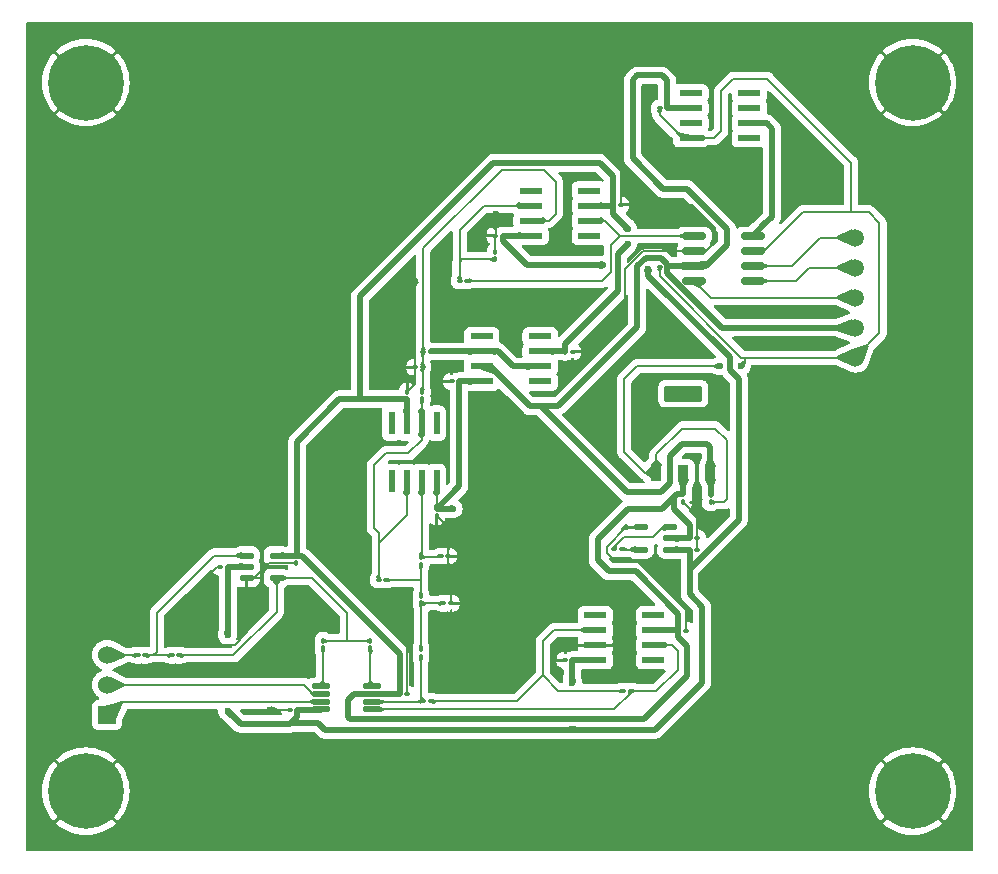
<source format=gbr>
%TF.GenerationSoftware,KiCad,Pcbnew,8.0.5*%
%TF.CreationDate,2024-10-11T16:07:05+03:00*%
%TF.ProjectId,test,74657374-2e6b-4696-9361-645f70636258,rev?*%
%TF.SameCoordinates,Original*%
%TF.FileFunction,Copper,L1,Top*%
%TF.FilePolarity,Positive*%
%FSLAX46Y46*%
G04 Gerber Fmt 4.6, Leading zero omitted, Abs format (unit mm)*
G04 Created by KiCad (PCBNEW 8.0.5) date 2024-10-11 16:07:05*
%MOMM*%
%LPD*%
G01*
G04 APERTURE LIST*
G04 Aperture macros list*
%AMRoundRect*
0 Rectangle with rounded corners*
0 $1 Rounding radius*
0 $2 $3 $4 $5 $6 $7 $8 $9 X,Y pos of 4 corners*
0 Add a 4 corners polygon primitive as box body*
4,1,4,$2,$3,$4,$5,$6,$7,$8,$9,$2,$3,0*
0 Add four circle primitives for the rounded corners*
1,1,$1+$1,$2,$3*
1,1,$1+$1,$4,$5*
1,1,$1+$1,$6,$7*
1,1,$1+$1,$8,$9*
0 Add four rect primitives between the rounded corners*
20,1,$1+$1,$2,$3,$4,$5,0*
20,1,$1+$1,$4,$5,$6,$7,0*
20,1,$1+$1,$6,$7,$8,$9,0*
20,1,$1+$1,$8,$9,$2,$3,0*%
G04 Aperture macros list end*
%TA.AperFunction,Conductor*%
%ADD10C,0.200000*%
%TD*%
%TA.AperFunction,ComponentPad*%
%ADD11C,0.800000*%
%TD*%
%TA.AperFunction,ComponentPad*%
%ADD12C,6.400000*%
%TD*%
%TA.AperFunction,SMDPad,CuDef*%
%ADD13RoundRect,0.100000X-0.100000X0.130000X-0.100000X-0.130000X0.100000X-0.130000X0.100000X0.130000X0*%
%TD*%
%TA.AperFunction,SMDPad,CuDef*%
%ADD14RoundRect,0.100000X0.100000X-0.130000X0.100000X0.130000X-0.100000X0.130000X-0.100000X-0.130000X0*%
%TD*%
%TA.AperFunction,SMDPad,CuDef*%
%ADD15R,1.981200X0.558800*%
%TD*%
%TA.AperFunction,SMDPad,CuDef*%
%ADD16RoundRect,0.100000X-0.130000X-0.100000X0.130000X-0.100000X0.130000X0.100000X-0.130000X0.100000X0*%
%TD*%
%TA.AperFunction,SMDPad,CuDef*%
%ADD17RoundRect,0.147500X-0.457500X-0.147500X0.457500X-0.147500X0.457500X0.147500X-0.457500X0.147500X0*%
%TD*%
%TA.AperFunction,ComponentPad*%
%ADD18C,1.530000*%
%TD*%
%TA.AperFunction,ComponentPad*%
%ADD19R,1.530000X1.530000*%
%TD*%
%TA.AperFunction,SMDPad,CuDef*%
%ADD20RoundRect,0.100000X0.130000X0.100000X-0.130000X0.100000X-0.130000X-0.100000X0.130000X-0.100000X0*%
%TD*%
%TA.AperFunction,SMDPad,CuDef*%
%ADD21RoundRect,0.147500X0.457500X0.147500X-0.457500X0.147500X-0.457500X-0.147500X0.457500X-0.147500X0*%
%TD*%
%TA.AperFunction,SMDPad,CuDef*%
%ADD22R,0.558800X1.981200*%
%TD*%
%TA.AperFunction,SMDPad,CuDef*%
%ADD23RoundRect,0.150000X-0.825000X-0.150000X0.825000X-0.150000X0.825000X0.150000X-0.825000X0.150000X0*%
%TD*%
%TA.AperFunction,SMDPad,CuDef*%
%ADD24RoundRect,0.060000X-0.675000X-0.180000X0.675000X-0.180000X0.675000X0.180000X-0.675000X0.180000X0*%
%TD*%
%TA.AperFunction,SMDPad,CuDef*%
%ADD25RoundRect,0.098250X-1.521750X-0.556750X1.521750X-0.556750X1.521750X0.556750X-1.521750X0.556750X0*%
%TD*%
%TA.AperFunction,SMDPad,CuDef*%
%ADD26RoundRect,0.069750X-0.395250X-0.585250X0.395250X-0.585250X0.395250X0.585250X-0.395250X0.585250X0*%
%TD*%
%TA.AperFunction,ComponentPad*%
%ADD27C,1.520000*%
%TD*%
%TA.AperFunction,ViaPad*%
%ADD28C,0.600000*%
%TD*%
%TA.AperFunction,Conductor*%
%ADD29C,0.500000*%
%TD*%
G04 APERTURE END LIST*
%TO.N,GND*%
D10*
X0Y0D02*
X80000000Y0D01*
X80000000Y-70000000D01*
X0Y-70000000D01*
X0Y0D01*
%TD*%
D11*
%TO.P,J14,1,Pin_1*%
%TO.N,GND*%
X72600000Y-65000000D03*
X73302944Y-63302944D03*
X73302944Y-66697056D03*
X75000000Y-62600000D03*
D12*
X75000000Y-65000000D03*
D11*
X75000000Y-67400000D03*
X76697056Y-63302944D03*
X76697056Y-66697056D03*
X77400000Y-65000000D03*
%TD*%
%TO.P,J13,1,Pin_1*%
%TO.N,GND*%
X72600000Y-5000000D03*
X73302944Y-3302944D03*
X73302944Y-6697056D03*
X75000000Y-2600000D03*
D12*
X75000000Y-5000000D03*
D11*
X75000000Y-7400000D03*
X76697056Y-3302944D03*
X76697056Y-6697056D03*
X77400000Y-5000000D03*
%TD*%
%TO.P,J12,1,Pin_1*%
%TO.N,GND*%
X2600000Y-65000000D03*
X3302944Y-63302944D03*
X3302944Y-66697056D03*
X5000000Y-62600000D03*
D12*
X5000000Y-65000000D03*
D11*
X5000000Y-67400000D03*
X6697056Y-63302944D03*
X6697056Y-66697056D03*
X7400000Y-65000000D03*
%TD*%
%TO.P,J11,1,Pin_1*%
%TO.N,GND*%
X2600000Y-5000000D03*
X3302944Y-3302944D03*
X3302944Y-6697056D03*
X5000000Y-2600000D03*
D12*
X5000000Y-5000000D03*
D11*
X5000000Y-7400000D03*
X6697056Y-3302944D03*
X6697056Y-6697056D03*
X7400000Y-5000000D03*
%TD*%
D13*
%TO.P,C3,2*%
%TO.N,GND*%
X22800000Y-45720000D03*
%TO.P,C3,1*%
%TO.N,+2.5VA*%
X22800000Y-45080000D03*
%TD*%
D14*
%TO.P,R12,2*%
%TO.N,Net-(C11-Pad2)*%
X33400000Y-52980000D03*
%TO.P,R12,1*%
%TO.N,Net-(U3-VOUT)*%
X33400000Y-53620000D03*
%TD*%
D15*
%TO.P,U5,8,NULL*%
%TO.N,unconnected-(U5-NULL-Pad8)*%
X53063800Y-50095000D03*
%TO.P,U5,7,V+*%
%TO.N,+2.5VA*%
X53063800Y-51365000D03*
%TO.P,U5,6,OUT*%
%TO.N,Net-(U3-REF)*%
X53063800Y-52635000D03*
%TO.P,U5,5,OVER_COMP*%
%TO.N,unconnected-(U5-OVER_COMP-Pad5)*%
X53063800Y-53905000D03*
%TO.P,U5,4,V-*%
%TO.N,-2.5VA*%
X48136200Y-53905000D03*
%TO.P,U5,3,+IN*%
%TO.N,GND*%
X48136200Y-52635000D03*
%TO.P,U5,2,-IN*%
%TO.N,Net-(U5--IN)*%
X48136200Y-51365000D03*
%TO.P,U5,1,NULL_2*%
%TO.N,unconnected-(U5-NULL_2-Pad1)*%
X48136200Y-50095000D03*
%TD*%
D16*
%TO.P,C12,2*%
%TO.N,Net-(C12-Pad2)*%
X30440000Y-47100000D03*
%TO.P,C12,1*%
%TO.N,Net-(U6--IN)*%
X29800000Y-47100000D03*
%TD*%
D17*
%TO.P,U4,5,V+*%
%TO.N,+2.5VA*%
X21155000Y-45050000D03*
%TO.P,U4,4,-IN*%
%TO.N,Net-(U4--IN)*%
X21155000Y-46950000D03*
%TO.P,U4,3,+IN*%
%TO.N,GND*%
X18645000Y-46950000D03*
%TO.P,U4,2,V-*%
%TO.N,-2.5VA*%
X18645000Y-46000000D03*
%TO.P,U4,1,OUT*%
%TO.N,Net-(U4-OUT)*%
X18645000Y-45050000D03*
%TD*%
D18*
%TO.P,J9,03,03*%
%TO.N,Net-(J9-Pad03)*%
X6800000Y-53460000D03*
%TO.P,J9,02,02*%
%TO.N,Net-(U3-VIN-)*%
X6800000Y-56000000D03*
D19*
%TO.P,J9,01,01*%
%TO.N,Net-(U3-VIN+)*%
X6800000Y-58540000D03*
%TD*%
D20*
%TO.P,C18,2*%
%TO.N,+2.5VA*%
X56125000Y-43600000D03*
%TO.P,C18,1*%
%TO.N,GND*%
X56765000Y-43600000D03*
%TD*%
%TO.P,C19,2*%
%TO.N,-2.5VA*%
X56125000Y-44600000D03*
%TO.P,C19,1*%
%TO.N,GND*%
X56765000Y-44600000D03*
%TD*%
D15*
%TO.P,U10,8,TP*%
%TO.N,unconnected-(U10-TP-Pad8)*%
X61163800Y-5895000D03*
%TO.P,U10,7,TP_2*%
%TO.N,unconnected-(U10-TP_2-Pad7)*%
X61163800Y-7165000D03*
%TO.P,U10,6,VOUT*%
%TO.N,+VREF*%
X61163800Y-8435000D03*
%TO.P,U10,5,NC*%
%TO.N,unconnected-(U10-NC-Pad5)*%
X61163800Y-9705000D03*
%TO.P,U10,4,GND*%
%TO.N,Earth*%
X56236200Y-9705000D03*
%TO.P,U10,3,TEMP*%
%TO.N,unconnected-(U10-TEMP-Pad3)*%
X56236200Y-8435000D03*
%TO.P,U10,2,+VIN*%
%TO.N,+5VD*%
X56236200Y-7165000D03*
%TO.P,U10,1,TP_3*%
%TO.N,unconnected-(U10-TP_3-Pad1)*%
X56236200Y-5895000D03*
%TD*%
D16*
%TO.P,R11,2*%
%TO.N,Net-(U4--IN)*%
X12920000Y-53500000D03*
%TO.P,R11,1*%
%TO.N,Net-(U4-OUT)*%
X12280000Y-53500000D03*
%TD*%
%TO.P,C13,2*%
%TO.N,GND*%
X35700000Y-45100000D03*
%TO.P,C13,1*%
%TO.N,Net-(U6-+IN)*%
X35060000Y-45100000D03*
%TD*%
%TO.P,C20,2*%
%TO.N,+5VD*%
X54220000Y-7200000D03*
%TO.P,C20,1*%
%TO.N,Earth*%
X53580000Y-7200000D03*
%TD*%
%TO.P,C23,2*%
%TO.N,-2.5VA*%
X46220000Y-53900000D03*
%TO.P,C23,1*%
%TO.N,GND*%
X45580000Y-53900000D03*
%TD*%
%TO.P,R13,2*%
%TO.N,Net-(U5--IN)*%
X34220000Y-57400000D03*
%TO.P,R13,1*%
%TO.N,Net-(U3-VOUT)*%
X33580000Y-57400000D03*
%TD*%
D20*
%TO.P,R18,2*%
%TO.N,Net-(U7-+IN)*%
X33580000Y-27800000D03*
%TO.P,R18,1*%
%TO.N,+5VA*%
X34220000Y-27800000D03*
%TD*%
D13*
%TO.P,R10,2*%
%TO.N,Net-(U3-RG2)*%
X29100000Y-52920000D03*
%TO.P,R10,1*%
%TO.N,Net-(U4--IN)*%
X29100000Y-52280000D03*
%TD*%
D14*
%TO.P,C1,1*%
%TO.N,Earth*%
X57900000Y-40540000D03*
%TO.P,C1,2*%
%TO.N,+5VD*%
X57900000Y-39900000D03*
%TD*%
%TO.P,R16,2*%
%TO.N,Net-(U7-+IN)*%
X33500000Y-31180000D03*
%TO.P,R16,1*%
%TO.N,Net-(U6--IN)*%
X33500000Y-31820000D03*
%TD*%
D21*
%TO.P,U9,5,CFLY+*%
%TO.N,Net-(U9-CFLY+)*%
X51990000Y-44550000D03*
%TO.P,U9,4,GND*%
%TO.N,GND*%
X51990000Y-42650000D03*
%TO.P,U9,3,CFLY-*%
%TO.N,Net-(U9-CFLY-)*%
X54500000Y-42650000D03*
%TO.P,U9,2,IN*%
%TO.N,+2.5VA*%
X54500000Y-43600000D03*
%TO.P,U9,1,OUT*%
%TO.N,-2.5VA*%
X54500000Y-44550000D03*
%TD*%
D15*
%TO.P,U7,8,NULL*%
%TO.N,unconnected-(U7-NULL-Pad8)*%
X47627600Y-14160000D03*
%TO.P,U7,7,V+*%
%TO.N,+2.5VA*%
X47627600Y-15430000D03*
%TO.P,U7,6,OUT*%
%TO.N,Net-(U13-IN+)*%
X47627600Y-16700000D03*
%TO.P,U7,5,OVER_COMP*%
%TO.N,unconnected-(U7-OVER_COMP-Pad5)*%
X47627600Y-17970000D03*
%TO.P,U7,4,V-*%
%TO.N,-2.5VA*%
X42700000Y-17970000D03*
%TO.P,U7,3,+IN*%
%TO.N,Net-(U7-+IN)*%
X42700000Y-16700000D03*
%TO.P,U7,2,-IN*%
%TO.N,Net-(U7--IN)*%
X42700000Y-15430000D03*
%TO.P,U7,1,NULL_2*%
%TO.N,unconnected-(U7-NULL_2-Pad1)*%
X42700000Y-14160000D03*
%TD*%
D14*
%TO.P,R14,2*%
%TO.N,Net-(C12-Pad2)*%
X33400000Y-48460000D03*
%TO.P,R14,1*%
%TO.N,Net-(C11-Pad2)*%
X33400000Y-49100000D03*
%TD*%
%TO.P,C2,1*%
%TO.N,GND*%
X55600000Y-40520000D03*
%TO.P,C2,2*%
%TO.N,+2.5VA*%
X55600000Y-39880000D03*
%TD*%
D20*
%TO.P,C21,2*%
%TO.N,GND*%
X22280000Y-58100000D03*
%TO.P,C21,1*%
%TO.N,-2.5VA*%
X22920000Y-58100000D03*
%TD*%
D16*
%TO.P,C30,2*%
%TO.N,GND*%
X46220000Y-27800000D03*
%TO.P,C30,1*%
%TO.N,+2.5VA*%
X45580000Y-27800000D03*
%TD*%
D20*
%TO.P,C4,2*%
%TO.N,GND*%
X16380000Y-46000000D03*
%TO.P,C4,1*%
%TO.N,-2.5VA*%
X17020000Y-46000000D03*
%TD*%
D22*
%TO.P,U6,8,NULL*%
%TO.N,unconnected-(U6-NULL-Pad8)*%
X30895000Y-33836200D03*
%TO.P,U6,7,V+*%
%TO.N,+2.5VA*%
X32165000Y-33836200D03*
%TO.P,U6,6,OUT*%
%TO.N,Net-(U6--IN)*%
X33435000Y-33836200D03*
%TO.P,U6,5,OVER_COMP*%
%TO.N,unconnected-(U6-OVER_COMP-Pad5)*%
X34705000Y-33836200D03*
%TO.P,U6,4,V-*%
%TO.N,-2.5VA*%
X34705000Y-38763800D03*
%TO.P,U6,3,+IN*%
%TO.N,Net-(U6-+IN)*%
X33435000Y-38763800D03*
%TO.P,U6,2,-IN*%
%TO.N,Net-(U6--IN)*%
X32165000Y-38763800D03*
%TO.P,U6,1,NULL_2*%
%TO.N,unconnected-(U6-NULL_2-Pad1)*%
X30895000Y-38763800D03*
%TD*%
D23*
%TO.P,U13,8,VREF*%
%TO.N,+VREF*%
X61475000Y-17995000D03*
%TO.P,U13,7,GND*%
%TO.N,Earth*%
X61475000Y-19265000D03*
%TO.P,U13,6,SCLK*%
%TO.N,Net-(U13-SCLK)*%
X61475000Y-20535000D03*
%TO.P,U13,5,DOUT/nDRDY*%
%TO.N,Net-(U13-DOUT{slash}nDRDY)*%
X61475000Y-21805000D03*
%TO.P,U13,4,CLK*%
%TO.N,Net-(U13-CLK)*%
X56525000Y-21805000D03*
%TO.P,U13,3,VCC*%
%TO.N,+5VD*%
X56525000Y-20535000D03*
%TO.P,U13,2,IN-*%
%TO.N,GND*%
X56525000Y-19265000D03*
%TO.P,U13,1,IN+*%
%TO.N,Net-(U13-IN+)*%
X56525000Y-17995000D03*
%TD*%
D24*
%TO.P,U3,8,RG2*%
%TO.N,Net-(U3-RG2)*%
X29250000Y-56125000D03*
%TO.P,U3,7,V+*%
%TO.N,+2.5VA*%
X29250000Y-56775000D03*
%TO.P,U3,6,VOUT*%
%TO.N,Net-(U3-VOUT)*%
X29250000Y-57425000D03*
%TO.P,U3,5,REF*%
%TO.N,Net-(U3-REF)*%
X29250000Y-58075000D03*
%TO.P,U3,4,V-*%
%TO.N,-2.5VA*%
X24950000Y-58075000D03*
%TO.P,U3,3,VIN+*%
%TO.N,Net-(U3-VIN+)*%
X24950000Y-57425000D03*
%TO.P,U3,2,VIN-*%
%TO.N,Net-(U3-VIN-)*%
X24950000Y-56775000D03*
%TO.P,U3,1,RG1*%
%TO.N,Net-(U3-RG1)*%
X24950000Y-56125000D03*
%TD*%
D16*
%TO.P,R17,2*%
%TO.N,Net-(U7-+IN)*%
X33520000Y-29100000D03*
%TO.P,R17,1*%
%TO.N,GND*%
X32880000Y-29100000D03*
%TD*%
%TO.P,R8,2*%
%TO.N,Net-(U4-OUT)*%
X10020000Y-53500000D03*
%TO.P,R8,1*%
%TO.N,Net-(J9-Pad03)*%
X9380000Y-53500000D03*
%TD*%
%TO.P,C17,2*%
%TO.N,Net-(U9-CFLY+)*%
X50365000Y-44500000D03*
%TO.P,C17,1*%
%TO.N,Net-(U9-CFLY-)*%
X49725000Y-44500000D03*
%TD*%
D15*
%TO.P,U12,8,NULL*%
%TO.N,unconnected-(U12-NULL-Pad8)*%
X43463800Y-26495000D03*
%TO.P,U12,7,V+*%
%TO.N,+2.5VA*%
X43463800Y-27765000D03*
%TO.P,U12,6,OUT*%
%TO.N,+5VA*%
X43463800Y-29035000D03*
%TO.P,U12,5,OVER_COMP*%
%TO.N,unconnected-(U12-OVER_COMP-Pad5)*%
X43463800Y-30305000D03*
%TO.P,U12,4,V-*%
%TO.N,-2.5VA*%
X38536200Y-30305000D03*
%TO.P,U12,3,+IN*%
%TO.N,+5VD*%
X38536200Y-29035000D03*
%TO.P,U12,2,-IN*%
%TO.N,+5VA*%
X38536200Y-27765000D03*
%TO.P,U12,1,NULL_2*%
%TO.N,unconnected-(U12-NULL_2-Pad1)*%
X38536200Y-26495000D03*
%TD*%
D13*
%TO.P,R19,2*%
%TO.N,Net-(U7--IN)*%
X39663800Y-19985000D03*
%TO.P,R19,1*%
%TO.N,GND*%
X39663800Y-19345000D03*
%TD*%
D20*
%TO.P,C14,2*%
%TO.N,Earth*%
X53580000Y-20600000D03*
%TO.P,C14,1*%
%TO.N,+5VD*%
X54220000Y-20600000D03*
%TD*%
D16*
%TO.P,C28,2*%
%TO.N,-2.5VA*%
X40283800Y-17965000D03*
%TO.P,C28,1*%
%TO.N,GND*%
X39643800Y-17965000D03*
%TD*%
D25*
%TO.P,U1,4*%
%TO.N,N/C*%
X55600000Y-31355000D03*
D26*
%TO.P,U1,3,VIN*%
%TO.N,+5VD*%
X57890000Y-38045000D03*
%TO.P,U1,2,VOUT*%
%TO.N,+2.5VA*%
X55600000Y-38045000D03*
%TO.P,U1,1,GND/ADJ*%
%TO.N,Earth*%
X53310000Y-38045000D03*
%TD*%
D16*
%TO.P,C29,2*%
%TO.N,-2.5VA*%
X36620000Y-30300000D03*
%TO.P,C29,1*%
%TO.N,GND*%
X35980000Y-30300000D03*
%TD*%
D20*
%TO.P,C11,2*%
%TO.N,Net-(C11-Pad2)*%
X35280000Y-49100000D03*
%TO.P,C11,1*%
%TO.N,GND*%
X35920000Y-49100000D03*
%TD*%
D14*
%TO.P,C26,2*%
%TO.N,GND*%
X32200000Y-31180000D03*
%TO.P,C26,1*%
%TO.N,+2.5VA*%
X32200000Y-31820000D03*
%TD*%
D16*
%TO.P,R20,2*%
%TO.N,Net-(U13-IN+)*%
X37283800Y-21765000D03*
%TO.P,R20,1*%
%TO.N,Net-(U7--IN)*%
X36643800Y-21765000D03*
%TD*%
%TO.P,C24,2*%
%TO.N,GND*%
X55820000Y-51400000D03*
%TO.P,C24,1*%
%TO.N,+2.5VA*%
X55180000Y-51400000D03*
%TD*%
D14*
%TO.P,R15,2*%
%TO.N,Net-(U6-+IN)*%
X33400000Y-45180000D03*
%TO.P,R15,1*%
%TO.N,Net-(C12-Pad2)*%
X33400000Y-45820000D03*
%TD*%
D20*
%TO.P,C10,2*%
%TO.N,Net-(U5--IN)*%
X50480000Y-56500000D03*
%TO.P,C10,1*%
%TO.N,Net-(U3-REF)*%
X51120000Y-56500000D03*
%TD*%
D13*
%TO.P,R9,2*%
%TO.N,Net-(U3-RG1)*%
X25100000Y-52920000D03*
%TO.P,R9,1*%
%TO.N,Net-(U4--IN)*%
X25100000Y-52280000D03*
%TD*%
D14*
%TO.P,C25,2*%
%TO.N,-2.5VA*%
X34700000Y-41080000D03*
%TO.P,C25,1*%
%TO.N,GND*%
X34700000Y-41720000D03*
%TD*%
D16*
%TO.P,C27,2*%
%TO.N,GND*%
X50283800Y-15365000D03*
%TO.P,C27,1*%
%TO.N,+2.5VA*%
X49643800Y-15365000D03*
%TD*%
%TO.P,C22,2*%
%TO.N,GND*%
X32220000Y-56800000D03*
%TO.P,C22,1*%
%TO.N,+2.5VA*%
X31580000Y-56800000D03*
%TD*%
D27*
%TO.P,J10,01,01*%
%TO.N,Net-(U13-SCLK)*%
X70142500Y-18132500D03*
%TO.P,J10,02,02*%
%TO.N,Net-(U13-DOUT{slash}nDRDY)*%
X70142500Y-20672500D03*
%TO.P,J10,03,03*%
%TO.N,Net-(U13-CLK)*%
X70142500Y-23212500D03*
%TO.P,J10,04,04*%
%TO.N,+5VD*%
X70142500Y-25752500D03*
%TO.P,J10,05,05*%
%TO.N,Earth*%
X70142500Y-28292500D03*
%TD*%
D28*
%TO.N,GND*%
X48500000Y-48000000D03*
X54400000Y-46700000D03*
X57300000Y-41600000D03*
X30500000Y-50000000D03*
X20600000Y-58100000D03*
X20000000Y-49300000D03*
X35300000Y-43000000D03*
X34700000Y-30300000D03*
X32900000Y-21800000D03*
X39700000Y-16100000D03*
X40400000Y-10700000D03*
%TO.N,Earth*%
X58700000Y-29000000D03*
X60500000Y-29000000D03*
%TO.N,-2.5VA*%
X52600000Y-20750000D03*
X36100000Y-41100000D03*
X46200000Y-55800000D03*
X46200000Y-59800000D03*
X17000000Y-51800000D03*
X17000000Y-58200000D03*
%TO.N,+2.5VA*%
X50900000Y-17395000D03*
X50900000Y-18700000D03*
%TO.N,-2.5VA*%
X48800000Y-20450000D03*
%TD*%
D29*
%TO.N,+2.5VA*%
X28200000Y-23100000D02*
X28200000Y-31820000D01*
X48500000Y-11800000D02*
X39500000Y-11800000D01*
X39500000Y-11800000D02*
X28200000Y-23100000D01*
X49643800Y-12943800D02*
X48500000Y-11800000D01*
X49643800Y-15365000D02*
X49643800Y-12943800D01*
D10*
%TO.N,GND*%
X55820000Y-49670000D02*
X52875111Y-46725111D01*
X52875111Y-46725111D02*
X52875111Y-46700000D01*
X55820000Y-51400000D02*
X55820000Y-49670000D01*
D29*
%TO.N,+2.5VA*%
X52231259Y-58900000D02*
X27400000Y-58900000D01*
X27400000Y-58900000D02*
X27200000Y-58700000D01*
X55900000Y-55231259D02*
X52231259Y-58900000D01*
X27200000Y-57300000D02*
X27725000Y-56775000D01*
X55900000Y-52700000D02*
X55900000Y-55231259D01*
X55180000Y-51980000D02*
X55900000Y-52700000D01*
X27200000Y-58700000D02*
X27200000Y-57300000D01*
X27725000Y-56775000D02*
X29250000Y-56775000D01*
X55180000Y-51400000D02*
X55180000Y-51980000D01*
%TO.N,-2.5VA*%
X56125000Y-48325000D02*
X56125000Y-46200000D01*
X57200000Y-49400000D02*
X56125000Y-48325000D01*
X53200000Y-59800000D02*
X57200000Y-55800000D01*
X46200000Y-59800000D02*
X53200000Y-59800000D01*
X57200000Y-55800000D02*
X57200000Y-49400000D01*
X60287587Y-42037413D02*
X56125000Y-46200000D01*
X60287587Y-30065496D02*
X60287587Y-42037413D01*
X59529100Y-28279100D02*
X59529100Y-29307009D01*
X59529100Y-29307009D02*
X60287587Y-30065496D01*
X52600000Y-21350000D02*
X59529100Y-28279100D01*
X52600000Y-20750000D02*
X52600000Y-21350000D01*
%TO.N,+2.5VA*%
X49300000Y-46400000D02*
X51550000Y-46400000D01*
X51550000Y-46400000D02*
X55180000Y-50030000D01*
X48350000Y-45450000D02*
X49300000Y-46400000D01*
X55180000Y-50030000D02*
X55180000Y-51400000D01*
X48350000Y-43650000D02*
X48350000Y-45450000D01*
X50900000Y-41100000D02*
X48350000Y-43650000D01*
X53800000Y-41100000D02*
X50900000Y-41100000D01*
X54800000Y-40100000D02*
X53800000Y-41100000D01*
D10*
%TO.N,GND*%
X50776544Y-42650000D02*
X51990000Y-42650000D01*
X49100000Y-44800000D02*
X49100000Y-44326544D01*
X51775111Y-45600000D02*
X49900000Y-45600000D01*
X49900000Y-45600000D02*
X49100000Y-44800000D01*
X52875111Y-46700000D02*
X51775111Y-45600000D01*
X49100000Y-44326544D02*
X50776544Y-42650000D01*
X54400000Y-46700000D02*
X52875111Y-46700000D01*
X52169314Y-19265000D02*
X56525000Y-19265000D01*
X46900000Y-27800000D02*
X50650000Y-24050000D01*
X50650000Y-20784314D02*
X52169314Y-19265000D01*
X46220000Y-27800000D02*
X46900000Y-27800000D01*
X50650000Y-24050000D02*
X50650000Y-20784314D01*
D29*
%TO.N,+2.5VA*%
X50050000Y-19550000D02*
X50900000Y-18700000D01*
X50050000Y-22674824D02*
X50050000Y-19550000D01*
X45580000Y-27144824D02*
X50050000Y-22674824D01*
X45580000Y-27800000D02*
X45580000Y-27144824D01*
D10*
%TO.N,Net-(U13-IN+)*%
X49450000Y-21050000D02*
X49450000Y-18778800D01*
X49450000Y-18778800D02*
X50263800Y-17965000D01*
X48735000Y-21765000D02*
X49450000Y-21050000D01*
X37283800Y-21765000D02*
X48735000Y-21765000D01*
D29*
%TO.N,-2.5VA*%
X42350000Y-20450000D02*
X48800000Y-20450000D01*
X40283800Y-18383800D02*
X42350000Y-20450000D01*
%TO.N,+5VD*%
X52391221Y-19864180D02*
X53684179Y-19864180D01*
X51700000Y-20555401D02*
X52391221Y-19864180D01*
X51700000Y-25700000D02*
X51700000Y-20555401D01*
X45000000Y-32400000D02*
X51700000Y-25700000D01*
X42700000Y-32400000D02*
X45000000Y-32400000D01*
X53684179Y-19864180D02*
X54220000Y-20400001D01*
D10*
%TO.N,GND*%
X50283800Y-12483800D02*
X50283800Y-15365000D01*
X48500000Y-10700000D02*
X50283800Y-12483800D01*
X40400000Y-10700000D02*
X48500000Y-10700000D01*
D29*
%TO.N,+5VD*%
X54220000Y-4820000D02*
X53800000Y-4400000D01*
X54220000Y-7200000D02*
X54220000Y-4820000D01*
X53800000Y-4400000D02*
X51700000Y-4400000D01*
X57499999Y-20535000D02*
X56525000Y-20535000D01*
X59300000Y-18734999D02*
X57499999Y-20535000D01*
X53900000Y-14000000D02*
X55900000Y-14000000D01*
X51300000Y-4800000D02*
X51300000Y-11400000D01*
X55900000Y-14000000D02*
X59300000Y-17400000D01*
X59300000Y-17400000D02*
X59300000Y-18734999D01*
X51700000Y-4400000D02*
X51300000Y-4800000D01*
X51300000Y-11400000D02*
X53900000Y-14000000D01*
%TO.N,+VREF*%
X63100000Y-16370000D02*
X62454400Y-17015600D01*
X62635000Y-8435000D02*
X63100000Y-8900000D01*
X63100000Y-8900000D02*
X63100000Y-16370000D01*
X61875000Y-8435000D02*
X62635000Y-8435000D01*
D10*
%TO.N,Earth*%
X53580000Y-21380000D02*
X53580000Y-20600000D01*
X60492500Y-28292500D02*
X53580000Y-21380000D01*
X60831262Y-28292500D02*
X60492500Y-28292500D01*
%TO.N,Net-(U3-VIN+)*%
X24950000Y-57425000D02*
X7915000Y-57425000D01*
X7915000Y-57425000D02*
X6800000Y-58540000D01*
%TO.N,Net-(U3-VIN-)*%
X23459222Y-56000000D02*
X6800000Y-56000000D01*
X24234222Y-56775000D02*
X24950000Y-56775000D01*
X23459222Y-56000000D02*
X24234222Y-56775000D01*
%TO.N,Net-(J9-Pad03)*%
X6840000Y-53500000D02*
X6800000Y-53460000D01*
X9380000Y-53500000D02*
X6840000Y-53500000D01*
%TO.N,Net-(U4-OUT)*%
X11000000Y-53200000D02*
X10700000Y-53500000D01*
X11000000Y-49900000D02*
X11000000Y-53200000D01*
X15850000Y-45050000D02*
X11000000Y-49900000D01*
X18645000Y-45050000D02*
X15850000Y-45050000D01*
X10700000Y-53500000D02*
X9900000Y-53500000D01*
X9900000Y-53500000D02*
X12280000Y-53500000D01*
%TO.N,Net-(U4--IN)*%
X21155000Y-49845000D02*
X21155000Y-46950000D01*
X12920000Y-53500000D02*
X17500000Y-53500000D01*
X17500000Y-53500000D02*
X21155000Y-49845000D01*
%TO.N,Earth*%
X72200000Y-26235000D02*
X70142500Y-28292500D01*
X72200000Y-16900000D02*
X72200000Y-26235000D01*
X69800000Y-16000000D02*
X71300000Y-16000000D01*
X71300000Y-16000000D02*
X72200000Y-16900000D01*
%TO.N,+5VD*%
X56236200Y-7165000D02*
X56947400Y-7165000D01*
%TO.N,GND*%
X48500000Y-49100000D02*
X49900000Y-49100000D01*
X35920000Y-49100000D02*
X48500000Y-49100000D01*
X48500000Y-48000000D02*
X48500000Y-49100000D01*
X56850000Y-41600000D02*
X57300000Y-41600000D01*
X56765000Y-41685000D02*
X56850000Y-41600000D01*
X49565000Y-52635000D02*
X48136200Y-52635000D01*
X50500000Y-51700000D02*
X49565000Y-52635000D01*
X50500000Y-49700000D02*
X50500000Y-51700000D01*
X49900000Y-49100000D02*
X50500000Y-49700000D01*
X32220000Y-51720000D02*
X30500000Y-50000000D01*
X32220000Y-56800000D02*
X32220000Y-51720000D01*
X20600000Y-58100000D02*
X22280000Y-58100000D01*
X35920000Y-46720000D02*
X35920000Y-49100000D01*
X35700000Y-46500000D02*
X35920000Y-46720000D01*
X35700000Y-45100000D02*
X35700000Y-46500000D01*
X18645000Y-49300000D02*
X20000000Y-49300000D01*
X18645000Y-49300000D02*
X18645000Y-51555000D01*
X18645000Y-46950000D02*
X18645000Y-49300000D01*
X13400000Y-48700000D02*
X16100000Y-46000000D01*
X13400000Y-49600000D02*
X13400000Y-48700000D01*
X16400000Y-52600000D02*
X13400000Y-49600000D01*
X16100000Y-46000000D02*
X16380000Y-46000000D01*
X18645000Y-51555000D02*
X17600000Y-52600000D01*
X17600000Y-52600000D02*
X16400000Y-52600000D01*
X19250000Y-46950000D02*
X18645000Y-46950000D01*
X20480000Y-45720000D02*
X19250000Y-46950000D01*
X22800000Y-45720000D02*
X20480000Y-45720000D01*
%TO.N,+2.5VA*%
X22800000Y-45080000D02*
X22880000Y-45000000D01*
D29*
X31580000Y-53380000D02*
X23280000Y-45080000D01*
X31580000Y-56800000D02*
X31580000Y-53380000D01*
X23280000Y-45080000D02*
X22800000Y-45080000D01*
D10*
%TO.N,GND*%
X35700000Y-43400000D02*
X35700000Y-45100000D01*
X35300000Y-43000000D02*
X35700000Y-43400000D01*
X35300000Y-43000000D02*
X35300000Y-42320000D01*
X35300000Y-42320000D02*
X34700000Y-41720000D01*
X34700000Y-30300000D02*
X35980000Y-30300000D01*
X32880000Y-22220000D02*
X32880000Y-29100000D01*
X32900000Y-21800000D02*
X32900000Y-22200000D01*
X32900000Y-22200000D02*
X32880000Y-22220000D01*
X39700000Y-17908800D02*
X39643800Y-17965000D01*
X39700000Y-16100000D02*
X39700000Y-17908800D01*
%TO.N,Earth*%
X52345000Y-38045000D02*
X53310000Y-38045000D01*
X50600000Y-30100000D02*
X50600000Y-36300000D01*
X50600000Y-36300000D02*
X52345000Y-38045000D01*
X51700000Y-29000000D02*
X50600000Y-30100000D01*
X58700000Y-29000000D02*
X51700000Y-29000000D01*
X60831262Y-28292500D02*
X60831262Y-28668738D01*
X60831262Y-28668738D02*
X60500000Y-29000000D01*
%TO.N,GND*%
X56365000Y-15365000D02*
X50283800Y-15365000D01*
X58300000Y-17300000D02*
X56365000Y-15365000D01*
X57499999Y-19265000D02*
X58300000Y-18464999D01*
X58300000Y-18464999D02*
X58300000Y-17300000D01*
X56525000Y-19265000D02*
X57499999Y-19265000D01*
D29*
%TO.N,-2.5VA*%
X56125000Y-46200000D02*
X56125000Y-44600000D01*
D10*
X36080000Y-41080000D02*
X36100000Y-41100000D01*
D29*
X34700000Y-41080000D02*
X36080000Y-41080000D01*
D10*
%TO.N,Net-(U6-+IN)*%
X34980000Y-45180000D02*
X35060000Y-45100000D01*
X33400000Y-45180000D02*
X34980000Y-45180000D01*
D29*
%TO.N,-2.5VA*%
X36620000Y-39160000D02*
X34700000Y-41080000D01*
X36620000Y-30300000D02*
X36620000Y-39160000D01*
D10*
X46200000Y-53920000D02*
X46220000Y-53900000D01*
D29*
X46200000Y-55800000D02*
X46200000Y-53920000D01*
X24684314Y-59250000D02*
X25234314Y-59800000D01*
X25234314Y-59800000D02*
X46200000Y-59800000D01*
X22350000Y-59250000D02*
X24684314Y-59250000D01*
X22350000Y-59250000D02*
X22920000Y-58680000D01*
D10*
X22300000Y-59300000D02*
X22350000Y-59250000D01*
D29*
X22920000Y-58680000D02*
X22920000Y-58100000D01*
X18100000Y-59300000D02*
X22300000Y-59300000D01*
X17000000Y-58200000D02*
X18100000Y-59300000D01*
D10*
X17020000Y-51780000D02*
X17000000Y-51800000D01*
D29*
X17020000Y-46000000D02*
X17020000Y-51780000D01*
%TO.N,+2.5VA*%
X28200000Y-31820000D02*
X32200000Y-31820000D01*
X26480000Y-31820000D02*
X28200000Y-31820000D01*
X49643800Y-16138800D02*
X49643800Y-15365000D01*
X50900000Y-17395000D02*
X49643800Y-16138800D01*
X22900000Y-35400000D02*
X26480000Y-31820000D01*
X22900000Y-39961200D02*
X22900000Y-35400000D01*
D10*
X22880000Y-39981200D02*
X22900000Y-39961200D01*
D29*
X22880000Y-45000000D02*
X22880000Y-39981200D01*
X55600000Y-39880000D02*
X55020000Y-39880000D01*
X55600000Y-38045000D02*
X55600000Y-39600000D01*
D10*
%TO.N,Earth*%
X69800000Y-11800000D02*
X69800000Y-16000000D01*
X62700000Y-4700000D02*
X69800000Y-11800000D01*
X65714999Y-16000000D02*
X69800000Y-16000000D01*
X59800000Y-4700000D02*
X62700000Y-4700000D01*
X58800000Y-9100000D02*
X58800000Y-5700000D01*
X58195000Y-9705000D02*
X58800000Y-9100000D01*
X58800000Y-5700000D02*
X59800000Y-4700000D01*
X56236200Y-9705000D02*
X58195000Y-9705000D01*
%TO.N,+5VD*%
X43500000Y-32400000D02*
X42700000Y-32400000D01*
D29*
X50800000Y-39700000D02*
X43500000Y-32400000D01*
X53700000Y-39700000D02*
X50800000Y-39700000D01*
X54500000Y-38900000D02*
X53700000Y-39700000D01*
X55500000Y-35600000D02*
X54500000Y-36600000D01*
X57600000Y-35600000D02*
X55500000Y-35600000D01*
X57890000Y-35890000D02*
X57600000Y-35600000D01*
X57890000Y-38045000D02*
X57890000Y-35890000D01*
X54500000Y-36600000D02*
X54500000Y-38900000D01*
D10*
X42600000Y-32400000D02*
X42700000Y-32400000D01*
%TO.N,Earth*%
X58300000Y-34300000D02*
X55500000Y-34300000D01*
X59300000Y-40300000D02*
X59300000Y-35300000D01*
X59060000Y-40540000D02*
X59300000Y-40300000D01*
X59300000Y-35300000D02*
X58300000Y-34300000D01*
X55500000Y-34300000D02*
X53310000Y-36490000D01*
X53310000Y-36490000D02*
X53310000Y-38045000D01*
X57900000Y-40540000D02*
X59060000Y-40540000D01*
%TO.N,GND*%
X56765000Y-43600000D02*
X56765000Y-44600000D01*
X56765000Y-41685000D02*
X56765000Y-43600000D01*
X55600000Y-40520000D02*
X56765000Y-41685000D01*
D29*
%TO.N,+2.5VA*%
X56125000Y-42425000D02*
X56125000Y-43600000D01*
X54800000Y-40100000D02*
X54800000Y-41100000D01*
X55020000Y-39880000D02*
X54800000Y-40100000D01*
X54800000Y-41100000D02*
X56125000Y-42425000D01*
%TO.N,+5VD*%
X54220000Y-20400001D02*
X54220000Y-20600000D01*
X41300000Y-31100000D02*
X42600000Y-32400000D01*
D10*
X41300000Y-31087600D02*
X41300000Y-31100000D01*
D29*
X39247400Y-29035000D02*
X41300000Y-31087600D01*
D10*
X38536200Y-29035000D02*
X39247400Y-29035000D01*
D29*
%TO.N,+5VA*%
X38536200Y-27765000D02*
X34255000Y-27765000D01*
D10*
X34255000Y-27765000D02*
X34220000Y-27800000D01*
D29*
X41135000Y-29035000D02*
X43463800Y-29035000D01*
X39865000Y-27765000D02*
X41135000Y-29035000D01*
X38536200Y-27765000D02*
X39865000Y-27765000D01*
%TO.N,-2.5VA*%
X56075000Y-44550000D02*
X56125000Y-44600000D01*
X54500000Y-44550000D02*
X56075000Y-44550000D01*
%TO.N,+2.5VA*%
X54500000Y-43600000D02*
X56125000Y-43600000D01*
D10*
%TO.N,Net-(U9-CFLY-)*%
X50566544Y-43500000D02*
X53045001Y-43500000D01*
X49725000Y-44341544D02*
X50566544Y-43500000D01*
X53895001Y-42650000D02*
X54500000Y-42650000D01*
X49725000Y-44500000D02*
X49725000Y-44341544D01*
X53045001Y-43500000D02*
X53895001Y-42650000D01*
%TO.N,Net-(U9-CFLY+)*%
X51990000Y-44550000D02*
X50415000Y-44550000D01*
X50415000Y-44550000D02*
X50365000Y-44500000D01*
%TO.N,+5VD*%
X57900000Y-38055000D02*
X57890000Y-38045000D01*
D29*
X57900000Y-39900000D02*
X57900000Y-38055000D01*
%TO.N,+2.5VA*%
X55600000Y-39880000D02*
X55600000Y-38045000D01*
D10*
X45545000Y-27765000D02*
X45580000Y-27800000D01*
D29*
X43463800Y-27765000D02*
X45545000Y-27765000D01*
D10*
%TO.N,-2.5VA*%
X38531200Y-30300000D02*
X38536200Y-30305000D01*
D29*
X36620000Y-30300000D02*
X38531200Y-30300000D01*
%TO.N,+VREF*%
X62454400Y-17015600D02*
X61475000Y-17995000D01*
D10*
X61163800Y-8435000D02*
X61875000Y-8435000D01*
%TO.N,Earth*%
X55525000Y-9705000D02*
X56236200Y-9705000D01*
X53580000Y-7200000D02*
X53580000Y-7760000D01*
X53580000Y-7760000D02*
X55525000Y-9705000D01*
%TO.N,+5VD*%
X56201200Y-7200000D02*
X56236200Y-7165000D01*
D29*
X54220000Y-7200000D02*
X56201200Y-7200000D01*
D10*
%TO.N,Earth*%
X70142500Y-28292500D02*
X60831262Y-28292500D01*
X62449999Y-19265000D02*
X65714999Y-16000000D01*
X61475000Y-19265000D02*
X62449999Y-19265000D01*
D29*
%TO.N,+5VD*%
X54285000Y-20535000D02*
X54220000Y-20600000D01*
X70142500Y-25752500D02*
X58856948Y-25752500D01*
X54220000Y-21115552D02*
X54220000Y-20600000D01*
X58856948Y-25752500D02*
X54220000Y-21115552D01*
X56525000Y-20535000D02*
X54285000Y-20535000D01*
%TO.N,+2.5VA*%
X32165000Y-33836200D02*
X32165000Y-31855000D01*
X53063800Y-51365000D02*
X55145000Y-51365000D01*
X21155000Y-45050000D02*
X22830000Y-45050000D01*
D10*
X32165000Y-31855000D02*
X32200000Y-31820000D01*
D29*
X31580000Y-56800000D02*
X29275000Y-56800000D01*
D10*
X49578800Y-15430000D02*
X49643800Y-15365000D01*
X22830000Y-45050000D02*
X22880000Y-45000000D01*
D29*
X47627600Y-15430000D02*
X49578800Y-15430000D01*
D10*
X29275000Y-56800000D02*
X29250000Y-56775000D01*
X55145000Y-51365000D02*
X55180000Y-51400000D01*
%TO.N,GND*%
X39663800Y-17985000D02*
X39643800Y-17965000D01*
X32880000Y-29100000D02*
X32880000Y-30500000D01*
X45580000Y-53900000D02*
X44900000Y-53900000D01*
X44665000Y-52635000D02*
X48136200Y-52635000D01*
X44900000Y-53900000D02*
X44400000Y-53400000D01*
X39663800Y-19345000D02*
X39663800Y-17985000D01*
X32880000Y-30500000D02*
X32200000Y-31180000D01*
X44400000Y-52900000D02*
X44665000Y-52635000D01*
X44400000Y-53400000D02*
X44400000Y-52900000D01*
%TO.N,Net-(U5--IN)*%
X41500000Y-57400000D02*
X43700000Y-55200000D01*
X43700000Y-52300000D02*
X43700000Y-55200000D01*
X45000000Y-56500000D02*
X50480000Y-56500000D01*
X44635000Y-51365000D02*
X43700000Y-52300000D01*
X43700000Y-55200000D02*
X45000000Y-56500000D01*
X34220000Y-57400000D02*
X41500000Y-57400000D01*
X48136200Y-51365000D02*
X44635000Y-51365000D01*
%TO.N,Net-(U3-REF)*%
X51120000Y-56658456D02*
X51120000Y-56500000D01*
X55100000Y-54700000D02*
X55100000Y-53100000D01*
X54635000Y-52635000D02*
X53063800Y-52635000D01*
X55100000Y-53100000D02*
X54635000Y-52635000D01*
X51120000Y-56500000D02*
X53300000Y-56500000D01*
X49703456Y-58075000D02*
X51120000Y-56658456D01*
X53300000Y-56500000D02*
X55100000Y-54700000D01*
X29250000Y-58075000D02*
X49703456Y-58075000D01*
%TO.N,Net-(C11-Pad2)*%
X33400000Y-52980000D02*
X33400000Y-49100000D01*
X33400000Y-49100000D02*
X35280000Y-49100000D01*
%TO.N,Net-(C12-Pad2)*%
X33320000Y-45900000D02*
X33400000Y-45820000D01*
X33400000Y-47100000D02*
X33400000Y-45820000D01*
X33400000Y-48460000D02*
X33400000Y-47100000D01*
X30440000Y-47100000D02*
X33400000Y-47100000D01*
%TO.N,Net-(U6--IN)*%
X32300000Y-36400000D02*
X33435000Y-35265000D01*
X32165000Y-41635000D02*
X32165000Y-38763800D01*
X33435000Y-35265000D02*
X33435000Y-33836200D01*
X29400000Y-37400000D02*
X30400000Y-36400000D01*
X29800000Y-47100000D02*
X29800000Y-43110000D01*
X33435000Y-33836200D02*
X33435000Y-31885000D01*
X33435000Y-31885000D02*
X33500000Y-31820000D01*
X29800000Y-47100000D02*
X29800000Y-44000000D01*
X29800000Y-43110000D02*
X29400000Y-42710000D01*
X30400000Y-36400000D02*
X32300000Y-36400000D01*
X29400000Y-42710000D02*
X29400000Y-37400000D01*
X29800000Y-44000000D02*
X32165000Y-41635000D01*
%TO.N,Net-(U6-+IN)*%
X33435000Y-38763800D02*
X33435000Y-45145000D01*
X33435000Y-45145000D02*
X33400000Y-45180000D01*
%TO.N,-2.5VA*%
X40288800Y-17970000D02*
X40283800Y-17965000D01*
X46225000Y-53905000D02*
X46220000Y-53900000D01*
X24925000Y-58100000D02*
X24950000Y-58075000D01*
X34705000Y-38763800D02*
X34705000Y-41075000D01*
D29*
X48136200Y-53905000D02*
X46225000Y-53905000D01*
D10*
X34705000Y-41075000D02*
X34700000Y-41080000D01*
D29*
X42700000Y-17970000D02*
X40288800Y-17970000D01*
X22920000Y-58100000D02*
X24925000Y-58100000D01*
X18645000Y-46000000D02*
X17020000Y-46000000D01*
D10*
%TO.N,Net-(U13-SCLK)*%
X70142500Y-18132500D02*
X67167500Y-18132500D01*
X67167500Y-18132500D02*
X64765000Y-20535000D01*
X64765000Y-20535000D02*
X61475000Y-20535000D01*
%TO.N,Net-(U13-CLK)*%
X57932500Y-23212500D02*
X56525000Y-21805000D01*
X70142500Y-23212500D02*
X57932500Y-23212500D01*
%TO.N,Net-(U13-DOUT{slash}nDRDY)*%
X65095000Y-21805000D02*
X61475000Y-21805000D01*
X66227500Y-20672500D02*
X65095000Y-21805000D01*
X70142500Y-20672500D02*
X66227500Y-20672500D01*
%TO.N,Net-(U3-RG1)*%
X25100000Y-55975000D02*
X24950000Y-56125000D01*
X25100000Y-52920000D02*
X25100000Y-55975000D01*
%TO.N,Net-(U4--IN)*%
X27100000Y-49900000D02*
X27100000Y-52280000D01*
X27100000Y-52280000D02*
X29100000Y-52280000D01*
X21155000Y-46950000D02*
X24150000Y-46950000D01*
X25100000Y-52280000D02*
X27100000Y-52280000D01*
X24150000Y-46950000D02*
X27100000Y-49900000D01*
X25070000Y-52250000D02*
X25100000Y-52280000D01*
%TO.N,Net-(U3-RG2)*%
X29100000Y-52920000D02*
X29100000Y-55975000D01*
X29100000Y-55975000D02*
X29250000Y-56125000D01*
%TO.N,Net-(U3-VOUT)*%
X29250000Y-57425000D02*
X33396544Y-57425000D01*
X33400000Y-53620000D02*
X33400000Y-57220000D01*
X33421544Y-57400000D02*
X33580000Y-57400000D01*
X33396544Y-57425000D02*
X33421544Y-57400000D01*
X33400000Y-57220000D02*
X33580000Y-57400000D01*
%TO.N,Net-(U7-+IN)*%
X33520000Y-27860000D02*
X33580000Y-27800000D01*
X33580000Y-27800000D02*
X33580000Y-19020000D01*
X33520000Y-29100000D02*
X33520000Y-27860000D01*
X44200000Y-16700000D02*
X42700000Y-16700000D01*
X44800000Y-16100000D02*
X44200000Y-16700000D01*
X40200000Y-12400000D02*
X43800000Y-12400000D01*
X33580000Y-19020000D02*
X40200000Y-12400000D01*
X33520000Y-27840000D02*
X33480000Y-27800000D01*
X33520000Y-31160000D02*
X33500000Y-31180000D01*
X44800000Y-13400000D02*
X44800000Y-16100000D01*
X33520000Y-29100000D02*
X33520000Y-31160000D01*
X43800000Y-12400000D02*
X44800000Y-13400000D01*
%TO.N,Net-(U7--IN)*%
X36663800Y-17465000D02*
X38698800Y-15430000D01*
X36663800Y-20146544D02*
X36663800Y-17465000D01*
X36825344Y-19985000D02*
X36643800Y-20166544D01*
X36643800Y-20166544D02*
X36663800Y-20146544D01*
X38698800Y-15430000D02*
X42700000Y-15430000D01*
X36643800Y-21765000D02*
X36643800Y-20166544D01*
X39663800Y-19985000D02*
X36825344Y-19985000D01*
%TO.N,Net-(U13-IN+)*%
X50263800Y-17965000D02*
X48998800Y-16700000D01*
X50293800Y-17995000D02*
X50263800Y-17965000D01*
X56525000Y-17995000D02*
X50293800Y-17995000D01*
X48998800Y-16700000D02*
X47627600Y-16700000D01*
D29*
%TO.N,-2.5VA*%
X40283800Y-17965000D02*
X40283800Y-18383800D01*
%TD*%
%TA.AperFunction,Conductor*%
%TO.N,GND*%
G36*
X21517178Y-58045185D02*
G01*
X21562933Y-58097989D01*
X21572877Y-58167147D01*
X21550001Y-58217238D01*
X21550001Y-58239324D01*
X21565442Y-58356628D01*
X21565443Y-58356630D01*
X21574315Y-58378049D01*
X21581782Y-58447519D01*
X21550507Y-58509997D01*
X21490417Y-58545649D01*
X21459753Y-58549500D01*
X18462230Y-58549500D01*
X18395191Y-58529815D01*
X18374549Y-58513181D01*
X18098549Y-58237181D01*
X18065064Y-58175858D01*
X18070048Y-58106166D01*
X18111920Y-58050233D01*
X18177384Y-58025816D01*
X18186230Y-58025500D01*
X21450139Y-58025500D01*
X21517178Y-58045185D01*
G37*
%TD.AperFunction*%
%TA.AperFunction,Conductor*%
G36*
X40074842Y-30923810D02*
G01*
X40074852Y-30923820D01*
X40683442Y-31532410D01*
X40698863Y-31551200D01*
X40717049Y-31578418D01*
X40717052Y-31578421D01*
X42121579Y-32982947D01*
X42121580Y-32982948D01*
X42121583Y-32982950D01*
X42121585Y-32982952D01*
X42195270Y-33032186D01*
X42244507Y-33065085D01*
X42310922Y-33092595D01*
X42381088Y-33121659D01*
X42526078Y-33150499D01*
X42526082Y-33150500D01*
X42526083Y-33150500D01*
X42626082Y-33150500D01*
X43137770Y-33150500D01*
X43204809Y-33170185D01*
X43225451Y-33186819D01*
X50321586Y-40282954D01*
X50340090Y-40295317D01*
X50391248Y-40329499D01*
X50391254Y-40329506D01*
X50391256Y-40329504D01*
X50396236Y-40332832D01*
X50441038Y-40386447D01*
X50449741Y-40455773D01*
X50419582Y-40518799D01*
X50415020Y-40523611D01*
X47767047Y-43171584D01*
X47767043Y-43171589D01*
X47726201Y-43232717D01*
X47726200Y-43232719D01*
X47684919Y-43294499D01*
X47684912Y-43294511D01*
X47628343Y-43431082D01*
X47628340Y-43431092D01*
X47599500Y-43576079D01*
X47599500Y-43576082D01*
X47599500Y-45523918D01*
X47599500Y-45523920D01*
X47599499Y-45523920D01*
X47628340Y-45668907D01*
X47628343Y-45668917D01*
X47684913Y-45805490D01*
X47684914Y-45805491D01*
X47684916Y-45805495D01*
X47709715Y-45842609D01*
X47712976Y-45847489D01*
X47712977Y-45847492D01*
X47767043Y-45928410D01*
X47767047Y-45928415D01*
X48821586Y-46982954D01*
X48859490Y-47008279D01*
X48878443Y-47020943D01*
X48944505Y-47065084D01*
X49081087Y-47121658D01*
X49081091Y-47121658D01*
X49081092Y-47121659D01*
X49226079Y-47150500D01*
X49226082Y-47150500D01*
X49226083Y-47150500D01*
X49373917Y-47150500D01*
X51187770Y-47150500D01*
X51254809Y-47170185D01*
X51275451Y-47186819D01*
X53192051Y-49103419D01*
X53225536Y-49164742D01*
X53220552Y-49234434D01*
X53178680Y-49290367D01*
X53113216Y-49314784D01*
X53104370Y-49315100D01*
X52025329Y-49315100D01*
X52025323Y-49315101D01*
X51965716Y-49321508D01*
X51830871Y-49371802D01*
X51830864Y-49371806D01*
X51715655Y-49458052D01*
X51715652Y-49458055D01*
X51629406Y-49573264D01*
X51629402Y-49573271D01*
X51579110Y-49708113D01*
X51579109Y-49708117D01*
X51572700Y-49767727D01*
X51572700Y-49767734D01*
X51572700Y-49767735D01*
X51572700Y-50422270D01*
X51572701Y-50422276D01*
X51579108Y-50481883D01*
X51629402Y-50616728D01*
X51629403Y-50616730D01*
X51658568Y-50655690D01*
X51682984Y-50721155D01*
X51668132Y-50789428D01*
X51658568Y-50804310D01*
X51629403Y-50843269D01*
X51629402Y-50843271D01*
X51579110Y-50978113D01*
X51579109Y-50978117D01*
X51572700Y-51037727D01*
X51572700Y-51037734D01*
X51572700Y-51037735D01*
X51572700Y-51692270D01*
X51572701Y-51692276D01*
X51579108Y-51751883D01*
X51629402Y-51886728D01*
X51629403Y-51886730D01*
X51658568Y-51925690D01*
X51682984Y-51991155D01*
X51668132Y-52059428D01*
X51658568Y-52074310D01*
X51629403Y-52113269D01*
X51629402Y-52113271D01*
X51579110Y-52248113D01*
X51579109Y-52248117D01*
X51572700Y-52307727D01*
X51572700Y-52307734D01*
X51572700Y-52307735D01*
X51572700Y-52962270D01*
X51572701Y-52962276D01*
X51579108Y-53021883D01*
X51629402Y-53156728D01*
X51629403Y-53156730D01*
X51658568Y-53195690D01*
X51682984Y-53261155D01*
X51668132Y-53329428D01*
X51658568Y-53344310D01*
X51629403Y-53383269D01*
X51629402Y-53383271D01*
X51579110Y-53518113D01*
X51579109Y-53518117D01*
X51572700Y-53577727D01*
X51572700Y-53577734D01*
X51572700Y-53577735D01*
X51572700Y-54232270D01*
X51572701Y-54232276D01*
X51579108Y-54291883D01*
X51629402Y-54426728D01*
X51629406Y-54426735D01*
X51715652Y-54541944D01*
X51715655Y-54541947D01*
X51830864Y-54628193D01*
X51830871Y-54628197D01*
X51965717Y-54678491D01*
X51965716Y-54678491D01*
X51972644Y-54679235D01*
X52025327Y-54684900D01*
X53966503Y-54684899D01*
X54033542Y-54704584D01*
X54079297Y-54757387D01*
X54089241Y-54826546D01*
X54060216Y-54890102D01*
X54054184Y-54896580D01*
X53087584Y-55863181D01*
X53026261Y-55896666D01*
X52999903Y-55899500D01*
X51672009Y-55899500D01*
X51630736Y-55892429D01*
X51566209Y-55869652D01*
X51463987Y-55833568D01*
X51463971Y-55833564D01*
X51443553Y-55828601D01*
X51425390Y-55822672D01*
X51406762Y-55814956D01*
X51406760Y-55814955D01*
X51289361Y-55799500D01*
X50950636Y-55799500D01*
X50833234Y-55814955D01*
X50832083Y-55815264D01*
X50830891Y-55815264D01*
X50825179Y-55816016D01*
X50825080Y-55815264D01*
X50774919Y-55815264D01*
X50774820Y-55816017D01*
X50769107Y-55815264D01*
X50767917Y-55815265D01*
X50766765Y-55814956D01*
X50649361Y-55799500D01*
X50310637Y-55799500D01*
X50193239Y-55814955D01*
X50193238Y-55814955D01*
X50170938Y-55824191D01*
X50147717Y-55831238D01*
X50136023Y-55833567D01*
X50136009Y-55833571D01*
X49969267Y-55892429D01*
X49927993Y-55899500D01*
X47127589Y-55899500D01*
X47060550Y-55879815D01*
X47014795Y-55827011D01*
X47004369Y-55789387D01*
X47003245Y-55779414D01*
X47002756Y-55775079D01*
X47002198Y-55753804D01*
X47002701Y-55745391D01*
X46954648Y-55168749D01*
X46954646Y-55168728D01*
X46951333Y-55140282D01*
X46950500Y-55125936D01*
X46950500Y-54809893D01*
X46970185Y-54742854D01*
X47022989Y-54697099D01*
X47087478Y-54686574D01*
X47090467Y-54686889D01*
X47186323Y-54687837D01*
X47190720Y-54687462D01*
X47193804Y-54686901D01*
X47215995Y-54684899D01*
X49174671Y-54684899D01*
X49174672Y-54684899D01*
X49234283Y-54678491D01*
X49369131Y-54628196D01*
X49484346Y-54541946D01*
X49570596Y-54426731D01*
X49620891Y-54291883D01*
X49627300Y-54232273D01*
X49627299Y-53577728D01*
X49620891Y-53518117D01*
X49613074Y-53497159D01*
X49570597Y-53383271D01*
X49570596Y-53383269D01*
X49541119Y-53343893D01*
X49516702Y-53278429D01*
X49531553Y-53210156D01*
X49541121Y-53195269D01*
X49570151Y-53156491D01*
X49620397Y-53021776D01*
X49620398Y-53021772D01*
X49626799Y-52962244D01*
X49626800Y-52962227D01*
X49626800Y-52760000D01*
X46645600Y-52760000D01*
X46645600Y-52962241D01*
X46651515Y-53017243D01*
X46639111Y-53086003D01*
X46591501Y-53137141D01*
X46528226Y-53154500D01*
X46151080Y-53154500D01*
X46006092Y-53183340D01*
X46006082Y-53183343D01*
X45943137Y-53209416D01*
X45873668Y-53216885D01*
X45868089Y-53215636D01*
X45749330Y-53200000D01*
X45705000Y-53200000D01*
X45705000Y-53277356D01*
X45685315Y-53344395D01*
X45666424Y-53364931D01*
X45667464Y-53365971D01*
X45666681Y-53366754D01*
X45662795Y-53368875D01*
X45656495Y-53375725D01*
X45655278Y-53376659D01*
X45653288Y-53374066D01*
X45605358Y-53400239D01*
X45535666Y-53395255D01*
X45479733Y-53353383D01*
X45455316Y-53287919D01*
X45455000Y-53279073D01*
X45455000Y-53200000D01*
X45410675Y-53200000D01*
X45293371Y-53215442D01*
X45293366Y-53215444D01*
X45147414Y-53275899D01*
X45022075Y-53372075D01*
X44925899Y-53497413D01*
X44865445Y-53643365D01*
X44865444Y-53643369D01*
X44850000Y-53760669D01*
X44850000Y-53775000D01*
X45325500Y-53775000D01*
X45392539Y-53794685D01*
X45438294Y-53847489D01*
X45449500Y-53899000D01*
X45449500Y-53901000D01*
X45429815Y-53968039D01*
X45377011Y-54013794D01*
X45325500Y-54025000D01*
X44850001Y-54025000D01*
X44850001Y-54039324D01*
X44865442Y-54156628D01*
X44865444Y-54156633D01*
X44925899Y-54302585D01*
X45022075Y-54427924D01*
X45147413Y-54524100D01*
X45293365Y-54584554D01*
X45293370Y-54584556D01*
X45341684Y-54590916D01*
X45405581Y-54619181D01*
X45444052Y-54677505D01*
X45449500Y-54713855D01*
X45449500Y-55136632D01*
X45446349Y-55164407D01*
X45445353Y-55168738D01*
X45445352Y-55168743D01*
X45397295Y-55745426D01*
X45396622Y-55756090D01*
X45372749Y-55821755D01*
X45317165Y-55864089D01*
X45247517Y-55869652D01*
X45185918Y-55836677D01*
X45185188Y-55835952D01*
X44336819Y-54987583D01*
X44303334Y-54926260D01*
X44300500Y-54899902D01*
X44300500Y-52600097D01*
X44320185Y-52533058D01*
X44336819Y-52512416D01*
X44847417Y-52001819D01*
X44908740Y-51968334D01*
X44935098Y-51965500D01*
X46578858Y-51965500D01*
X46645897Y-51985185D01*
X46691652Y-52037989D01*
X46701596Y-52107147D01*
X46695040Y-52132833D01*
X46652003Y-52248220D01*
X46652001Y-52248227D01*
X46645600Y-52307755D01*
X46645600Y-52510000D01*
X49626800Y-52510000D01*
X49626800Y-52307772D01*
X49626799Y-52307755D01*
X49620398Y-52248227D01*
X49620396Y-52248220D01*
X49570154Y-52113513D01*
X49570150Y-52113506D01*
X49541120Y-52074727D01*
X49516702Y-52009263D01*
X49531553Y-51940990D01*
X49541114Y-51926113D01*
X49570596Y-51886731D01*
X49620891Y-51751883D01*
X49627300Y-51692273D01*
X49627299Y-51037728D01*
X49620891Y-50978117D01*
X49570596Y-50843269D01*
X49541429Y-50804307D01*
X49517013Y-50738848D01*
X49531864Y-50670575D01*
X49541421Y-50655702D01*
X49570596Y-50616731D01*
X49620891Y-50481883D01*
X49627300Y-50422273D01*
X49627299Y-49767728D01*
X49620891Y-49708117D01*
X49620687Y-49707571D01*
X49570597Y-49573271D01*
X49570593Y-49573264D01*
X49484347Y-49458055D01*
X49484344Y-49458052D01*
X49369135Y-49371806D01*
X49369128Y-49371802D01*
X49234282Y-49321508D01*
X49234283Y-49321508D01*
X49174683Y-49315101D01*
X49174681Y-49315100D01*
X49174673Y-49315100D01*
X49174664Y-49315100D01*
X47097729Y-49315100D01*
X47097723Y-49315101D01*
X47038116Y-49321508D01*
X46903271Y-49371802D01*
X46903264Y-49371806D01*
X46788055Y-49458052D01*
X46788052Y-49458055D01*
X46701806Y-49573264D01*
X46701802Y-49573271D01*
X46651510Y-49708113D01*
X46651509Y-49708117D01*
X46645100Y-49767727D01*
X46645100Y-49767734D01*
X46645100Y-49767735D01*
X46645100Y-50422270D01*
X46645101Y-50422276D01*
X46651508Y-50481883D01*
X46694507Y-50597167D01*
X46699491Y-50666859D01*
X46666006Y-50728182D01*
X46604683Y-50761666D01*
X46578325Y-50764500D01*
X44721670Y-50764500D01*
X44721654Y-50764499D01*
X44714058Y-50764499D01*
X44555943Y-50764499D01*
X44479579Y-50784961D01*
X44403214Y-50805423D01*
X44403209Y-50805426D01*
X44266290Y-50884475D01*
X44266282Y-50884481D01*
X43219481Y-51931282D01*
X43219475Y-51931290D01*
X43178684Y-52001944D01*
X43178684Y-52001946D01*
X43140423Y-52068214D01*
X43140423Y-52068215D01*
X43099499Y-52220943D01*
X43099499Y-52220945D01*
X43099499Y-52389046D01*
X43099500Y-52389059D01*
X43099500Y-54899903D01*
X43079815Y-54966942D01*
X43063181Y-54987584D01*
X41287584Y-56763181D01*
X41226261Y-56796666D01*
X41199903Y-56799500D01*
X34772009Y-56799500D01*
X34730736Y-56792429D01*
X34687987Y-56777339D01*
X34563987Y-56733568D01*
X34563971Y-56733564D01*
X34543553Y-56728601D01*
X34525390Y-56722672D01*
X34506762Y-56714956D01*
X34506760Y-56714955D01*
X34389362Y-56699500D01*
X34124500Y-56699500D01*
X34057461Y-56679815D01*
X34011706Y-56627011D01*
X34000500Y-56575500D01*
X34000500Y-54172004D01*
X34007571Y-54130729D01*
X34066431Y-53963981D01*
X34071399Y-53943546D01*
X34077326Y-53925392D01*
X34085044Y-53906762D01*
X34100500Y-53789361D01*
X34100499Y-53450640D01*
X34100499Y-53450638D01*
X34100499Y-53450636D01*
X34085045Y-53333244D01*
X34085044Y-53333242D01*
X34085044Y-53333238D01*
X34085042Y-53333233D01*
X34084738Y-53332096D01*
X34084737Y-53330906D01*
X34083984Y-53325179D01*
X34084737Y-53325079D01*
X34084737Y-53274919D01*
X34083983Y-53274820D01*
X34084737Y-53269092D01*
X34084737Y-53267905D01*
X34085040Y-53266771D01*
X34085044Y-53266762D01*
X34100500Y-53149361D01*
X34100499Y-52810640D01*
X34098909Y-52798564D01*
X34085044Y-52693239D01*
X34085042Y-52693234D01*
X34075808Y-52670942D01*
X34068758Y-52647709D01*
X34066431Y-52636017D01*
X34065450Y-52633238D01*
X34007571Y-52469267D01*
X34000500Y-52427993D01*
X34000500Y-49824500D01*
X34020185Y-49757461D01*
X34072989Y-49711706D01*
X34124500Y-49700500D01*
X34727994Y-49700500D01*
X34769268Y-49707570D01*
X34936017Y-49766431D01*
X34956455Y-49771400D01*
X34974606Y-49777326D01*
X34993238Y-49785044D01*
X35110639Y-49800500D01*
X35449360Y-49800499D01*
X35449361Y-49800499D01*
X35468927Y-49797923D01*
X35566762Y-49785044D01*
X35566771Y-49785040D01*
X35568879Y-49784476D01*
X35571076Y-49784476D01*
X35574821Y-49783983D01*
X35574886Y-49784476D01*
X35625183Y-49784476D01*
X35625312Y-49783495D01*
X35632763Y-49784476D01*
X35633072Y-49784476D01*
X35633370Y-49784555D01*
X35750676Y-49799999D01*
X35794999Y-49799999D01*
X35795000Y-49799998D01*
X35795000Y-49722644D01*
X35814685Y-49655605D01*
X35833522Y-49635128D01*
X35832479Y-49634086D01*
X35833263Y-49633301D01*
X35837169Y-49631164D01*
X35843517Y-49624265D01*
X35844733Y-49623332D01*
X35846730Y-49625935D01*
X35894565Y-49599777D01*
X35964260Y-49604717D01*
X36020220Y-49646552D01*
X36044678Y-49712001D01*
X36045000Y-49720926D01*
X36045000Y-49799999D01*
X36089324Y-49799999D01*
X36206628Y-49784557D01*
X36206633Y-49784555D01*
X36352585Y-49724100D01*
X36477924Y-49627924D01*
X36574100Y-49502586D01*
X36634554Y-49356634D01*
X36634555Y-49356630D01*
X36649999Y-49239330D01*
X36650000Y-49239316D01*
X36650000Y-49225000D01*
X36134500Y-49225000D01*
X36067461Y-49205315D01*
X36021706Y-49152511D01*
X36010500Y-49101062D01*
X36010499Y-49099062D01*
X36030150Y-49032013D01*
X36082931Y-48986231D01*
X36134499Y-48975000D01*
X36649999Y-48975000D01*
X36649999Y-48960675D01*
X36634557Y-48843371D01*
X36634555Y-48843366D01*
X36574100Y-48697414D01*
X36477924Y-48572075D01*
X36352586Y-48475899D01*
X36206634Y-48415445D01*
X36206630Y-48415444D01*
X36089330Y-48400000D01*
X36045000Y-48400000D01*
X36045000Y-48479073D01*
X36025315Y-48546112D01*
X35972511Y-48591867D01*
X35903353Y-48601811D01*
X35845644Y-48575456D01*
X35844722Y-48576659D01*
X35843505Y-48575725D01*
X35842140Y-48573856D01*
X35839797Y-48572786D01*
X35833319Y-48566754D01*
X35832536Y-48565971D01*
X35834760Y-48563746D01*
X35802307Y-48519294D01*
X35795000Y-48477356D01*
X35795000Y-48400000D01*
X35750675Y-48400000D01*
X35633371Y-48415442D01*
X35633069Y-48415524D01*
X35632755Y-48415524D01*
X35625311Y-48416504D01*
X35625182Y-48415524D01*
X35574884Y-48415525D01*
X35574820Y-48416017D01*
X35571089Y-48415525D01*
X35568891Y-48415526D01*
X35566765Y-48414956D01*
X35449361Y-48399500D01*
X35110637Y-48399500D01*
X34993239Y-48414955D01*
X34993238Y-48414955D01*
X34970938Y-48424191D01*
X34947717Y-48431238D01*
X34936023Y-48433567D01*
X34936009Y-48433571D01*
X34769267Y-48492429D01*
X34727993Y-48499500D01*
X34224499Y-48499500D01*
X34157460Y-48479815D01*
X34111705Y-48427011D01*
X34100499Y-48375500D01*
X34100499Y-48290638D01*
X34085044Y-48173239D01*
X34085042Y-48173234D01*
X34075808Y-48150942D01*
X34068758Y-48127709D01*
X34066431Y-48116017D01*
X34043287Y-48050451D01*
X34007571Y-47949267D01*
X34000500Y-47907993D01*
X34000500Y-46372004D01*
X34007571Y-46330729D01*
X34066431Y-46163981D01*
X34071399Y-46143546D01*
X34077326Y-46125392D01*
X34085044Y-46106762D01*
X34100500Y-45989361D01*
X34100500Y-45904500D01*
X34120185Y-45837461D01*
X34172989Y-45791706D01*
X34224500Y-45780500D01*
X34572582Y-45780500D01*
X34598352Y-45783207D01*
X34607297Y-45785108D01*
X34889555Y-45803925D01*
X34958222Y-45803829D01*
X34961388Y-45803609D01*
X34965798Y-45802755D01*
X34989348Y-45800499D01*
X35229362Y-45800499D01*
X35262903Y-45796083D01*
X35346762Y-45785044D01*
X35346771Y-45785040D01*
X35348879Y-45784476D01*
X35351076Y-45784476D01*
X35354821Y-45783983D01*
X35354886Y-45784476D01*
X35405183Y-45784476D01*
X35405312Y-45783495D01*
X35412763Y-45784476D01*
X35413072Y-45784476D01*
X35413370Y-45784555D01*
X35530676Y-45799999D01*
X35574999Y-45799999D01*
X35575000Y-45799998D01*
X35575000Y-45722644D01*
X35594685Y-45655605D01*
X35613522Y-45635128D01*
X35612479Y-45634086D01*
X35613263Y-45633301D01*
X35617169Y-45631164D01*
X35623517Y-45624265D01*
X35624733Y-45623332D01*
X35626730Y-45625935D01*
X35674565Y-45599777D01*
X35744260Y-45604717D01*
X35800220Y-45646552D01*
X35824678Y-45712001D01*
X35825000Y-45720926D01*
X35825000Y-45799999D01*
X35869324Y-45799999D01*
X35986628Y-45784557D01*
X35986633Y-45784555D01*
X36132585Y-45724100D01*
X36257924Y-45627924D01*
X36354100Y-45502586D01*
X36414554Y-45356634D01*
X36414555Y-45356630D01*
X36429999Y-45239330D01*
X36430000Y-45239316D01*
X36430000Y-45225000D01*
X35914500Y-45225000D01*
X35847461Y-45205315D01*
X35801706Y-45152511D01*
X35790500Y-45101062D01*
X35790499Y-45099062D01*
X35810150Y-45032013D01*
X35862931Y-44986231D01*
X35914499Y-44975000D01*
X36429999Y-44975000D01*
X36429999Y-44960675D01*
X36414557Y-44843371D01*
X36414555Y-44843366D01*
X36354100Y-44697414D01*
X36257924Y-44572075D01*
X36132586Y-44475899D01*
X35986634Y-44415445D01*
X35986630Y-44415444D01*
X35869330Y-44400000D01*
X35825000Y-44400000D01*
X35825000Y-44479073D01*
X35805315Y-44546112D01*
X35752511Y-44591867D01*
X35683353Y-44601811D01*
X35625644Y-44575456D01*
X35624722Y-44576659D01*
X35623505Y-44575725D01*
X35622140Y-44573856D01*
X35619797Y-44572786D01*
X35613319Y-44566754D01*
X35612536Y-44565971D01*
X35614760Y-44563746D01*
X35582307Y-44519294D01*
X35575000Y-44477356D01*
X35575000Y-44400000D01*
X35530675Y-44400000D01*
X35413371Y-44415442D01*
X35413069Y-44415524D01*
X35412755Y-44415524D01*
X35405311Y-44416504D01*
X35405182Y-44415524D01*
X35354884Y-44415525D01*
X35354820Y-44416017D01*
X35351089Y-44415525D01*
X35348891Y-44415526D01*
X35346765Y-44414956D01*
X35229361Y-44399500D01*
X34890636Y-44399500D01*
X34773246Y-44414953D01*
X34773237Y-44414956D01*
X34627158Y-44475464D01*
X34588336Y-44505252D01*
X34578344Y-44511770D01*
X34578466Y-44511959D01*
X34573663Y-44515054D01*
X34573625Y-44515079D01*
X34525428Y-44546112D01*
X34504234Y-44559758D01*
X34437211Y-44579500D01*
X34159500Y-44579500D01*
X34092461Y-44559815D01*
X34046706Y-44507011D01*
X34035500Y-44455500D01*
X34035500Y-42424574D01*
X34055185Y-42357535D01*
X34107989Y-42311780D01*
X34177147Y-42301836D01*
X34234987Y-42326199D01*
X34297409Y-42374098D01*
X34297412Y-42374099D01*
X34443365Y-42434554D01*
X34443370Y-42434556D01*
X34560675Y-42449999D01*
X34575000Y-42449998D01*
X34575000Y-41954500D01*
X34594685Y-41887461D01*
X34647489Y-41841706D01*
X34699000Y-41830500D01*
X34701000Y-41830500D01*
X34768039Y-41850185D01*
X34813794Y-41902989D01*
X34825000Y-41954500D01*
X34825000Y-42449999D01*
X34839324Y-42449999D01*
X34956628Y-42434557D01*
X34956633Y-42434555D01*
X35102585Y-42374100D01*
X35227924Y-42277924D01*
X35324100Y-42152586D01*
X35384554Y-42006634D01*
X35384555Y-42006629D01*
X35392150Y-41948945D01*
X35420416Y-41885049D01*
X35478740Y-41846577D01*
X35529548Y-41841976D01*
X36028014Y-41900519D01*
X36028040Y-41900521D01*
X36028046Y-41900522D01*
X36034958Y-41901136D01*
X36056536Y-41903053D01*
X36057862Y-41903133D01*
X36057869Y-41903132D01*
X36057871Y-41903133D01*
X36063184Y-41903017D01*
X36066768Y-41902939D01*
X36083341Y-41903688D01*
X36100000Y-41905565D01*
X36131260Y-41902042D01*
X36139480Y-41901491D01*
X36147592Y-41900395D01*
X36147601Y-41900468D01*
X36151457Y-41899766D01*
X36279255Y-41885368D01*
X36449522Y-41825789D01*
X36602262Y-41729816D01*
X36729816Y-41602262D01*
X36825789Y-41449522D01*
X36885368Y-41279255D01*
X36885369Y-41279249D01*
X36905565Y-41100003D01*
X36905565Y-41099996D01*
X36885369Y-40920750D01*
X36885368Y-40920745D01*
X36845437Y-40806630D01*
X36825789Y-40750478D01*
X36729816Y-40597738D01*
X36602262Y-40470184D01*
X36602260Y-40470182D01*
X36602258Y-40470181D01*
X36592008Y-40463740D01*
X36545717Y-40411405D01*
X36535070Y-40342351D01*
X36563446Y-40278503D01*
X36570286Y-40271080D01*
X37202952Y-39638416D01*
X37228096Y-39600783D01*
X37279057Y-39524516D01*
X37279059Y-39524511D01*
X37279063Y-39524506D01*
X37285084Y-39515495D01*
X37341658Y-39378913D01*
X37362627Y-39273498D01*
X37370500Y-39233920D01*
X37370500Y-31208899D01*
X37390185Y-31141860D01*
X37442989Y-31096105D01*
X37494500Y-31084899D01*
X37497718Y-31084899D01*
X37497727Y-31084900D01*
X39574672Y-31084899D01*
X39634283Y-31078491D01*
X39769131Y-31028196D01*
X39884346Y-30941946D01*
X39887901Y-30937196D01*
X39943828Y-30895323D01*
X40013519Y-30890333D01*
X40074842Y-30923810D01*
G37*
%TD.AperFunction*%
%TA.AperFunction,Conductor*%
G36*
X30072472Y-32590185D02*
G01*
X30118227Y-32642989D01*
X30128171Y-32712147D01*
X30121615Y-32737832D01*
X30121509Y-32738116D01*
X30121508Y-32738120D01*
X30115101Y-32797716D01*
X30115101Y-32797723D01*
X30115100Y-32797735D01*
X30115100Y-34874670D01*
X30115101Y-34874676D01*
X30121508Y-34934283D01*
X30171802Y-35069128D01*
X30171806Y-35069135D01*
X30258052Y-35184344D01*
X30258055Y-35184347D01*
X30373264Y-35270593D01*
X30373271Y-35270597D01*
X30418218Y-35287361D01*
X30508117Y-35320891D01*
X30567727Y-35327300D01*
X31222272Y-35327299D01*
X31281883Y-35320891D01*
X31416731Y-35270596D01*
X31455692Y-35241429D01*
X31521152Y-35217013D01*
X31589425Y-35231864D01*
X31604297Y-35241421D01*
X31643269Y-35270596D01*
X31778117Y-35320891D01*
X31837727Y-35327300D01*
X32224104Y-35327299D01*
X32291142Y-35346983D01*
X32336897Y-35399787D01*
X32346841Y-35468946D01*
X32317816Y-35532501D01*
X32311784Y-35538980D01*
X32087584Y-35763181D01*
X32026261Y-35796666D01*
X31999903Y-35799500D01*
X30486670Y-35799500D01*
X30486654Y-35799499D01*
X30479058Y-35799499D01*
X30320943Y-35799499D01*
X30259056Y-35816082D01*
X30168214Y-35840423D01*
X30168209Y-35840426D01*
X30031290Y-35919475D01*
X30031282Y-35919481D01*
X28919481Y-37031282D01*
X28919475Y-37031290D01*
X28879326Y-37100832D01*
X28879326Y-37100833D01*
X28840423Y-37168215D01*
X28799499Y-37320943D01*
X28799499Y-37320945D01*
X28799499Y-37489046D01*
X28799500Y-37489059D01*
X28799500Y-42623330D01*
X28799499Y-42623348D01*
X28799499Y-42789054D01*
X28799498Y-42789054D01*
X28799499Y-42789057D01*
X28840423Y-42941785D01*
X28840424Y-42941786D01*
X28845457Y-42950504D01*
X28919477Y-43078712D01*
X28919481Y-43078717D01*
X29038349Y-43197585D01*
X29038355Y-43197590D01*
X29163181Y-43322416D01*
X29196666Y-43383739D01*
X29199500Y-43410097D01*
X29199500Y-43913330D01*
X29199499Y-43913348D01*
X29199499Y-44089046D01*
X29199500Y-44089059D01*
X29199500Y-46557004D01*
X29189122Y-46606663D01*
X29161056Y-46670880D01*
X29145821Y-46696693D01*
X29145465Y-46697156D01*
X29084956Y-46843237D01*
X29084955Y-46843239D01*
X29069500Y-46960638D01*
X29069500Y-47239363D01*
X29084953Y-47356753D01*
X29084956Y-47356762D01*
X29145464Y-47502841D01*
X29241718Y-47628282D01*
X29367159Y-47724536D01*
X29513238Y-47785044D01*
X29630639Y-47800500D01*
X29969360Y-47800499D01*
X29969363Y-47800499D01*
X30086755Y-47785045D01*
X30086755Y-47785044D01*
X30086762Y-47785044D01*
X30086767Y-47785041D01*
X30087900Y-47784739D01*
X30089085Y-47784738D01*
X30094821Y-47783984D01*
X30094920Y-47784738D01*
X30145080Y-47784737D01*
X30145180Y-47783983D01*
X30150907Y-47784737D01*
X30152091Y-47784737D01*
X30153234Y-47785043D01*
X30153236Y-47785043D01*
X30153238Y-47785044D01*
X30270639Y-47800500D01*
X30609360Y-47800499D01*
X30609361Y-47800499D01*
X30623018Y-47798701D01*
X30726762Y-47785044D01*
X30749052Y-47775810D01*
X30772295Y-47768757D01*
X30783981Y-47766431D01*
X30950730Y-47707570D01*
X30992004Y-47700500D01*
X32675500Y-47700500D01*
X32742539Y-47720185D01*
X32788294Y-47772989D01*
X32799500Y-47824500D01*
X32799500Y-47907992D01*
X32792429Y-47949267D01*
X32733568Y-48116015D01*
X32733566Y-48116022D01*
X32728601Y-48136447D01*
X32722674Y-48154601D01*
X32714956Y-48173234D01*
X32699500Y-48290638D01*
X32699500Y-48629363D01*
X32714955Y-48746763D01*
X32715263Y-48747912D01*
X32715263Y-48749101D01*
X32716016Y-48754821D01*
X32715263Y-48754920D01*
X32715265Y-48805081D01*
X32716017Y-48805180D01*
X32715265Y-48810884D01*
X32715266Y-48812079D01*
X32714956Y-48813234D01*
X32699500Y-48930638D01*
X32699500Y-49269363D01*
X32714954Y-49386758D01*
X32724191Y-49409059D01*
X32731239Y-49432284D01*
X32733568Y-49443980D01*
X32733572Y-49443992D01*
X32792429Y-49610729D01*
X32799500Y-49652004D01*
X32799500Y-52427992D01*
X32792429Y-52469267D01*
X32733568Y-52636015D01*
X32733566Y-52636022D01*
X32728601Y-52656447D01*
X32722674Y-52674601D01*
X32714956Y-52693234D01*
X32699500Y-52810638D01*
X32699500Y-53149363D01*
X32714955Y-53266763D01*
X32715263Y-53267912D01*
X32715263Y-53269101D01*
X32716016Y-53274821D01*
X32715263Y-53274920D01*
X32715265Y-53325081D01*
X32716017Y-53325180D01*
X32715265Y-53330884D01*
X32715266Y-53332079D01*
X32714956Y-53333234D01*
X32699500Y-53450638D01*
X32699500Y-53789363D01*
X32714954Y-53906758D01*
X32724191Y-53929059D01*
X32731239Y-53952284D01*
X32733568Y-53963980D01*
X32733572Y-53963992D01*
X32792429Y-54130729D01*
X32799500Y-54172004D01*
X32799500Y-56051174D01*
X32779815Y-56118213D01*
X32727011Y-56163968D01*
X32657853Y-56173912D01*
X32628048Y-56165736D01*
X32506629Y-56115444D01*
X32438313Y-56106449D01*
X32374417Y-56078181D01*
X32335946Y-56019856D01*
X32330500Y-55983510D01*
X32330500Y-53306080D01*
X32322936Y-53268054D01*
X32319600Y-53251284D01*
X32301659Y-53161088D01*
X32257332Y-53054075D01*
X32245084Y-53024505D01*
X32182164Y-52930338D01*
X32162952Y-52901585D01*
X32162951Y-52901583D01*
X32162949Y-52901581D01*
X23758421Y-44497052D01*
X23758418Y-44497049D01*
X23685609Y-44448400D01*
X23640804Y-44394788D01*
X23630500Y-44345298D01*
X23630500Y-40147874D01*
X23632883Y-40123682D01*
X23633458Y-40120794D01*
X23650500Y-40035118D01*
X23650500Y-35762229D01*
X23670185Y-35695190D01*
X23686819Y-35674548D01*
X26754548Y-32606819D01*
X26815871Y-32573334D01*
X26842229Y-32570500D01*
X28126082Y-32570500D01*
X30005433Y-32570500D01*
X30072472Y-32590185D01*
G37*
%TD.AperFunction*%
%TA.AperFunction,Conductor*%
G36*
X23916942Y-47570185D02*
G01*
X23937584Y-47586819D01*
X26463181Y-50112416D01*
X26496666Y-50173739D01*
X26499500Y-50200097D01*
X26499500Y-51555500D01*
X26479815Y-51622539D01*
X26427011Y-51668294D01*
X26375500Y-51679500D01*
X25642990Y-51679500D01*
X25593333Y-51669123D01*
X25572035Y-51659815D01*
X25529129Y-51641063D01*
X25503298Y-51625815D01*
X25502840Y-51625463D01*
X25356762Y-51564956D01*
X25356760Y-51564955D01*
X25239361Y-51549500D01*
X24960636Y-51549500D01*
X24843246Y-51564953D01*
X24843237Y-51564956D01*
X24697160Y-51625463D01*
X24571718Y-51721718D01*
X24475463Y-51847160D01*
X24414956Y-51993237D01*
X24414955Y-51993239D01*
X24399500Y-52110638D01*
X24399500Y-52449363D01*
X24414955Y-52566763D01*
X24415263Y-52567912D01*
X24415263Y-52569101D01*
X24416016Y-52574821D01*
X24415263Y-52574920D01*
X24415265Y-52625081D01*
X24416017Y-52625180D01*
X24415265Y-52630884D01*
X24415266Y-52632079D01*
X24414956Y-52633234D01*
X24399500Y-52750638D01*
X24399500Y-53089363D01*
X24414954Y-53206758D01*
X24424191Y-53229059D01*
X24431239Y-53252284D01*
X24433568Y-53263980D01*
X24433572Y-53263992D01*
X24492429Y-53430729D01*
X24499500Y-53472004D01*
X24499500Y-55260500D01*
X24479815Y-55327539D01*
X24427011Y-55373294D01*
X24375501Y-55384500D01*
X24238256Y-55384500D01*
X24128688Y-55398924D01*
X24128679Y-55398926D01*
X23992331Y-55455403D01*
X23939826Y-55495691D01*
X23874656Y-55520884D01*
X23806212Y-55506845D01*
X23802342Y-55504702D01*
X23741126Y-55469360D01*
X23741126Y-55469359D01*
X23741122Y-55469358D01*
X23691007Y-55440423D01*
X23538279Y-55399499D01*
X23380165Y-55399499D01*
X23372569Y-55399499D01*
X23372553Y-55399500D01*
X8486245Y-55399500D01*
X8431646Y-55386832D01*
X7326505Y-54844850D01*
X7321313Y-54842406D01*
X7269045Y-54796040D01*
X7250141Y-54728776D01*
X7270605Y-54661971D01*
X7322211Y-54617613D01*
X8419098Y-54111891D01*
X8471016Y-54100500D01*
X8827994Y-54100500D01*
X8869268Y-54107570D01*
X9036017Y-54166431D01*
X9056455Y-54171400D01*
X9074606Y-54177326D01*
X9093238Y-54185044D01*
X9210639Y-54200500D01*
X9549360Y-54200499D01*
X9549363Y-54200499D01*
X9666755Y-54185045D01*
X9666755Y-54185044D01*
X9666762Y-54185044D01*
X9666767Y-54185041D01*
X9667900Y-54184739D01*
X9669085Y-54184738D01*
X9674821Y-54183984D01*
X9674920Y-54184738D01*
X9725080Y-54184737D01*
X9725180Y-54183983D01*
X9730907Y-54184737D01*
X9732091Y-54184737D01*
X9733234Y-54185043D01*
X9733236Y-54185043D01*
X9733238Y-54185044D01*
X9850639Y-54200500D01*
X10189360Y-54200499D01*
X10189361Y-54200499D01*
X10203018Y-54198701D01*
X10306762Y-54185044D01*
X10329052Y-54175810D01*
X10352295Y-54168757D01*
X10363981Y-54166431D01*
X10530730Y-54107570D01*
X10572004Y-54100500D01*
X10613331Y-54100500D01*
X10613347Y-54100501D01*
X10620943Y-54100501D01*
X10786653Y-54100501D01*
X10786669Y-54100500D01*
X11727994Y-54100500D01*
X11769268Y-54107570D01*
X11936017Y-54166431D01*
X11956455Y-54171400D01*
X11974606Y-54177326D01*
X11993238Y-54185044D01*
X12110639Y-54200500D01*
X12449360Y-54200499D01*
X12449363Y-54200499D01*
X12566755Y-54185045D01*
X12566755Y-54185044D01*
X12566762Y-54185044D01*
X12566767Y-54185041D01*
X12567900Y-54184739D01*
X12569085Y-54184738D01*
X12574821Y-54183984D01*
X12574920Y-54184738D01*
X12625080Y-54184737D01*
X12625180Y-54183983D01*
X12630907Y-54184737D01*
X12632091Y-54184737D01*
X12633234Y-54185043D01*
X12633236Y-54185043D01*
X12633238Y-54185044D01*
X12750639Y-54200500D01*
X13089360Y-54200499D01*
X13089361Y-54200499D01*
X13103018Y-54198701D01*
X13206762Y-54185044D01*
X13229052Y-54175810D01*
X13252295Y-54168757D01*
X13263981Y-54166431D01*
X13430730Y-54107570D01*
X13472004Y-54100500D01*
X17413331Y-54100500D01*
X17413347Y-54100501D01*
X17420943Y-54100501D01*
X17579054Y-54100501D01*
X17579057Y-54100501D01*
X17731785Y-54059577D01*
X17731787Y-54059575D01*
X17731789Y-54059575D01*
X17731790Y-54059574D01*
X17787100Y-54027641D01*
X17787101Y-54027640D01*
X17868716Y-53980520D01*
X17980520Y-53868716D01*
X17980520Y-53868714D01*
X17990724Y-53858511D01*
X17990727Y-53858506D01*
X21635520Y-50213716D01*
X21714577Y-50076784D01*
X21755501Y-49924057D01*
X21755501Y-49765942D01*
X21755501Y-49758347D01*
X21755500Y-49758329D01*
X21755500Y-47823849D01*
X21775185Y-47756810D01*
X21827989Y-47711055D01*
X21844892Y-47704776D01*
X21871897Y-47696931D01*
X21871902Y-47696927D01*
X21873191Y-47696370D01*
X21889189Y-47688574D01*
X21891626Y-47687619D01*
X21891636Y-47687617D01*
X22154392Y-47562537D01*
X22207689Y-47550500D01*
X23849903Y-47550500D01*
X23916942Y-47570185D01*
G37*
%TD.AperFunction*%
%TA.AperFunction,Conductor*%
G36*
X15614610Y-46237138D02*
G01*
X15670543Y-46279010D01*
X15685837Y-46305867D01*
X15725900Y-46402586D01*
X15822075Y-46527924D01*
X15947413Y-46624100D01*
X16093365Y-46684554D01*
X16093369Y-46684555D01*
X16161686Y-46693550D01*
X16225582Y-46721817D01*
X16264053Y-46780141D01*
X16269500Y-46816489D01*
X16269500Y-51129140D01*
X16267308Y-51152351D01*
X16266738Y-51155338D01*
X16199476Y-51728046D01*
X16196947Y-51756514D01*
X16196865Y-51757867D01*
X16197059Y-51766795D01*
X16196309Y-51783351D01*
X16194435Y-51799994D01*
X16194435Y-51799998D01*
X16194435Y-51800000D01*
X16196894Y-51821831D01*
X16197956Y-51831256D01*
X16198506Y-51839460D01*
X16199599Y-51847553D01*
X16199528Y-51847562D01*
X16200229Y-51851433D01*
X16214630Y-51979249D01*
X16214631Y-51979254D01*
X16214632Y-51979255D01*
X16216707Y-51985185D01*
X16274210Y-52149521D01*
X16347572Y-52266275D01*
X16370184Y-52302262D01*
X16497738Y-52429816D01*
X16650478Y-52525789D01*
X16790886Y-52574920D01*
X16820745Y-52585368D01*
X16820750Y-52585369D01*
X16999996Y-52605565D01*
X17000000Y-52605565D01*
X17000004Y-52605565D01*
X17179249Y-52585369D01*
X17179251Y-52585368D01*
X17179255Y-52585368D01*
X17179258Y-52585366D01*
X17179262Y-52585366D01*
X17260448Y-52556958D01*
X17330227Y-52553396D01*
X17390854Y-52588124D01*
X17423082Y-52650118D01*
X17416677Y-52719693D01*
X17389085Y-52761679D01*
X17287582Y-52863182D01*
X17226262Y-52896666D01*
X17199903Y-52899500D01*
X13472009Y-52899500D01*
X13430736Y-52892429D01*
X13360152Y-52867514D01*
X13263987Y-52833568D01*
X13263971Y-52833564D01*
X13243553Y-52828601D01*
X13225390Y-52822672D01*
X13206762Y-52814956D01*
X13206760Y-52814955D01*
X13089361Y-52799500D01*
X12750636Y-52799500D01*
X12633234Y-52814955D01*
X12632083Y-52815264D01*
X12630891Y-52815264D01*
X12625179Y-52816016D01*
X12625080Y-52815264D01*
X12574919Y-52815264D01*
X12574820Y-52816017D01*
X12569107Y-52815264D01*
X12567917Y-52815265D01*
X12566765Y-52814956D01*
X12449361Y-52799500D01*
X12110637Y-52799500D01*
X11993239Y-52814955D01*
X11993238Y-52814955D01*
X11970938Y-52824191D01*
X11947717Y-52831238D01*
X11936023Y-52833567D01*
X11936009Y-52833571D01*
X11769267Y-52892429D01*
X11727993Y-52899500D01*
X11724500Y-52899500D01*
X11657461Y-52879815D01*
X11611706Y-52827011D01*
X11600500Y-52775500D01*
X11600500Y-50200097D01*
X11620185Y-50133058D01*
X11636819Y-50112416D01*
X13458597Y-48290638D01*
X15483599Y-46265636D01*
X15544918Y-46232154D01*
X15614610Y-46237138D01*
G37*
%TD.AperFunction*%
%TA.AperFunction,Conductor*%
G36*
X53340704Y-44062828D02*
G01*
X53398567Y-44101990D01*
X53426071Y-44166218D01*
X53422025Y-44215534D01*
X53397390Y-44300326D01*
X53394500Y-44337052D01*
X53394500Y-44762947D01*
X53397390Y-44799673D01*
X53397391Y-44799679D01*
X53443066Y-44956892D01*
X53443068Y-44956895D01*
X53526408Y-45097817D01*
X53526414Y-45097825D01*
X53642174Y-45213585D01*
X53642178Y-45213588D01*
X53642180Y-45213590D01*
X53783103Y-45296931D01*
X53783104Y-45296931D01*
X53783107Y-45296933D01*
X53940320Y-45342608D01*
X53940323Y-45342608D01*
X53940325Y-45342609D01*
X53977060Y-45345500D01*
X54962148Y-45345500D01*
X54967287Y-45345607D01*
X55012710Y-45347491D01*
X55012711Y-45347490D01*
X55012714Y-45347491D01*
X55237954Y-45324585D01*
X55306641Y-45337386D01*
X55357504Y-45385290D01*
X55374500Y-45447949D01*
X55374500Y-46126082D01*
X55374500Y-48398918D01*
X55374500Y-48398920D01*
X55374499Y-48398920D01*
X55403340Y-48543907D01*
X55403343Y-48543917D01*
X55459914Y-48680492D01*
X55459915Y-48680494D01*
X55459916Y-48680495D01*
X55471050Y-48697159D01*
X55492812Y-48729727D01*
X55492813Y-48729730D01*
X55542046Y-48803414D01*
X55542052Y-48803421D01*
X56413181Y-49674548D01*
X56446666Y-49735871D01*
X56449500Y-49762229D01*
X56449500Y-50675549D01*
X56429815Y-50742588D01*
X56377011Y-50788343D01*
X56307853Y-50798287D01*
X56260552Y-50778364D01*
X56259628Y-50779965D01*
X56252587Y-50775900D01*
X56106634Y-50715445D01*
X56106630Y-50715444D01*
X56038313Y-50706449D01*
X55974417Y-50678181D01*
X55935946Y-50619856D01*
X55930500Y-50583510D01*
X55930500Y-49956079D01*
X55901659Y-49811092D01*
X55901658Y-49811091D01*
X55901658Y-49811087D01*
X55890668Y-49784555D01*
X55845087Y-49674511D01*
X55845080Y-49674498D01*
X55762952Y-49551585D01*
X55713953Y-49502586D01*
X55658416Y-49447049D01*
X54755274Y-48543907D01*
X52028421Y-45817052D01*
X52028420Y-45817051D01*
X52011117Y-45805490D01*
X51928556Y-45750325D01*
X51928556Y-45750324D01*
X51905495Y-45734916D01*
X51905490Y-45734913D01*
X51768917Y-45678343D01*
X51768907Y-45678340D01*
X51623920Y-45649500D01*
X51623918Y-45649500D01*
X49662230Y-45649500D01*
X49595191Y-45629815D01*
X49574549Y-45613181D01*
X49360467Y-45399099D01*
X49326982Y-45337776D01*
X49331966Y-45268084D01*
X49373838Y-45212151D01*
X49439302Y-45187734D01*
X49464328Y-45188478D01*
X49555639Y-45200500D01*
X49894360Y-45200499D01*
X49894363Y-45200499D01*
X50011755Y-45185045D01*
X50011755Y-45185044D01*
X50011762Y-45185044D01*
X50011767Y-45185041D01*
X50012900Y-45184739D01*
X50014085Y-45184738D01*
X50019821Y-45183984D01*
X50019920Y-45184738D01*
X50070080Y-45184737D01*
X50070180Y-45183983D01*
X50075907Y-45184737D01*
X50077091Y-45184737D01*
X50078234Y-45185043D01*
X50078236Y-45185043D01*
X50078238Y-45185044D01*
X50195639Y-45200500D01*
X50435980Y-45200499D01*
X50439509Y-45200633D01*
X50441787Y-45200581D01*
X50441788Y-45200582D01*
X50444107Y-45200529D01*
X50446887Y-45200499D01*
X50534357Y-45200499D01*
X50534360Y-45200499D01*
X50545850Y-45198985D01*
X50559268Y-45197955D01*
X50585632Y-45197367D01*
X50804068Y-45160960D01*
X50856712Y-45152187D01*
X50877097Y-45150500D01*
X50937310Y-45150500D01*
X50990607Y-45162538D01*
X51065326Y-45198106D01*
X51253363Y-45287617D01*
X51257917Y-45289562D01*
X51260294Y-45290578D01*
X51271261Y-45296133D01*
X51273098Y-45296928D01*
X51273103Y-45296931D01*
X51273107Y-45296932D01*
X51273793Y-45297229D01*
X51286458Y-45301755D01*
X51289047Y-45302861D01*
X51291044Y-45303714D01*
X51292820Y-45304389D01*
X51384599Y-45329682D01*
X51384603Y-45329682D01*
X51391486Y-45331579D01*
X51395084Y-45332369D01*
X51412349Y-45337386D01*
X51430324Y-45342609D01*
X51436759Y-45343115D01*
X51467060Y-45345500D01*
X51467068Y-45345500D01*
X52512932Y-45345500D01*
X52512940Y-45345500D01*
X52549675Y-45342609D01*
X52549677Y-45342608D01*
X52549679Y-45342608D01*
X52706892Y-45296933D01*
X52706893Y-45296932D01*
X52706897Y-45296931D01*
X52847820Y-45213590D01*
X52963590Y-45097820D01*
X53046931Y-44956897D01*
X53046932Y-44956893D01*
X53046933Y-44956892D01*
X53092608Y-44799679D01*
X53092609Y-44799673D01*
X53094470Y-44776025D01*
X53095500Y-44762940D01*
X53095500Y-44337060D01*
X53092609Y-44300325D01*
X53092542Y-44300096D01*
X53076346Y-44244347D01*
X53076545Y-44174478D01*
X53114487Y-44115808D01*
X53163322Y-44089979D01*
X53270859Y-44061165D01*
X53340704Y-44062828D01*
G37*
%TD.AperFunction*%
%TA.AperFunction,Conductor*%
G36*
X57082539Y-36370185D02*
G01*
X57128294Y-36422989D01*
X57139500Y-36474500D01*
X57139500Y-36788081D01*
X57130121Y-36835388D01*
X56965583Y-37234044D01*
X56965571Y-37234078D01*
X56945174Y-37293850D01*
X56944598Y-37295729D01*
X56944539Y-37295711D01*
X56944535Y-37295724D01*
X56944530Y-37295722D01*
X56940128Y-37308588D01*
X56939177Y-37310883D01*
X56939177Y-37310884D01*
X56924500Y-37422369D01*
X56924500Y-38667631D01*
X56930220Y-38711083D01*
X56930986Y-38718715D01*
X56931429Y-38725127D01*
X56932443Y-38731137D01*
X56932390Y-38731145D01*
X56933761Y-38737977D01*
X56939177Y-38779115D01*
X56939178Y-38779118D01*
X56956246Y-38820324D01*
X56961348Y-38835268D01*
X56969146Y-38863974D01*
X56990419Y-38913181D01*
X57138022Y-39254607D01*
X57139319Y-39257605D01*
X57149500Y-39306811D01*
X57149500Y-39973918D01*
X57149500Y-39973920D01*
X57149499Y-39973920D01*
X57178340Y-40118907D01*
X57178343Y-40118917D01*
X57206829Y-40187689D01*
X57215207Y-40251326D01*
X57199500Y-40370637D01*
X57199500Y-40709363D01*
X57214953Y-40826753D01*
X57214956Y-40826762D01*
X57250324Y-40912149D01*
X57275464Y-40972841D01*
X57371718Y-41098282D01*
X57497159Y-41194536D01*
X57643238Y-41255044D01*
X57760639Y-41270500D01*
X58039360Y-41270499D01*
X58039363Y-41270499D01*
X58156753Y-41255046D01*
X58156756Y-41255044D01*
X58156762Y-41255044D01*
X58302841Y-41194536D01*
X58303302Y-41194182D01*
X58329136Y-41178932D01*
X58393331Y-41150877D01*
X58442987Y-41140500D01*
X58973331Y-41140500D01*
X58973347Y-41140501D01*
X58980943Y-41140501D01*
X59139054Y-41140501D01*
X59139057Y-41140501D01*
X59291785Y-41099577D01*
X59341904Y-41070639D01*
X59351088Y-41065336D01*
X59418987Y-41048864D01*
X59485014Y-41071716D01*
X59528204Y-41126638D01*
X59537087Y-41172724D01*
X59537087Y-41675182D01*
X59517402Y-41742221D01*
X59500768Y-41762863D01*
X57706680Y-43556950D01*
X57645357Y-43590435D01*
X57575665Y-43585451D01*
X57519732Y-43543579D01*
X57495315Y-43478115D01*
X57494999Y-43469269D01*
X57494999Y-43460675D01*
X57479557Y-43343371D01*
X57479555Y-43343366D01*
X57419100Y-43197414D01*
X57322924Y-43072075D01*
X57197586Y-42975899D01*
X57051634Y-42915445D01*
X57051630Y-42915444D01*
X56983313Y-42906449D01*
X56919417Y-42878181D01*
X56880946Y-42819856D01*
X56875500Y-42783510D01*
X56875500Y-42351079D01*
X56846659Y-42206092D01*
X56846658Y-42206091D01*
X56846658Y-42206087D01*
X56790084Y-42069505D01*
X56751016Y-42011035D01*
X56751016Y-42011034D01*
X56707950Y-41946581D01*
X56707947Y-41946578D01*
X56064590Y-41303222D01*
X56031105Y-41241899D01*
X56036089Y-41172208D01*
X56076785Y-41117165D01*
X56127923Y-41077925D01*
X56224100Y-40952586D01*
X56284554Y-40806634D01*
X56284555Y-40806630D01*
X56299999Y-40689330D01*
X56300000Y-40689316D01*
X56300000Y-40645000D01*
X56220927Y-40645000D01*
X56153888Y-40625315D01*
X56108133Y-40572511D01*
X56098189Y-40503353D01*
X56124537Y-40445657D01*
X56123332Y-40444733D01*
X56124265Y-40443517D01*
X56126140Y-40442147D01*
X56127214Y-40439797D01*
X56133246Y-40433319D01*
X56134030Y-40432535D01*
X56136255Y-40434760D01*
X56180692Y-40402312D01*
X56222644Y-40395000D01*
X56299999Y-40395000D01*
X56299999Y-40350677D01*
X56284408Y-40232251D01*
X56292786Y-40168614D01*
X56321658Y-40098913D01*
X56334348Y-40035118D01*
X56350500Y-39953920D01*
X56350500Y-39301915D01*
X56359879Y-39254607D01*
X56403536Y-39148831D01*
X56524416Y-38855952D01*
X56544798Y-38796251D01*
X56544810Y-38796206D01*
X56545367Y-38794395D01*
X56545424Y-38794412D01*
X56549876Y-38781400D01*
X56550823Y-38779115D01*
X56565500Y-38667630D01*
X56565500Y-37422370D01*
X56550823Y-37310885D01*
X56518999Y-37234054D01*
X56493365Y-37172168D01*
X56493365Y-37172167D01*
X56493363Y-37172164D01*
X56401957Y-37053043D01*
X56282836Y-36961637D01*
X56282833Y-36961636D01*
X56282831Y-36961634D01*
X56144118Y-36904178D01*
X56144113Y-36904176D01*
X56032631Y-36889500D01*
X56032630Y-36889500D01*
X55571230Y-36889500D01*
X55504191Y-36869815D01*
X55458436Y-36817011D01*
X55448492Y-36747853D01*
X55477517Y-36684297D01*
X55483549Y-36677819D01*
X55774548Y-36386819D01*
X55835871Y-36353334D01*
X55862229Y-36350500D01*
X57015500Y-36350500D01*
X57082539Y-36370185D01*
G37*
%TD.AperFunction*%
%TA.AperFunction,Conductor*%
G36*
X36994760Y-28535185D02*
G01*
X37040515Y-28587989D01*
X37051010Y-28652752D01*
X37045100Y-28707727D01*
X37045100Y-28707734D01*
X37045100Y-28707735D01*
X37045100Y-29362270D01*
X37045101Y-29362276D01*
X37050473Y-29412247D01*
X37038066Y-29481006D01*
X36990455Y-29532143D01*
X36927183Y-29549500D01*
X36546080Y-29549500D01*
X36401093Y-29578340D01*
X36401090Y-29578341D01*
X36401088Y-29578341D01*
X36401087Y-29578342D01*
X36368885Y-29591680D01*
X36331383Y-29607214D01*
X36267746Y-29615591D01*
X36149330Y-29600000D01*
X36105000Y-29600000D01*
X36105000Y-29677356D01*
X36085315Y-29744395D01*
X36066424Y-29764931D01*
X36067464Y-29765971D01*
X36066681Y-29766754D01*
X36062795Y-29768875D01*
X36056495Y-29775725D01*
X36055278Y-29776659D01*
X36053288Y-29774066D01*
X36005358Y-29800239D01*
X35935666Y-29795255D01*
X35879733Y-29753383D01*
X35855316Y-29687919D01*
X35855000Y-29679073D01*
X35855000Y-29600000D01*
X35810675Y-29600000D01*
X35693371Y-29615442D01*
X35693366Y-29615444D01*
X35547414Y-29675899D01*
X35422075Y-29772075D01*
X35325899Y-29897413D01*
X35265445Y-30043365D01*
X35265444Y-30043369D01*
X35250000Y-30160669D01*
X35250000Y-30175000D01*
X35745500Y-30175000D01*
X35812539Y-30194685D01*
X35858294Y-30247489D01*
X35869500Y-30299000D01*
X35869500Y-30301000D01*
X35849815Y-30368039D01*
X35797011Y-30413794D01*
X35745500Y-30425000D01*
X35250001Y-30425000D01*
X35250001Y-30439324D01*
X35265442Y-30556628D01*
X35265444Y-30556633D01*
X35325899Y-30702585D01*
X35422075Y-30827924D01*
X35547413Y-30924100D01*
X35693365Y-30984554D01*
X35693369Y-30984555D01*
X35761686Y-30993550D01*
X35825582Y-31021817D01*
X35864053Y-31080141D01*
X35869500Y-31116489D01*
X35869500Y-38797769D01*
X35849815Y-38864808D01*
X35833181Y-38885450D01*
X35696580Y-39022051D01*
X35635257Y-39055536D01*
X35565565Y-39050552D01*
X35509632Y-39008680D01*
X35485215Y-38943216D01*
X35484899Y-38934370D01*
X35484899Y-37725329D01*
X35484898Y-37725323D01*
X35478491Y-37665716D01*
X35428197Y-37530871D01*
X35428193Y-37530864D01*
X35341947Y-37415655D01*
X35341944Y-37415652D01*
X35226735Y-37329406D01*
X35226728Y-37329402D01*
X35091886Y-37279110D01*
X35091885Y-37279109D01*
X35091883Y-37279109D01*
X35032273Y-37272700D01*
X35032263Y-37272700D01*
X34377729Y-37272700D01*
X34377723Y-37272701D01*
X34318116Y-37279108D01*
X34183271Y-37329402D01*
X34183269Y-37329403D01*
X34144310Y-37358568D01*
X34078845Y-37382984D01*
X34010572Y-37368132D01*
X33995690Y-37358568D01*
X33956730Y-37329403D01*
X33956728Y-37329402D01*
X33821886Y-37279110D01*
X33821885Y-37279109D01*
X33821883Y-37279109D01*
X33762273Y-37272700D01*
X33762263Y-37272700D01*
X33107729Y-37272700D01*
X33107723Y-37272701D01*
X33048116Y-37279108D01*
X32913271Y-37329402D01*
X32913269Y-37329403D01*
X32874310Y-37358568D01*
X32808845Y-37382984D01*
X32740572Y-37368132D01*
X32725690Y-37358568D01*
X32686730Y-37329403D01*
X32686728Y-37329402D01*
X32551886Y-37279110D01*
X32551885Y-37279109D01*
X32551883Y-37279109D01*
X32492273Y-37272700D01*
X32492263Y-37272700D01*
X31837729Y-37272700D01*
X31837723Y-37272701D01*
X31778116Y-37279108D01*
X31643271Y-37329402D01*
X31643269Y-37329403D01*
X31604310Y-37358568D01*
X31538845Y-37382984D01*
X31470572Y-37368132D01*
X31455690Y-37358568D01*
X31416730Y-37329403D01*
X31416728Y-37329402D01*
X31281886Y-37279110D01*
X31281885Y-37279109D01*
X31281883Y-37279109D01*
X31222273Y-37272700D01*
X31222264Y-37272700D01*
X30675897Y-37272700D01*
X30608858Y-37253015D01*
X30563103Y-37200211D01*
X30553159Y-37131053D01*
X30582184Y-37067497D01*
X30588205Y-37061030D01*
X30612419Y-37036817D01*
X30673742Y-37003333D01*
X30700098Y-37000500D01*
X32213331Y-37000500D01*
X32213347Y-37000501D01*
X32220943Y-37000501D01*
X32379054Y-37000501D01*
X32379057Y-37000501D01*
X32531785Y-36959577D01*
X32581904Y-36930639D01*
X32668716Y-36880520D01*
X32780520Y-36768716D01*
X32780520Y-36768714D01*
X32790728Y-36758507D01*
X32790730Y-36758504D01*
X33793506Y-35755728D01*
X33793511Y-35755724D01*
X33803714Y-35745520D01*
X33803716Y-35745520D01*
X33915520Y-35633716D01*
X33994577Y-35496784D01*
X34031518Y-35358915D01*
X34067880Y-35299260D01*
X34130727Y-35268730D01*
X34194623Y-35274830D01*
X34318117Y-35320891D01*
X34377727Y-35327300D01*
X35032272Y-35327299D01*
X35091883Y-35320891D01*
X35226731Y-35270596D01*
X35341946Y-35184346D01*
X35428196Y-35069131D01*
X35478491Y-34934283D01*
X35484900Y-34874673D01*
X35484899Y-32797728D01*
X35478491Y-32738117D01*
X35428196Y-32603269D01*
X35428195Y-32603268D01*
X35428193Y-32603264D01*
X35341947Y-32488055D01*
X35341944Y-32488052D01*
X35226735Y-32401806D01*
X35226728Y-32401802D01*
X35091886Y-32351510D01*
X35091885Y-32351509D01*
X35091883Y-32351509D01*
X35032273Y-32345100D01*
X35032263Y-32345100D01*
X34377729Y-32345100D01*
X34377723Y-32345101D01*
X34318113Y-32351509D01*
X34307732Y-32355381D01*
X34238040Y-32360363D01*
X34176719Y-32326876D01*
X34143236Y-32265552D01*
X34148223Y-32195860D01*
X34149826Y-32191785D01*
X34185044Y-32106762D01*
X34200500Y-31989361D01*
X34200499Y-31650640D01*
X34200499Y-31650636D01*
X34185045Y-31533244D01*
X34185044Y-31533242D01*
X34185044Y-31533238D01*
X34185042Y-31533233D01*
X34184738Y-31532096D01*
X34184737Y-31530906D01*
X34183984Y-31525179D01*
X34184737Y-31525079D01*
X34184737Y-31474919D01*
X34183983Y-31474820D01*
X34184737Y-31469092D01*
X34184737Y-31467905D01*
X34185040Y-31466771D01*
X34185044Y-31466762D01*
X34200500Y-31349361D01*
X34200499Y-31010640D01*
X34185044Y-30893238D01*
X34184400Y-30891685D01*
X34179055Y-30874128D01*
X34178826Y-30874192D01*
X34124987Y-30679528D01*
X34120500Y-30646474D01*
X34120500Y-29642988D01*
X34130875Y-29593335D01*
X34158934Y-29529129D01*
X34174189Y-29503293D01*
X34174536Y-29502841D01*
X34235044Y-29356762D01*
X34250500Y-29239361D01*
X34250499Y-28960640D01*
X34250499Y-28960639D01*
X34250499Y-28960636D01*
X34235046Y-28843246D01*
X34235044Y-28843241D01*
X34235044Y-28843238D01*
X34215051Y-28794971D01*
X34171426Y-28689649D01*
X34173916Y-28688617D01*
X34160571Y-28633596D01*
X34183425Y-28567570D01*
X34238347Y-28524381D01*
X34284430Y-28515500D01*
X36927721Y-28515500D01*
X36994760Y-28535185D01*
G37*
%TD.AperFunction*%
%TA.AperFunction,Conductor*%
G36*
X52655703Y-22467516D02*
G01*
X52662181Y-22473548D01*
X58292518Y-28103885D01*
X58326003Y-28165208D01*
X58321019Y-28234900D01*
X58279147Y-28290833D01*
X58247368Y-28308044D01*
X58017503Y-28391978D01*
X57974972Y-28399500D01*
X51786669Y-28399500D01*
X51786653Y-28399499D01*
X51779057Y-28399499D01*
X51620943Y-28399499D01*
X51506397Y-28430192D01*
X51468214Y-28440423D01*
X51420068Y-28468221D01*
X51420067Y-28468221D01*
X51331287Y-28519477D01*
X51331282Y-28519481D01*
X50119481Y-29731282D01*
X50119479Y-29731285D01*
X50098716Y-29767249D01*
X50079809Y-29799998D01*
X50069510Y-29817836D01*
X50069508Y-29817838D01*
X50040425Y-29868209D01*
X50040424Y-29868210D01*
X50040423Y-29868215D01*
X49999499Y-30020943D01*
X49999499Y-30020945D01*
X49999499Y-30189046D01*
X49999500Y-30189059D01*
X49999500Y-36213330D01*
X49999499Y-36213348D01*
X49999499Y-36379054D01*
X49999498Y-36379054D01*
X50011271Y-36422989D01*
X50025073Y-36474500D01*
X50040424Y-36531787D01*
X50040425Y-36531789D01*
X50041158Y-36533059D01*
X50041161Y-36533063D01*
X50119477Y-36668712D01*
X50119481Y-36668717D01*
X50238349Y-36787585D01*
X50238354Y-36787589D01*
X51976284Y-38525520D01*
X51976286Y-38525521D01*
X51976290Y-38525524D01*
X52113213Y-38604576D01*
X52113215Y-38604576D01*
X52113216Y-38604577D01*
X52139689Y-38611670D01*
X52184159Y-38633904D01*
X52282483Y-38711083D01*
X52303984Y-38727960D01*
X52344563Y-38784838D01*
X52347951Y-38854625D01*
X52313071Y-38915166D01*
X52250997Y-38947238D01*
X52227420Y-38949500D01*
X51162230Y-38949500D01*
X51095191Y-38929815D01*
X51074549Y-38913181D01*
X45384978Y-33223610D01*
X45351493Y-33162287D01*
X45356477Y-33092595D01*
X45398349Y-33036662D01*
X45403748Y-33032841D01*
X45404729Y-33032186D01*
X45404738Y-33032179D01*
X45404740Y-33032179D01*
X45429938Y-33015341D01*
X45478416Y-32982952D01*
X52282952Y-26178416D01*
X52333424Y-26102877D01*
X52365084Y-26055495D01*
X52421658Y-25918913D01*
X52450500Y-25773918D01*
X52450500Y-22561229D01*
X52470185Y-22494190D01*
X52522989Y-22448435D01*
X52592147Y-22438491D01*
X52655703Y-22467516D01*
G37*
%TD.AperFunction*%
%TA.AperFunction,Conductor*%
G36*
X58017505Y-29608022D02*
G01*
X58267565Y-29699329D01*
X58267567Y-29699329D01*
X58401314Y-29748165D01*
X58441824Y-29761054D01*
X58443226Y-29761227D01*
X58468956Y-29767246D01*
X58520745Y-29785368D01*
X58520749Y-29785368D01*
X58520751Y-29785369D01*
X58699996Y-29805565D01*
X58700000Y-29805565D01*
X58700003Y-29805565D01*
X58879983Y-29785286D01*
X58948805Y-29797340D01*
X58981548Y-29820825D01*
X59500768Y-30340044D01*
X59534253Y-30401367D01*
X59537087Y-30427725D01*
X59537087Y-34388489D01*
X59517402Y-34455528D01*
X59464598Y-34501283D01*
X59395440Y-34511227D01*
X59331884Y-34482202D01*
X59325406Y-34476170D01*
X58787590Y-33938355D01*
X58787588Y-33938352D01*
X58668717Y-33819481D01*
X58668716Y-33819480D01*
X58581904Y-33769360D01*
X58581904Y-33769359D01*
X58581900Y-33769358D01*
X58531785Y-33740423D01*
X58379057Y-33699499D01*
X58220943Y-33699499D01*
X58213347Y-33699499D01*
X58213331Y-33699500D01*
X55586670Y-33699500D01*
X55586654Y-33699499D01*
X55579058Y-33699499D01*
X55420943Y-33699499D01*
X55344579Y-33719961D01*
X55268214Y-33740423D01*
X55268209Y-33740426D01*
X55131290Y-33819475D01*
X55131282Y-33819481D01*
X52829479Y-36121284D01*
X52804454Y-36164629D01*
X52793877Y-36182951D01*
X52750423Y-36258215D01*
X52709499Y-36410943D01*
X52709499Y-36410945D01*
X52709499Y-36579046D01*
X52709500Y-36579059D01*
X52709500Y-36717248D01*
X52689815Y-36784287D01*
X52686616Y-36789023D01*
X52460920Y-37106981D01*
X52406063Y-37150254D01*
X52336520Y-37157000D01*
X52274369Y-37125078D01*
X52272123Y-37122887D01*
X51236819Y-36087583D01*
X51203334Y-36026260D01*
X51200500Y-35999902D01*
X51200500Y-30758995D01*
X53479500Y-30758995D01*
X53479500Y-31950998D01*
X53494909Y-32068047D01*
X53494911Y-32068055D01*
X53555243Y-32213710D01*
X53585270Y-32252841D01*
X53651216Y-32338784D01*
X53727042Y-32396967D01*
X53776289Y-32434756D01*
X53776290Y-32434756D01*
X53776291Y-32434757D01*
X53921945Y-32495089D01*
X54039003Y-32510500D01*
X57160996Y-32510499D01*
X57160998Y-32510499D01*
X57278047Y-32495090D01*
X57278046Y-32495090D01*
X57278055Y-32495089D01*
X57423709Y-32434757D01*
X57548784Y-32338784D01*
X57644757Y-32213709D01*
X57705089Y-32068055D01*
X57720500Y-31950997D01*
X57720499Y-30759004D01*
X57711663Y-30691886D01*
X57705090Y-30641952D01*
X57705089Y-30641951D01*
X57705089Y-30641945D01*
X57644757Y-30496291D01*
X57644756Y-30496290D01*
X57644756Y-30496289D01*
X57601045Y-30439324D01*
X57548784Y-30371216D01*
X57472154Y-30312416D01*
X57423710Y-30275243D01*
X57350882Y-30245077D01*
X57278055Y-30214911D01*
X57160997Y-30199500D01*
X54039001Y-30199500D01*
X53921952Y-30214909D01*
X53921944Y-30214911D01*
X53776289Y-30275243D01*
X53651216Y-30371216D01*
X53555243Y-30496289D01*
X53494911Y-30641944D01*
X53494911Y-30641945D01*
X53479500Y-30758995D01*
X51200500Y-30758995D01*
X51200500Y-30400097D01*
X51220185Y-30333058D01*
X51236819Y-30312416D01*
X51912416Y-29636819D01*
X51973739Y-29603334D01*
X52000097Y-29600500D01*
X57974974Y-29600500D01*
X58017505Y-29608022D01*
G37*
%TD.AperFunction*%
%TA.AperFunction,Conductor*%
G36*
X50898914Y-22986861D02*
G01*
X50941287Y-23042415D01*
X50949500Y-23086793D01*
X50949500Y-25337770D01*
X50929815Y-25404809D01*
X50913181Y-25425451D01*
X44725451Y-31613181D01*
X44664128Y-31646666D01*
X44637770Y-31649500D01*
X42962229Y-31649500D01*
X42895190Y-31629815D01*
X42874548Y-31613181D01*
X42557948Y-31296580D01*
X42524463Y-31235257D01*
X42529447Y-31165565D01*
X42571319Y-31109632D01*
X42636783Y-31085215D01*
X42645603Y-31084899D01*
X44502272Y-31084899D01*
X44561883Y-31078491D01*
X44696731Y-31028196D01*
X44811946Y-30941946D01*
X44898196Y-30826731D01*
X44948491Y-30691883D01*
X44954900Y-30632273D01*
X44954899Y-29977728D01*
X44948491Y-29918117D01*
X44898196Y-29783269D01*
X44869029Y-29744307D01*
X44844613Y-29678848D01*
X44859464Y-29610575D01*
X44869021Y-29595702D01*
X44898196Y-29556731D01*
X44948491Y-29421883D01*
X44954900Y-29362273D01*
X44954899Y-28707728D01*
X44948989Y-28652752D01*
X44961395Y-28583995D01*
X45009006Y-28532858D01*
X45072279Y-28515500D01*
X45322394Y-28515500D01*
X45358394Y-28520841D01*
X45361081Y-28521655D01*
X45361087Y-28521658D01*
X45417392Y-28532858D01*
X45506079Y-28550500D01*
X45506082Y-28550500D01*
X45653920Y-28550500D01*
X45751462Y-28531096D01*
X45798913Y-28521658D01*
X45800886Y-28520841D01*
X45804679Y-28519269D01*
X45868614Y-28492786D01*
X45932252Y-28484408D01*
X46050676Y-28499999D01*
X46094999Y-28499999D01*
X46095000Y-28499998D01*
X46095000Y-28422644D01*
X46114685Y-28355605D01*
X46133522Y-28335128D01*
X46132479Y-28334086D01*
X46133263Y-28333301D01*
X46137169Y-28331164D01*
X46143517Y-28324265D01*
X46144733Y-28323332D01*
X46146730Y-28325935D01*
X46194565Y-28299777D01*
X46264260Y-28304717D01*
X46320220Y-28346552D01*
X46344678Y-28412001D01*
X46345000Y-28420926D01*
X46345000Y-28499999D01*
X46389324Y-28499999D01*
X46506628Y-28484557D01*
X46506633Y-28484555D01*
X46652585Y-28424100D01*
X46777924Y-28327924D01*
X46874100Y-28202586D01*
X46934554Y-28056634D01*
X46934555Y-28056630D01*
X46949999Y-27939330D01*
X46950000Y-27939316D01*
X46950000Y-27925000D01*
X46454500Y-27925000D01*
X46387461Y-27905315D01*
X46341706Y-27852511D01*
X46330500Y-27801000D01*
X46330500Y-27799000D01*
X46350185Y-27731961D01*
X46402989Y-27686206D01*
X46454500Y-27675000D01*
X46949999Y-27675000D01*
X46949999Y-27660675D01*
X46934557Y-27543371D01*
X46934555Y-27543366D01*
X46874100Y-27397414D01*
X46777924Y-27272075D01*
X46740829Y-27243611D01*
X46699627Y-27187182D01*
X46695472Y-27117436D01*
X46728632Y-27057558D01*
X50632952Y-23153239D01*
X50660205Y-23112451D01*
X50715084Y-23030319D01*
X50715088Y-23030309D01*
X50716137Y-23028348D01*
X50716965Y-23027504D01*
X50718470Y-23025253D01*
X50718896Y-23025538D01*
X50765096Y-22978500D01*
X50833232Y-22963034D01*
X50898914Y-22986861D01*
G37*
%TD.AperFunction*%
%TA.AperFunction,Conductor*%
G36*
X32898834Y-19565047D02*
G01*
X32954767Y-19606919D01*
X32979184Y-19672383D01*
X32979500Y-19681229D01*
X32979500Y-27257004D01*
X32969122Y-27306663D01*
X32941056Y-27370880D01*
X32925821Y-27396693D01*
X32925465Y-27397156D01*
X32864956Y-27543237D01*
X32864955Y-27543239D01*
X32849500Y-27660638D01*
X32849500Y-27939362D01*
X32864955Y-28056759D01*
X32865848Y-28060092D01*
X32870156Y-28073387D01*
X32911599Y-28247247D01*
X32907995Y-28317023D01*
X32867240Y-28373775D01*
X32802272Y-28399484D01*
X32790981Y-28399999D01*
X32710675Y-28400000D01*
X32593371Y-28415442D01*
X32593366Y-28415444D01*
X32447414Y-28475899D01*
X32322075Y-28572075D01*
X32225899Y-28697413D01*
X32165445Y-28843365D01*
X32165444Y-28843369D01*
X32150000Y-28960669D01*
X32150000Y-28975000D01*
X32665500Y-28975000D01*
X32732539Y-28994685D01*
X32778294Y-29047489D01*
X32789500Y-29098938D01*
X32789501Y-29100938D01*
X32769850Y-29167987D01*
X32717069Y-29213769D01*
X32665501Y-29225000D01*
X32150001Y-29225000D01*
X32150001Y-29239324D01*
X32165442Y-29356628D01*
X32165444Y-29356633D01*
X32225899Y-29502585D01*
X32322075Y-29627924D01*
X32447413Y-29724100D01*
X32593365Y-29784554D01*
X32593369Y-29784555D01*
X32710676Y-29799999D01*
X32795497Y-29799998D01*
X32862537Y-29819681D01*
X32908293Y-29872484D01*
X32919500Y-29923998D01*
X32919500Y-30517628D01*
X32899815Y-30584667D01*
X32847011Y-30630422D01*
X32777853Y-30640366D01*
X32720014Y-30616004D01*
X32602589Y-30525901D01*
X32602587Y-30525900D01*
X32456634Y-30465445D01*
X32456630Y-30465444D01*
X32339330Y-30450000D01*
X32325000Y-30450000D01*
X32325000Y-30945500D01*
X32305315Y-31012539D01*
X32252511Y-31058294D01*
X32201000Y-31069500D01*
X32199000Y-31069500D01*
X32131961Y-31049815D01*
X32086206Y-30997011D01*
X32075000Y-30945500D01*
X32075000Y-30449999D01*
X32060676Y-30450000D01*
X31943371Y-30465442D01*
X31943366Y-30465444D01*
X31797414Y-30525899D01*
X31672075Y-30622075D01*
X31575899Y-30747413D01*
X31515445Y-30893365D01*
X31515444Y-30893369D01*
X31506450Y-30961686D01*
X31478183Y-31025582D01*
X31419859Y-31064053D01*
X31383511Y-31069500D01*
X29074500Y-31069500D01*
X29007461Y-31049815D01*
X28961706Y-30997011D01*
X28950500Y-30945500D01*
X28950500Y-23462229D01*
X28970185Y-23395190D01*
X28986819Y-23374548D01*
X32767819Y-19593548D01*
X32829142Y-19560063D01*
X32898834Y-19565047D01*
G37*
%TD.AperFunction*%
%TA.AperFunction,Conductor*%
G36*
X35982634Y-17569114D02*
G01*
X36038567Y-17610986D01*
X36062984Y-17676450D01*
X36063300Y-17685296D01*
X36063300Y-19996517D01*
X36059075Y-20028610D01*
X36043299Y-20087487D01*
X36043299Y-20255590D01*
X36043300Y-20255603D01*
X36043300Y-21222004D01*
X36032922Y-21271663D01*
X36004856Y-21335880D01*
X35989621Y-21361693D01*
X35989265Y-21362156D01*
X35928756Y-21508237D01*
X35928755Y-21508239D01*
X35913300Y-21625638D01*
X35913300Y-21904363D01*
X35928753Y-22021753D01*
X35928756Y-22021762D01*
X35968083Y-22116707D01*
X35989264Y-22167841D01*
X36085518Y-22293282D01*
X36210959Y-22389536D01*
X36357038Y-22450044D01*
X36474439Y-22465500D01*
X36813160Y-22465499D01*
X36813163Y-22465499D01*
X36930555Y-22450045D01*
X36930555Y-22450044D01*
X36930562Y-22450044D01*
X36930567Y-22450041D01*
X36931700Y-22449739D01*
X36932885Y-22449738D01*
X36938621Y-22448984D01*
X36938720Y-22449738D01*
X36988880Y-22449737D01*
X36988980Y-22448983D01*
X36994707Y-22449737D01*
X36995891Y-22449737D01*
X36997034Y-22450043D01*
X36997036Y-22450043D01*
X36997038Y-22450044D01*
X37114439Y-22465500D01*
X37453160Y-22465499D01*
X37453161Y-22465499D01*
X37466818Y-22463701D01*
X37570562Y-22450044D01*
X37592852Y-22440810D01*
X37616095Y-22433757D01*
X37627781Y-22431431D01*
X37794530Y-22372570D01*
X37835804Y-22365500D01*
X48648331Y-22365500D01*
X48648347Y-22365501D01*
X48655943Y-22365501D01*
X48814054Y-22365501D01*
X48814057Y-22365501D01*
X48966785Y-22324577D01*
X49031484Y-22287222D01*
X49099382Y-22270749D01*
X49165409Y-22293600D01*
X49208601Y-22348521D01*
X49215244Y-22418074D01*
X49183228Y-22480177D01*
X49181165Y-22482290D01*
X45166580Y-26496875D01*
X45105257Y-26530360D01*
X45035565Y-26525376D01*
X44979632Y-26483504D01*
X44955215Y-26418040D01*
X44954899Y-26409194D01*
X44954899Y-26167729D01*
X44954898Y-26167723D01*
X44948491Y-26108116D01*
X44898197Y-25973271D01*
X44898193Y-25973264D01*
X44811947Y-25858055D01*
X44811944Y-25858052D01*
X44696735Y-25771806D01*
X44696728Y-25771802D01*
X44561882Y-25721508D01*
X44561883Y-25721508D01*
X44502283Y-25715101D01*
X44502281Y-25715100D01*
X44502273Y-25715100D01*
X44502264Y-25715100D01*
X42425329Y-25715100D01*
X42425323Y-25715101D01*
X42365716Y-25721508D01*
X42230871Y-25771802D01*
X42230864Y-25771806D01*
X42115655Y-25858052D01*
X42115652Y-25858055D01*
X42029406Y-25973264D01*
X42029402Y-25973271D01*
X41979110Y-26108113D01*
X41979109Y-26108117D01*
X41972700Y-26167727D01*
X41972700Y-26167734D01*
X41972700Y-26167735D01*
X41972700Y-26822270D01*
X41972701Y-26822276D01*
X41979108Y-26881883D01*
X42029402Y-27016728D01*
X42029403Y-27016730D01*
X42058568Y-27055690D01*
X42082984Y-27121155D01*
X42068132Y-27189428D01*
X42058568Y-27204310D01*
X42029403Y-27243269D01*
X42029402Y-27243271D01*
X41981808Y-27370880D01*
X41979109Y-27378117D01*
X41972700Y-27437727D01*
X41972700Y-27437734D01*
X41972700Y-27437735D01*
X41972700Y-28092270D01*
X41972701Y-28092274D01*
X41978611Y-28147246D01*
X41966205Y-28216005D01*
X41918594Y-28267142D01*
X41855321Y-28284500D01*
X41497229Y-28284500D01*
X41430190Y-28264815D01*
X41409548Y-28248181D01*
X40893328Y-27731961D01*
X40343416Y-27182048D01*
X40343415Y-27182047D01*
X40343413Y-27182045D01*
X40298425Y-27151986D01*
X40268431Y-27131946D01*
X40265519Y-27130000D01*
X40220503Y-27099920D01*
X40220492Y-27099914D01*
X40087704Y-27044912D01*
X40033301Y-27001071D01*
X40011236Y-26934777D01*
X40018977Y-26887013D01*
X40020891Y-26881883D01*
X40027300Y-26822273D01*
X40027299Y-26167728D01*
X40020891Y-26108117D01*
X40018937Y-26102879D01*
X39970597Y-25973271D01*
X39970593Y-25973264D01*
X39884347Y-25858055D01*
X39884344Y-25858052D01*
X39769135Y-25771806D01*
X39769128Y-25771802D01*
X39634282Y-25721508D01*
X39634283Y-25721508D01*
X39574683Y-25715101D01*
X39574681Y-25715100D01*
X39574673Y-25715100D01*
X39574664Y-25715100D01*
X37497729Y-25715100D01*
X37497723Y-25715101D01*
X37438116Y-25721508D01*
X37303271Y-25771802D01*
X37303264Y-25771806D01*
X37188055Y-25858052D01*
X37188052Y-25858055D01*
X37101806Y-25973264D01*
X37101802Y-25973271D01*
X37051510Y-26108113D01*
X37051509Y-26108117D01*
X37045100Y-26167727D01*
X37045100Y-26167734D01*
X37045100Y-26167735D01*
X37045100Y-26822270D01*
X37045101Y-26822274D01*
X37051011Y-26877246D01*
X37038605Y-26946005D01*
X36990994Y-26997142D01*
X36927721Y-27014500D01*
X34304500Y-27014500D01*
X34237461Y-26994815D01*
X34191706Y-26942011D01*
X34180500Y-26890500D01*
X34180500Y-19320096D01*
X34200185Y-19253057D01*
X34216814Y-19232420D01*
X35851619Y-17597614D01*
X35912942Y-17564130D01*
X35982634Y-17569114D01*
G37*
%TD.AperFunction*%
%TA.AperFunction,Conductor*%
G36*
X68539608Y-26510623D02*
G01*
X69620514Y-26908235D01*
X69676634Y-26949852D01*
X69701346Y-27015206D01*
X69686802Y-27083545D01*
X69637620Y-27133173D01*
X69622086Y-27139900D01*
X69622211Y-27140208D01*
X69618109Y-27141865D01*
X68520934Y-27679356D01*
X68466382Y-27692000D01*
X60792597Y-27692000D01*
X60725558Y-27672315D01*
X60704916Y-27655681D01*
X59763916Y-26714681D01*
X59730431Y-26653358D01*
X59735415Y-26583666D01*
X59777287Y-26527733D01*
X59842751Y-26503316D01*
X59851597Y-26503000D01*
X68496800Y-26503000D01*
X68539608Y-26510623D01*
G37*
%TD.AperFunction*%
%TA.AperFunction,Conductor*%
G36*
X68520936Y-23825644D02*
G01*
X69618099Y-24363128D01*
X69629618Y-24368555D01*
X69681875Y-24414931D01*
X69700764Y-24482199D01*
X69680287Y-24549000D01*
X69626945Y-24594127D01*
X69619582Y-24597106D01*
X68539607Y-24994376D01*
X68496798Y-25002000D01*
X59219178Y-25002000D01*
X59152139Y-24982315D01*
X59131497Y-24965681D01*
X58190497Y-24024681D01*
X58157012Y-23963358D01*
X58161996Y-23893666D01*
X58203868Y-23837733D01*
X58269332Y-23813316D01*
X58278178Y-23813000D01*
X68466384Y-23813000D01*
X68520936Y-23825644D01*
G37*
%TD.AperFunction*%
%TA.AperFunction,Conductor*%
G36*
X55101713Y-18615185D02*
G01*
X55147468Y-18667989D01*
X55157412Y-18737147D01*
X55141406Y-18782621D01*
X55098717Y-18854803D01*
X55098716Y-18854806D01*
X55052900Y-19012504D01*
X55052899Y-19012510D01*
X55050000Y-19049350D01*
X55050000Y-19140000D01*
X56526000Y-19140000D01*
X56593039Y-19159685D01*
X56638794Y-19212489D01*
X56650000Y-19264000D01*
X56650000Y-19266000D01*
X56630315Y-19333039D01*
X56577511Y-19378794D01*
X56526000Y-19390000D01*
X55050000Y-19390000D01*
X55050000Y-19480649D01*
X55052899Y-19517489D01*
X55052900Y-19517495D01*
X55084397Y-19625905D01*
X55084198Y-19695774D01*
X55046256Y-19754444D01*
X54982618Y-19783288D01*
X54965321Y-19784500D01*
X54717228Y-19784500D01*
X54650189Y-19764815D01*
X54629547Y-19748181D01*
X54162597Y-19281229D01*
X54162595Y-19281227D01*
X54114977Y-19249411D01*
X54083373Y-19228295D01*
X54039674Y-19199096D01*
X54039673Y-19199095D01*
X54039671Y-19199094D01*
X54039669Y-19199093D01*
X53903096Y-19142523D01*
X53903086Y-19142520D01*
X53758099Y-19113680D01*
X53758097Y-19113680D01*
X52317303Y-19113680D01*
X52317301Y-19113680D01*
X52172313Y-19142520D01*
X52172303Y-19142523D01*
X52035732Y-19199092D01*
X52035719Y-19199099D01*
X51945597Y-19259317D01*
X51945596Y-19259319D01*
X51922032Y-19275064D01*
X51912799Y-19281233D01*
X51117048Y-20076984D01*
X51094221Y-20111147D01*
X51071547Y-20145084D01*
X51056792Y-20167165D01*
X51034911Y-20199912D01*
X51033859Y-20201882D01*
X51033035Y-20202720D01*
X51031531Y-20204972D01*
X51031104Y-20204686D01*
X50984898Y-20251727D01*
X50916761Y-20267189D01*
X50851080Y-20243359D01*
X50808711Y-20187802D01*
X50800500Y-20143431D01*
X50800500Y-19912228D01*
X50820185Y-19845189D01*
X50836810Y-19824556D01*
X50961621Y-19699744D01*
X50983494Y-19682332D01*
X50987255Y-19679978D01*
X51390981Y-19338361D01*
X51397777Y-19333392D01*
X51402259Y-19329818D01*
X51402259Y-19329817D01*
X51402262Y-19329816D01*
X51405091Y-19326986D01*
X51412693Y-19319991D01*
X51428953Y-19306234D01*
X51428961Y-19306226D01*
X51428981Y-19306210D01*
X51444134Y-19292859D01*
X51444822Y-19292228D01*
X51495707Y-19238161D01*
X51495709Y-19238156D01*
X51496046Y-19237712D01*
X51507309Y-19224767D01*
X51529816Y-19202262D01*
X51625789Y-19049522D01*
X51685368Y-18879255D01*
X51688123Y-18854806D01*
X51704933Y-18705616D01*
X51732000Y-18641202D01*
X51789594Y-18601647D01*
X51828153Y-18595500D01*
X55034674Y-18595500D01*
X55101713Y-18615185D01*
G37*
%TD.AperFunction*%
%TA.AperFunction,Conductor*%
G36*
X53412539Y-5170185D02*
G01*
X53458294Y-5222989D01*
X53469500Y-5274500D01*
X53469500Y-6383006D01*
X53449815Y-6450045D01*
X53397011Y-6495800D01*
X53361684Y-6505945D01*
X53293246Y-6514954D01*
X53293237Y-6514956D01*
X53147160Y-6575463D01*
X53021718Y-6671718D01*
X52925463Y-6797160D01*
X52864956Y-6943237D01*
X52864955Y-6943239D01*
X52849500Y-7060638D01*
X52849500Y-7339363D01*
X52864953Y-7456753D01*
X52864956Y-7456762D01*
X52925464Y-7602842D01*
X52925815Y-7603299D01*
X52941063Y-7629128D01*
X52966237Y-7686730D01*
X52969122Y-7693330D01*
X52979499Y-7742988D01*
X52979499Y-7839054D01*
X52979498Y-7839054D01*
X53009360Y-7950500D01*
X53020423Y-7991785D01*
X53036385Y-8019432D01*
X53036386Y-8019434D01*
X53036387Y-8019434D01*
X53087360Y-8107723D01*
X53099479Y-8128714D01*
X53099481Y-8128717D01*
X53218349Y-8247585D01*
X53218355Y-8247590D01*
X54581512Y-9610747D01*
X54598162Y-9631413D01*
X54602332Y-9637905D01*
X54602333Y-9637907D01*
X54714835Y-9767812D01*
X54743843Y-9831375D01*
X54745100Y-9848988D01*
X54745100Y-10032269D01*
X54745101Y-10032276D01*
X54751508Y-10091883D01*
X54801802Y-10226728D01*
X54801806Y-10226735D01*
X54888052Y-10341944D01*
X54888055Y-10341947D01*
X55003264Y-10428193D01*
X55003271Y-10428197D01*
X55138117Y-10478491D01*
X55138116Y-10478491D01*
X55145044Y-10479235D01*
X55197727Y-10484900D01*
X57152578Y-10484899D01*
X57161604Y-10485697D01*
X57161635Y-10485262D01*
X57168192Y-10485725D01*
X57168201Y-10485727D01*
X57188967Y-10484992D01*
X57189441Y-10484976D01*
X57193821Y-10484899D01*
X57274671Y-10484899D01*
X57274672Y-10484899D01*
X57334283Y-10478491D01*
X57336949Y-10477496D01*
X57346066Y-10474096D01*
X57360944Y-10469586D01*
X57373448Y-10466637D01*
X57402530Y-10453369D01*
X57410634Y-10450013D01*
X57469131Y-10428196D01*
X57476249Y-10422866D01*
X57499100Y-10409314D01*
X57504349Y-10406921D01*
X57631690Y-10325157D01*
X57698687Y-10305500D01*
X58108331Y-10305500D01*
X58108347Y-10305501D01*
X58115943Y-10305501D01*
X58274054Y-10305501D01*
X58274057Y-10305501D01*
X58426785Y-10264577D01*
X58480061Y-10233818D01*
X58480062Y-10233818D01*
X58563709Y-10185524D01*
X58563708Y-10185524D01*
X58563716Y-10185520D01*
X58675520Y-10073716D01*
X58675520Y-10073714D01*
X58685724Y-10063511D01*
X58685728Y-10063506D01*
X59158506Y-9590728D01*
X59158511Y-9590724D01*
X59168714Y-9580520D01*
X59168716Y-9580520D01*
X59280520Y-9468716D01*
X59298710Y-9437208D01*
X59332654Y-9378417D01*
X59359575Y-9331788D01*
X59359577Y-9331785D01*
X59400500Y-9179058D01*
X59400500Y-9020943D01*
X59400500Y-6000097D01*
X59420185Y-5933058D01*
X59436817Y-5912418D01*
X59447651Y-5901584D01*
X59461019Y-5888215D01*
X59522339Y-5854730D01*
X59592031Y-5859713D01*
X59647966Y-5901584D01*
X59672384Y-5967047D01*
X59672700Y-5975896D01*
X59672700Y-6222269D01*
X59672701Y-6222276D01*
X59679108Y-6281883D01*
X59729402Y-6416728D01*
X59729403Y-6416730D01*
X59758568Y-6455690D01*
X59782984Y-6521155D01*
X59768132Y-6589428D01*
X59758568Y-6604310D01*
X59729403Y-6643269D01*
X59729402Y-6643271D01*
X59679110Y-6778113D01*
X59679109Y-6778117D01*
X59672700Y-6837727D01*
X59672700Y-6837734D01*
X59672700Y-6837735D01*
X59672700Y-7492270D01*
X59672701Y-7492276D01*
X59679108Y-7551883D01*
X59729402Y-7686728D01*
X59729403Y-7686730D01*
X59758568Y-7725690D01*
X59782984Y-7791155D01*
X59768132Y-7859428D01*
X59758568Y-7874310D01*
X59729403Y-7913269D01*
X59729402Y-7913271D01*
X59679110Y-8048113D01*
X59679109Y-8048117D01*
X59672700Y-8107727D01*
X59672700Y-8107734D01*
X59672700Y-8107735D01*
X59672700Y-8762270D01*
X59672701Y-8762276D01*
X59679108Y-8821883D01*
X59729402Y-8956728D01*
X59729403Y-8956730D01*
X59758568Y-8995690D01*
X59782984Y-9061155D01*
X59768132Y-9129428D01*
X59758568Y-9144310D01*
X59729403Y-9183269D01*
X59729402Y-9183271D01*
X59679110Y-9318113D01*
X59679109Y-9318117D01*
X59672700Y-9377727D01*
X59672700Y-9377734D01*
X59672700Y-9377735D01*
X59672700Y-10032270D01*
X59672701Y-10032276D01*
X59679108Y-10091883D01*
X59729402Y-10226728D01*
X59729406Y-10226735D01*
X59815652Y-10341944D01*
X59815655Y-10341947D01*
X59930864Y-10428193D01*
X59930871Y-10428197D01*
X60065717Y-10478491D01*
X60065716Y-10478491D01*
X60072644Y-10479235D01*
X60125327Y-10484900D01*
X62202272Y-10484899D01*
X62212241Y-10483827D01*
X62280999Y-10496229D01*
X62332139Y-10543837D01*
X62349500Y-10607116D01*
X62349500Y-16007769D01*
X62329815Y-16074808D01*
X62313181Y-16095450D01*
X61501253Y-16907378D01*
X61479387Y-16924789D01*
X61475617Y-16927149D01*
X61475612Y-16927153D01*
X61194332Y-17165160D01*
X61130440Y-17193437D01*
X61114235Y-17194500D01*
X60584298Y-17194500D01*
X60547432Y-17197401D01*
X60547426Y-17197402D01*
X60389606Y-17243254D01*
X60389603Y-17243255D01*
X60248137Y-17326917D01*
X60248125Y-17326927D01*
X60247461Y-17327591D01*
X60246812Y-17327944D01*
X60241969Y-17331702D01*
X60241362Y-17330920D01*
X60186135Y-17361071D01*
X60116444Y-17356081D01*
X60060514Y-17314205D01*
X60038170Y-17264095D01*
X60021659Y-17181092D01*
X60021658Y-17181091D01*
X60021658Y-17181087D01*
X60009198Y-17151005D01*
X59965087Y-17044511D01*
X59965080Y-17044498D01*
X59882952Y-16921585D01*
X59847774Y-16886407D01*
X59778416Y-16817049D01*
X58934258Y-15972891D01*
X56378421Y-13417052D01*
X56378414Y-13417046D01*
X56304729Y-13367812D01*
X56304729Y-13367813D01*
X56255491Y-13334913D01*
X56118917Y-13278343D01*
X56118907Y-13278340D01*
X55973920Y-13249500D01*
X55973918Y-13249500D01*
X54262229Y-13249500D01*
X54195190Y-13229815D01*
X54174548Y-13213181D01*
X52086819Y-11125451D01*
X52053334Y-11064128D01*
X52050500Y-11037770D01*
X52050500Y-5274500D01*
X52070185Y-5207461D01*
X52122989Y-5161706D01*
X52174500Y-5150500D01*
X53345500Y-5150500D01*
X53412539Y-5170185D01*
G37*
%TD.AperFunction*%
%TA.AperFunction,Conductor*%
G36*
X62860102Y-5709783D02*
G01*
X62866580Y-5715815D01*
X69163181Y-12012416D01*
X69196666Y-12073739D01*
X69199500Y-12100097D01*
X69199500Y-15275500D01*
X69179815Y-15342539D01*
X69127011Y-15388294D01*
X69075500Y-15399500D01*
X65794056Y-15399500D01*
X65635941Y-15399500D01*
X65483214Y-15440423D01*
X65483213Y-15440423D01*
X65483211Y-15440424D01*
X65483208Y-15440425D01*
X65433095Y-15469359D01*
X65433094Y-15469360D01*
X65397344Y-15490000D01*
X65346284Y-15519479D01*
X65346281Y-15519481D01*
X63899829Y-16965934D01*
X63838506Y-16999419D01*
X63768814Y-16994435D01*
X63712881Y-16952563D01*
X63688464Y-16887099D01*
X63703316Y-16818826D01*
X63709046Y-16809362D01*
X63765080Y-16725501D01*
X63765080Y-16725500D01*
X63765084Y-16725495D01*
X63821658Y-16588913D01*
X63845567Y-16468717D01*
X63850500Y-16443920D01*
X63850500Y-8826079D01*
X63821659Y-8681092D01*
X63821658Y-8681091D01*
X63821658Y-8681087D01*
X63798058Y-8624112D01*
X63765087Y-8544511D01*
X63765080Y-8544498D01*
X63682952Y-8421585D01*
X63646122Y-8384755D01*
X63578416Y-8317049D01*
X63470056Y-8208689D01*
X63113421Y-7852052D01*
X63113414Y-7852046D01*
X63036368Y-7800566D01*
X63036269Y-7800501D01*
X62990495Y-7769916D01*
X62990494Y-7769915D01*
X62990492Y-7769914D01*
X62853917Y-7713343D01*
X62853908Y-7713340D01*
X62747014Y-7692077D01*
X62685104Y-7659691D01*
X62650530Y-7598975D01*
X62647918Y-7557203D01*
X62648489Y-7551886D01*
X62648491Y-7551883D01*
X62654900Y-7492273D01*
X62654899Y-6837728D01*
X62648491Y-6778117D01*
X62598196Y-6643269D01*
X62569029Y-6604307D01*
X62544613Y-6538848D01*
X62559464Y-6470575D01*
X62569021Y-6455702D01*
X62598196Y-6416731D01*
X62648491Y-6281883D01*
X62654900Y-6222273D01*
X62654899Y-5803494D01*
X62674583Y-5736457D01*
X62727387Y-5690702D01*
X62796546Y-5680758D01*
X62860102Y-5709783D01*
G37*
%TD.AperFunction*%
%TA.AperFunction,Conductor*%
G36*
X79943039Y-19685D02*
G01*
X79988794Y-72489D01*
X80000000Y-124000D01*
X80000000Y-69876000D01*
X79980315Y-69943039D01*
X79927511Y-69988794D01*
X79876000Y-70000000D01*
X124000Y-70000000D01*
X56961Y-69980315D01*
X11206Y-69927511D01*
X0Y-69876000D01*
X0Y-64999999D01*
X1294922Y-64999999D01*
X1294922Y-65000000D01*
X1315219Y-65387287D01*
X1375886Y-65770323D01*
X1375887Y-65770330D01*
X1476262Y-66144936D01*
X1615244Y-66506994D01*
X1791310Y-66852543D01*
X2002523Y-67177783D01*
X2002525Y-67177785D01*
X2246586Y-67479176D01*
X2246593Y-67479184D01*
X2295316Y-67527907D01*
X3780240Y-66042982D01*
X3957017Y-66219759D01*
X2472093Y-67704684D01*
X2520815Y-67753406D01*
X2520823Y-67753413D01*
X2822214Y-67997474D01*
X2822216Y-67997476D01*
X3147456Y-68208689D01*
X3493005Y-68384755D01*
X3855063Y-68523737D01*
X4229669Y-68624112D01*
X4229676Y-68624113D01*
X4612712Y-68684780D01*
X4999999Y-68705078D01*
X5000001Y-68705078D01*
X5387287Y-68684780D01*
X5770323Y-68624113D01*
X5770330Y-68624112D01*
X6144936Y-68523737D01*
X6506994Y-68384755D01*
X6852543Y-68208689D01*
X7177783Y-67997476D01*
X7177785Y-67997474D01*
X7479176Y-67753413D01*
X7479184Y-67753406D01*
X7527907Y-67704684D01*
X6042982Y-66219759D01*
X6219759Y-66042982D01*
X7704684Y-67527907D01*
X7753406Y-67479184D01*
X7753413Y-67479176D01*
X7997474Y-67177785D01*
X7997476Y-67177783D01*
X8208689Y-66852543D01*
X8384755Y-66506994D01*
X8523737Y-66144936D01*
X8624112Y-65770330D01*
X8624113Y-65770323D01*
X8684780Y-65387287D01*
X8705078Y-65000000D01*
X8705078Y-64999999D01*
X71294922Y-64999999D01*
X71294922Y-65000000D01*
X71315219Y-65387287D01*
X71375886Y-65770323D01*
X71375887Y-65770330D01*
X71476262Y-66144936D01*
X71615244Y-66506994D01*
X71791310Y-66852543D01*
X72002523Y-67177783D01*
X72002525Y-67177785D01*
X72246586Y-67479176D01*
X72246593Y-67479184D01*
X72295316Y-67527907D01*
X73780240Y-66042982D01*
X73957017Y-66219759D01*
X72472093Y-67704684D01*
X72520815Y-67753406D01*
X72520823Y-67753413D01*
X72822214Y-67997474D01*
X72822216Y-67997476D01*
X73147456Y-68208689D01*
X73493005Y-68384755D01*
X73855063Y-68523737D01*
X74229669Y-68624112D01*
X74229676Y-68624113D01*
X74612712Y-68684780D01*
X74999999Y-68705078D01*
X75000001Y-68705078D01*
X75387287Y-68684780D01*
X75770323Y-68624113D01*
X75770330Y-68624112D01*
X76144936Y-68523737D01*
X76506994Y-68384755D01*
X76852543Y-68208689D01*
X77177783Y-67997476D01*
X77177785Y-67997474D01*
X77479176Y-67753413D01*
X77479184Y-67753406D01*
X77527907Y-67704684D01*
X76042982Y-66219759D01*
X76219759Y-66042982D01*
X77704684Y-67527907D01*
X77753406Y-67479184D01*
X77753413Y-67479176D01*
X77997474Y-67177785D01*
X77997476Y-67177783D01*
X78208689Y-66852543D01*
X78384755Y-66506994D01*
X78523737Y-66144936D01*
X78624112Y-65770330D01*
X78624113Y-65770323D01*
X78684780Y-65387287D01*
X78705078Y-65000000D01*
X78705078Y-64999999D01*
X78684780Y-64612712D01*
X78624113Y-64229676D01*
X78624112Y-64229669D01*
X78523737Y-63855063D01*
X78384755Y-63493005D01*
X78208689Y-63147456D01*
X77997476Y-62822216D01*
X77997474Y-62822214D01*
X77753413Y-62520823D01*
X77753406Y-62520815D01*
X77704684Y-62472093D01*
X76219759Y-63957017D01*
X76042982Y-63780240D01*
X77527907Y-62295316D01*
X77479184Y-62246593D01*
X77479176Y-62246586D01*
X77177785Y-62002525D01*
X77177783Y-62002523D01*
X76852543Y-61791310D01*
X76506994Y-61615244D01*
X76144936Y-61476262D01*
X75770330Y-61375887D01*
X75770323Y-61375886D01*
X75387287Y-61315219D01*
X75000001Y-61294922D01*
X74999999Y-61294922D01*
X74612712Y-61315219D01*
X74229676Y-61375886D01*
X74229669Y-61375887D01*
X73855063Y-61476262D01*
X73493005Y-61615244D01*
X73147456Y-61791310D01*
X72822216Y-62002523D01*
X72822214Y-62002525D01*
X72520823Y-62246586D01*
X72520815Y-62246593D01*
X72472093Y-62295316D01*
X73957017Y-63780240D01*
X73780240Y-63957017D01*
X72295316Y-62472093D01*
X72246593Y-62520815D01*
X72246586Y-62520823D01*
X72002525Y-62822214D01*
X72002523Y-62822216D01*
X71791310Y-63147456D01*
X71615244Y-63493005D01*
X71476262Y-63855063D01*
X71375887Y-64229669D01*
X71375886Y-64229676D01*
X71315219Y-64612712D01*
X71294922Y-64999999D01*
X8705078Y-64999999D01*
X8684780Y-64612712D01*
X8624113Y-64229676D01*
X8624112Y-64229669D01*
X8523737Y-63855063D01*
X8384755Y-63493005D01*
X8208689Y-63147456D01*
X7997476Y-62822216D01*
X7997474Y-62822214D01*
X7753413Y-62520823D01*
X7753406Y-62520815D01*
X7704684Y-62472093D01*
X6219759Y-63957017D01*
X6042982Y-63780240D01*
X7527907Y-62295316D01*
X7479184Y-62246593D01*
X7479176Y-62246586D01*
X7177785Y-62002525D01*
X7177783Y-62002523D01*
X6852543Y-61791310D01*
X6506994Y-61615244D01*
X6144936Y-61476262D01*
X5770330Y-61375887D01*
X5770323Y-61375886D01*
X5387287Y-61315219D01*
X5000001Y-61294922D01*
X4999999Y-61294922D01*
X4612712Y-61315219D01*
X4229676Y-61375886D01*
X4229669Y-61375887D01*
X3855063Y-61476262D01*
X3493005Y-61615244D01*
X3147456Y-61791310D01*
X2822216Y-62002523D01*
X2822214Y-62002525D01*
X2520823Y-62246586D01*
X2520815Y-62246593D01*
X2472093Y-62295316D01*
X3957017Y-63780240D01*
X3780240Y-63957017D01*
X2295316Y-62472093D01*
X2246593Y-62520815D01*
X2246586Y-62520823D01*
X2002525Y-62822214D01*
X2002523Y-62822216D01*
X1791310Y-63147456D01*
X1615244Y-63493005D01*
X1476262Y-63855063D01*
X1375887Y-64229669D01*
X1375886Y-64229676D01*
X1315219Y-64612712D01*
X1294922Y-64999999D01*
X0Y-64999999D01*
X0Y-53459998D01*
X5529666Y-53459998D01*
X5529666Y-53460001D01*
X5548964Y-53680585D01*
X5548965Y-53680592D01*
X5606275Y-53894475D01*
X5606279Y-53894486D01*
X5667139Y-54025000D01*
X5699858Y-54095167D01*
X5826868Y-54276555D01*
X5983445Y-54433132D01*
X6164833Y-54560142D01*
X6226828Y-54589050D01*
X6288091Y-54617618D01*
X6340531Y-54663790D01*
X6359683Y-54730983D01*
X6339467Y-54797865D01*
X6288091Y-54842382D01*
X6164836Y-54899856D01*
X6164834Y-54899857D01*
X5983444Y-55026868D01*
X5826868Y-55183444D01*
X5699857Y-55364834D01*
X5699856Y-55364836D01*
X5606279Y-55565513D01*
X5606275Y-55565524D01*
X5548965Y-55779407D01*
X5548964Y-55779414D01*
X5529666Y-55999998D01*
X5529666Y-56000001D01*
X5548964Y-56220585D01*
X5548965Y-56220592D01*
X5606275Y-56434475D01*
X5606279Y-56434486D01*
X5696055Y-56627011D01*
X5699858Y-56635167D01*
X5826868Y-56816555D01*
X5983445Y-56973132D01*
X6091690Y-57048926D01*
X6135313Y-57103502D01*
X6142506Y-57173001D01*
X6110984Y-57235355D01*
X6050754Y-57270769D01*
X6020568Y-57274500D01*
X5987131Y-57274500D01*
X5987123Y-57274501D01*
X5927516Y-57280908D01*
X5792671Y-57331202D01*
X5792664Y-57331206D01*
X5677455Y-57417452D01*
X5677452Y-57417455D01*
X5591206Y-57532664D01*
X5591202Y-57532671D01*
X5540908Y-57667517D01*
X5534501Y-57727116D01*
X5534500Y-57727135D01*
X5534500Y-59352870D01*
X5534501Y-59352876D01*
X5540908Y-59412483D01*
X5591202Y-59547328D01*
X5591206Y-59547335D01*
X5677452Y-59662544D01*
X5677455Y-59662547D01*
X5792664Y-59748793D01*
X5792671Y-59748797D01*
X5927517Y-59799091D01*
X5927516Y-59799091D01*
X5934444Y-59799835D01*
X5987127Y-59805500D01*
X7612872Y-59805499D01*
X7672483Y-59799091D01*
X7807331Y-59748796D01*
X7922546Y-59662546D01*
X8008796Y-59547331D01*
X8059091Y-59412483D01*
X8065500Y-59352873D01*
X8065499Y-59051591D01*
X8076383Y-59000791D01*
X8089808Y-58970900D01*
X8481514Y-58098698D01*
X8526935Y-58045608D01*
X8593850Y-58025502D01*
X8594630Y-58025500D01*
X16075340Y-58025500D01*
X16142379Y-58045185D01*
X16188134Y-58097989D01*
X16198560Y-58163382D01*
X16194435Y-58199995D01*
X16194435Y-58200003D01*
X16214630Y-58379249D01*
X16214631Y-58379254D01*
X16274211Y-58549523D01*
X16370184Y-58702262D01*
X16443889Y-58775967D01*
X16448960Y-58781349D01*
X16471018Y-58806209D01*
X16487317Y-58820000D01*
X16494893Y-58826971D01*
X16497738Y-58829816D01*
X16497740Y-58829817D01*
X16497742Y-58829819D01*
X16502216Y-58833387D01*
X16509014Y-58838359D01*
X16912746Y-59179978D01*
X16935229Y-59197772D01*
X16945948Y-59207316D01*
X17621586Y-59882954D01*
X17651058Y-59902645D01*
X17695270Y-59932186D01*
X17744505Y-59965084D01*
X17744506Y-59965084D01*
X17744507Y-59965085D01*
X17744509Y-59965086D01*
X17877531Y-60020185D01*
X17881087Y-60021658D01*
X17881091Y-60021658D01*
X17881092Y-60021659D01*
X18026079Y-60050500D01*
X18026082Y-60050500D01*
X22373920Y-60050500D01*
X22471462Y-60031096D01*
X22518913Y-60021658D01*
X22533372Y-60015668D01*
X22547206Y-60009939D01*
X22594658Y-60000500D01*
X24322084Y-60000500D01*
X24389123Y-60020185D01*
X24409765Y-60036819D01*
X24651362Y-60278415D01*
X24651363Y-60278416D01*
X24755898Y-60382951D01*
X24755899Y-60382952D01*
X24878812Y-60465080D01*
X24878825Y-60465087D01*
X25015396Y-60521656D01*
X25015401Y-60521658D01*
X25015405Y-60521658D01*
X25015406Y-60521659D01*
X25160393Y-60550500D01*
X25160396Y-60550500D01*
X45536637Y-60550500D01*
X45564409Y-60553650D01*
X45568749Y-60554648D01*
X46145391Y-60602701D01*
X46165718Y-60603983D01*
X46166651Y-60604023D01*
X46166652Y-60604022D01*
X46166653Y-60604023D01*
X46167297Y-60604003D01*
X46173264Y-60603821D01*
X46190927Y-60604542D01*
X46200000Y-60605565D01*
X46224920Y-60602756D01*
X46246195Y-60602198D01*
X46254608Y-60602701D01*
X46831251Y-60554648D01*
X46831261Y-60554646D01*
X46831271Y-60554646D01*
X46859717Y-60551333D01*
X46874063Y-60550500D01*
X53273920Y-60550500D01*
X53371462Y-60531096D01*
X53418913Y-60521658D01*
X53555495Y-60465084D01*
X53608277Y-60429816D01*
X53678416Y-60382952D01*
X57782951Y-56278416D01*
X57865084Y-56155495D01*
X57921658Y-56018913D01*
X57931096Y-55971462D01*
X57950500Y-55873920D01*
X57950500Y-49326082D01*
X57948315Y-49315100D01*
X57938480Y-49265656D01*
X57921659Y-49181088D01*
X57879319Y-49078872D01*
X57865084Y-49044505D01*
X57792249Y-48935499D01*
X57782952Y-48921585D01*
X57782951Y-48921584D01*
X57782949Y-48921581D01*
X56911819Y-48050451D01*
X56878334Y-47989128D01*
X56875500Y-47962770D01*
X56875500Y-46562230D01*
X56895185Y-46495191D01*
X56911819Y-46474549D01*
X60870534Y-42515834D01*
X60870539Y-42515829D01*
X60890025Y-42486665D01*
X60929778Y-42427171D01*
X60929780Y-42427166D01*
X60929786Y-42427158D01*
X60952671Y-42392908D01*
X61009245Y-42256326D01*
X61029881Y-42152586D01*
X61038087Y-42111333D01*
X61038087Y-29991576D01*
X61027088Y-29936285D01*
X61027088Y-29936284D01*
X61009246Y-29846584D01*
X60975416Y-29764914D01*
X60967948Y-29695446D01*
X60999223Y-29632967D01*
X61002297Y-29629781D01*
X61053738Y-29578340D01*
X61129816Y-29502262D01*
X61225789Y-29349522D01*
X61255525Y-29264537D01*
X61258510Y-29256842D01*
X61269012Y-29232247D01*
X61274822Y-29210466D01*
X61277576Y-29201519D01*
X61285368Y-29179255D01*
X61285956Y-29174028D01*
X61289368Y-29155945D01*
X61324660Y-29023664D01*
X61337079Y-28993636D01*
X61359386Y-28954999D01*
X61409953Y-28906784D01*
X61466773Y-28893000D01*
X68466384Y-28893000D01*
X68520936Y-28905644D01*
X69618099Y-29443128D01*
X69631995Y-29449675D01*
X69632651Y-29449972D01*
X69632657Y-29449974D01*
X69632661Y-29449976D01*
X69645091Y-29454597D01*
X69674664Y-29465593D01*
X69683834Y-29469428D01*
X69709737Y-29481507D01*
X69922780Y-29538592D01*
X70079722Y-29552322D01*
X70142498Y-29557815D01*
X70142500Y-29557815D01*
X70142502Y-29557815D01*
X70197430Y-29553009D01*
X70362220Y-29538592D01*
X70575263Y-29481507D01*
X70775158Y-29388295D01*
X70955829Y-29261788D01*
X71111788Y-29105829D01*
X71238295Y-28925158D01*
X71324854Y-28739528D01*
X71326782Y-28735584D01*
X71326923Y-28735310D01*
X71326928Y-28735296D01*
X71327070Y-28734962D01*
X71328863Y-28730931D01*
X71331507Y-28725263D01*
X71334536Y-28713954D01*
X71336989Y-28705906D01*
X71722675Y-27579438D01*
X71752305Y-27531928D01*
X72558506Y-26725728D01*
X72558511Y-26725724D01*
X72568714Y-26715520D01*
X72568716Y-26715520D01*
X72680520Y-26603716D01*
X72759577Y-26466784D01*
X72800500Y-26314057D01*
X72800500Y-16820943D01*
X72799987Y-16819029D01*
X72791885Y-16788789D01*
X72759577Y-16668215D01*
X72723883Y-16606391D01*
X72680520Y-16531284D01*
X72568716Y-16419480D01*
X72568715Y-16419479D01*
X72564385Y-16415149D01*
X72564374Y-16415139D01*
X71787590Y-15638355D01*
X71787588Y-15638352D01*
X71668717Y-15519481D01*
X71668716Y-15519480D01*
X71581904Y-15469360D01*
X71581904Y-15469359D01*
X71581900Y-15469358D01*
X71531785Y-15440423D01*
X71379057Y-15399499D01*
X71220943Y-15399499D01*
X71213347Y-15399499D01*
X71213331Y-15399500D01*
X70524500Y-15399500D01*
X70457461Y-15379815D01*
X70411706Y-15327011D01*
X70400500Y-15275500D01*
X70400500Y-11720945D01*
X70400500Y-11720943D01*
X70359577Y-11568216D01*
X70359577Y-11568215D01*
X70359577Y-11568214D01*
X70330639Y-11518095D01*
X70330637Y-11518092D01*
X70305134Y-11473918D01*
X70280520Y-11431284D01*
X70168716Y-11319480D01*
X70168715Y-11319479D01*
X70164385Y-11315149D01*
X70164374Y-11315139D01*
X63849234Y-4999999D01*
X71294922Y-4999999D01*
X71294922Y-5000000D01*
X71315219Y-5387287D01*
X71375886Y-5770323D01*
X71375887Y-5770330D01*
X71476262Y-6144936D01*
X71615244Y-6506994D01*
X71791310Y-6852543D01*
X72002523Y-7177783D01*
X72002525Y-7177785D01*
X72246586Y-7479176D01*
X72246593Y-7479184D01*
X72295316Y-7527907D01*
X73780240Y-6042982D01*
X73957017Y-6219759D01*
X72472093Y-7704684D01*
X72520815Y-7753406D01*
X72520823Y-7753413D01*
X72822214Y-7997474D01*
X72822216Y-7997476D01*
X73147456Y-8208689D01*
X73493005Y-8384755D01*
X73855063Y-8523737D01*
X74229669Y-8624112D01*
X74229676Y-8624113D01*
X74612712Y-8684780D01*
X74999999Y-8705078D01*
X75000001Y-8705078D01*
X75387287Y-8684780D01*
X75770323Y-8624113D01*
X75770330Y-8624112D01*
X76144936Y-8523737D01*
X76506994Y-8384755D01*
X76852543Y-8208689D01*
X77177783Y-7997476D01*
X77177785Y-7997474D01*
X77479176Y-7753413D01*
X77479184Y-7753406D01*
X77527907Y-7704684D01*
X76042982Y-6219759D01*
X76219759Y-6042982D01*
X77704684Y-7527907D01*
X77753406Y-7479184D01*
X77753413Y-7479176D01*
X77997474Y-7177785D01*
X77997476Y-7177783D01*
X78208689Y-6852543D01*
X78384755Y-6506994D01*
X78523737Y-6144936D01*
X78624112Y-5770330D01*
X78624113Y-5770323D01*
X78684780Y-5387287D01*
X78705078Y-5000000D01*
X78705078Y-4999999D01*
X78684780Y-4612712D01*
X78624113Y-4229676D01*
X78624112Y-4229669D01*
X78523737Y-3855063D01*
X78384755Y-3493005D01*
X78208689Y-3147456D01*
X77997476Y-2822216D01*
X77997474Y-2822214D01*
X77753413Y-2520823D01*
X77753406Y-2520815D01*
X77704684Y-2472093D01*
X76219759Y-3957017D01*
X76042982Y-3780240D01*
X77527907Y-2295316D01*
X77479184Y-2246593D01*
X77479176Y-2246586D01*
X77177785Y-2002525D01*
X77177783Y-2002523D01*
X76852543Y-1791310D01*
X76506994Y-1615244D01*
X76144936Y-1476262D01*
X75770330Y-1375887D01*
X75770323Y-1375886D01*
X75387287Y-1315219D01*
X75000001Y-1294922D01*
X74999999Y-1294922D01*
X74612712Y-1315219D01*
X74229676Y-1375886D01*
X74229669Y-1375887D01*
X73855063Y-1476262D01*
X73493005Y-1615244D01*
X73147456Y-1791310D01*
X72822216Y-2002523D01*
X72822214Y-2002525D01*
X72520823Y-2246586D01*
X72520815Y-2246593D01*
X72472093Y-2295316D01*
X73957017Y-3780240D01*
X73780240Y-3957017D01*
X72295316Y-2472093D01*
X72246593Y-2520815D01*
X72246586Y-2520823D01*
X72002525Y-2822214D01*
X72002523Y-2822216D01*
X71791310Y-3147456D01*
X71615244Y-3493005D01*
X71476262Y-3855063D01*
X71375887Y-4229669D01*
X71375886Y-4229676D01*
X71315219Y-4612712D01*
X71294922Y-4999999D01*
X63849234Y-4999999D01*
X63187590Y-4338355D01*
X63187588Y-4338352D01*
X63068717Y-4219481D01*
X63068709Y-4219475D01*
X62956888Y-4154916D01*
X62956888Y-4154915D01*
X62956885Y-4154915D01*
X62931785Y-4140423D01*
X62779057Y-4099499D01*
X62620943Y-4099499D01*
X62613347Y-4099499D01*
X62613331Y-4099500D01*
X59886670Y-4099500D01*
X59886654Y-4099499D01*
X59879058Y-4099499D01*
X59720943Y-4099499D01*
X59644579Y-4119961D01*
X59568214Y-4140423D01*
X59568209Y-4140426D01*
X59431290Y-4219475D01*
X59431282Y-4219481D01*
X58319479Y-5331284D01*
X58298512Y-5367601D01*
X58289650Y-5382952D01*
X58240423Y-5468215D01*
X58199499Y-5620943D01*
X58199499Y-5620945D01*
X58199499Y-5789046D01*
X58199500Y-5789059D01*
X58199500Y-8799903D01*
X58179815Y-8866942D01*
X58163181Y-8887584D01*
X57982584Y-9068181D01*
X57921261Y-9101666D01*
X57894903Y-9104500D01*
X57794075Y-9104500D01*
X57727036Y-9084815D01*
X57681281Y-9032011D01*
X57671337Y-8962853D01*
X57677893Y-8937167D01*
X57709932Y-8851265D01*
X57720891Y-8821883D01*
X57727300Y-8762273D01*
X57727299Y-8107728D01*
X57720891Y-8048117D01*
X57702002Y-7997474D01*
X57670597Y-7913272D01*
X57670596Y-7913269D01*
X57641429Y-7874307D01*
X57617013Y-7808848D01*
X57631864Y-7740575D01*
X57641421Y-7725702D01*
X57670596Y-7686731D01*
X57720891Y-7551883D01*
X57727300Y-7492273D01*
X57727299Y-6837728D01*
X57720891Y-6778117D01*
X57670596Y-6643269D01*
X57641429Y-6604307D01*
X57617013Y-6538848D01*
X57631864Y-6470575D01*
X57641421Y-6455702D01*
X57670596Y-6416731D01*
X57720891Y-6281883D01*
X57727300Y-6222273D01*
X57727299Y-5567728D01*
X57720891Y-5508117D01*
X57675824Y-5387287D01*
X57670597Y-5373271D01*
X57670593Y-5373264D01*
X57584347Y-5258055D01*
X57584344Y-5258052D01*
X57469135Y-5171806D01*
X57469128Y-5171802D01*
X57334282Y-5121508D01*
X57334283Y-5121508D01*
X57274683Y-5115101D01*
X57274681Y-5115100D01*
X57274673Y-5115100D01*
X57274664Y-5115100D01*
X55197729Y-5115100D01*
X55197723Y-5115101D01*
X55138115Y-5121509D01*
X55137823Y-5121618D01*
X55137579Y-5121635D01*
X55130569Y-5123292D01*
X55130300Y-5122155D01*
X55068131Y-5126596D01*
X55006811Y-5093106D01*
X54973331Y-5031780D01*
X54970500Y-5005432D01*
X54970500Y-4746079D01*
X54945608Y-4620944D01*
X54945608Y-4620941D01*
X54943971Y-4612712D01*
X54941659Y-4601088D01*
X54888983Y-4473918D01*
X54885084Y-4464505D01*
X54852186Y-4415270D01*
X54832504Y-4385813D01*
X54802956Y-4341589D01*
X54802952Y-4341584D01*
X54278421Y-3817052D01*
X54278414Y-3817046D01*
X54204729Y-3767812D01*
X54204729Y-3767813D01*
X54155491Y-3734913D01*
X54018917Y-3678343D01*
X54018907Y-3678340D01*
X53873920Y-3649500D01*
X53873918Y-3649500D01*
X51773917Y-3649500D01*
X51626082Y-3649500D01*
X51626080Y-3649500D01*
X51481092Y-3678340D01*
X51481082Y-3678343D01*
X51344511Y-3734912D01*
X51344498Y-3734919D01*
X51221584Y-3817048D01*
X51221580Y-3817051D01*
X50717049Y-4321582D01*
X50703685Y-4341584D01*
X50634913Y-4444508D01*
X50578343Y-4581082D01*
X50578340Y-4581092D01*
X50549500Y-4726079D01*
X50549500Y-4726082D01*
X50549500Y-11473918D01*
X50549500Y-11473920D01*
X50549499Y-11473920D01*
X50578340Y-11618907D01*
X50578343Y-11618917D01*
X50634914Y-11755492D01*
X50664318Y-11799498D01*
X50664319Y-11799501D01*
X50717046Y-11878414D01*
X50717052Y-11878421D01*
X53421580Y-14582948D01*
X53421584Y-14582951D01*
X53544498Y-14665080D01*
X53544511Y-14665087D01*
X53584694Y-14681731D01*
X53681087Y-14721658D01*
X53681091Y-14721658D01*
X53681092Y-14721659D01*
X53826079Y-14750500D01*
X53826082Y-14750500D01*
X53973917Y-14750500D01*
X55537770Y-14750500D01*
X55604809Y-14770185D01*
X55625451Y-14786819D01*
X58513181Y-17674548D01*
X58546666Y-17735871D01*
X58549500Y-17762229D01*
X58549500Y-18372768D01*
X58529815Y-18439807D01*
X58513181Y-18460449D01*
X58126583Y-18847046D01*
X58065260Y-18880531D01*
X57995568Y-18875547D01*
X57939635Y-18833675D01*
X57932170Y-18822486D01*
X57867684Y-18713446D01*
X57862900Y-18707278D01*
X57865366Y-18705364D01*
X57838802Y-18656776D01*
X57843749Y-18587082D01*
X57864856Y-18554232D01*
X57863301Y-18553026D01*
X57868077Y-18546868D01*
X57868081Y-18546865D01*
X57951744Y-18405398D01*
X57997598Y-18247569D01*
X58000500Y-18210694D01*
X58000500Y-17779306D01*
X57997598Y-17742431D01*
X57995692Y-17735871D01*
X57951745Y-17584606D01*
X57951744Y-17584603D01*
X57951744Y-17584602D01*
X57868081Y-17443135D01*
X57868079Y-17443133D01*
X57868076Y-17443129D01*
X57751870Y-17326923D01*
X57751862Y-17326917D01*
X57673276Y-17280442D01*
X57610398Y-17243256D01*
X57610397Y-17243255D01*
X57610396Y-17243255D01*
X57610393Y-17243254D01*
X57452573Y-17197402D01*
X57452567Y-17197401D01*
X57415701Y-17194500D01*
X57415694Y-17194500D01*
X55634306Y-17194500D01*
X55634298Y-17194500D01*
X55597432Y-17197401D01*
X55597426Y-17197402D01*
X55439603Y-17243255D01*
X55438998Y-17243516D01*
X55422399Y-17251642D01*
X55419488Y-17252792D01*
X55149931Y-17382274D01*
X55096241Y-17394500D01*
X51816322Y-17394500D01*
X51749283Y-17374815D01*
X51703528Y-17322011D01*
X51693102Y-17284383D01*
X51685369Y-17215750D01*
X51685368Y-17215748D01*
X51685368Y-17215745D01*
X51625789Y-17045478D01*
X51529816Y-16892738D01*
X51456107Y-16819029D01*
X51451036Y-16813646D01*
X51428983Y-16788791D01*
X51412679Y-16774996D01*
X51405101Y-16768023D01*
X51402262Y-16765184D01*
X51402259Y-16765182D01*
X51402258Y-16765181D01*
X51397800Y-16761626D01*
X51390987Y-16756641D01*
X51229720Y-16620185D01*
X50987252Y-16415020D01*
X50964785Y-16397240D01*
X50954055Y-16387687D01*
X50725316Y-16158948D01*
X50691831Y-16097625D01*
X50696815Y-16027933D01*
X50737511Y-15972891D01*
X50841723Y-15892926D01*
X50937900Y-15767586D01*
X50998354Y-15621634D01*
X50998355Y-15621630D01*
X51013799Y-15504330D01*
X51013800Y-15504316D01*
X51013800Y-15490000D01*
X50518300Y-15490000D01*
X50451261Y-15470315D01*
X50405506Y-15417511D01*
X50394300Y-15366000D01*
X50394300Y-15364000D01*
X50413985Y-15296961D01*
X50466789Y-15251206D01*
X50518300Y-15240000D01*
X51013799Y-15240000D01*
X51013799Y-15225675D01*
X50998357Y-15108371D01*
X50998355Y-15108366D01*
X50937900Y-14962414D01*
X50841724Y-14837075D01*
X50716386Y-14740899D01*
X50570434Y-14680445D01*
X50570430Y-14680444D01*
X50502113Y-14671449D01*
X50438217Y-14643181D01*
X50399746Y-14584856D01*
X50394300Y-14548510D01*
X50394300Y-12869879D01*
X50365459Y-12724892D01*
X50365458Y-12724891D01*
X50365458Y-12724887D01*
X50326638Y-12631166D01*
X50308887Y-12588311D01*
X50308880Y-12588298D01*
X50226752Y-12465385D01*
X50226751Y-12465384D01*
X50122216Y-12360849D01*
X49861464Y-12100097D01*
X48978421Y-11217052D01*
X48978414Y-11217046D01*
X48904729Y-11167812D01*
X48904729Y-11167813D01*
X48855491Y-11134913D01*
X48718917Y-11078343D01*
X48718907Y-11078340D01*
X48573920Y-11049500D01*
X48573918Y-11049500D01*
X39573917Y-11049500D01*
X39426082Y-11049500D01*
X39426080Y-11049500D01*
X39281092Y-11078340D01*
X39281082Y-11078343D01*
X39144511Y-11134912D01*
X39144498Y-11134919D01*
X39021584Y-11217048D01*
X39021580Y-11217051D01*
X27617050Y-22621580D01*
X27617044Y-22621588D01*
X27567812Y-22695268D01*
X27567813Y-22695269D01*
X27534921Y-22744496D01*
X27534914Y-22744508D01*
X27478342Y-22881086D01*
X27478340Y-22881092D01*
X27449500Y-23026079D01*
X27449500Y-30945500D01*
X27429815Y-31012539D01*
X27377011Y-31058294D01*
X27325500Y-31069500D01*
X26406076Y-31069500D01*
X26377242Y-31075234D01*
X26377243Y-31075235D01*
X26261093Y-31098339D01*
X26261083Y-31098342D01*
X26181081Y-31131479D01*
X26181082Y-31131480D01*
X26124506Y-31154915D01*
X26072124Y-31189916D01*
X26001582Y-31237049D01*
X26001579Y-31237052D01*
X22317050Y-34921580D01*
X22317044Y-34921588D01*
X22267812Y-34995268D01*
X22267813Y-34995269D01*
X22234921Y-35044496D01*
X22234914Y-35044508D01*
X22178342Y-35181086D01*
X22178340Y-35181092D01*
X22149500Y-35326079D01*
X22149500Y-39794524D01*
X22147117Y-39818716D01*
X22129500Y-39907279D01*
X22129500Y-44162218D01*
X22109815Y-44229257D01*
X22057011Y-44275012D01*
X21992955Y-44285582D01*
X21667721Y-44252508D01*
X21642014Y-44250555D01*
X21642012Y-44250555D01*
X21605164Y-44253971D01*
X21593720Y-44254500D01*
X20632052Y-44254500D01*
X20595326Y-44257390D01*
X20595320Y-44257391D01*
X20438107Y-44303066D01*
X20438104Y-44303068D01*
X20297182Y-44386408D01*
X20297174Y-44386414D01*
X20181414Y-44502174D01*
X20181408Y-44502182D01*
X20098068Y-44643104D01*
X20098066Y-44643107D01*
X20052391Y-44800320D01*
X20052390Y-44800326D01*
X20049500Y-44837052D01*
X20049500Y-45262947D01*
X20052390Y-45299673D01*
X20052391Y-45299679D01*
X20098066Y-45456892D01*
X20098068Y-45456895D01*
X20098069Y-45456897D01*
X20108669Y-45474821D01*
X20181408Y-45597817D01*
X20181414Y-45597825D01*
X20297174Y-45713585D01*
X20297178Y-45713588D01*
X20297180Y-45713590D01*
X20438103Y-45796931D01*
X20438104Y-45796931D01*
X20438107Y-45796933D01*
X20595320Y-45842608D01*
X20595323Y-45842608D01*
X20595325Y-45842609D01*
X20632060Y-45845500D01*
X21617148Y-45845500D01*
X21622287Y-45845607D01*
X21667710Y-45847491D01*
X21667711Y-45847490D01*
X21667714Y-45847491D01*
X21969085Y-45816843D01*
X22037770Y-45829644D01*
X22088633Y-45877548D01*
X22104568Y-45924022D01*
X22115443Y-46006628D01*
X22115444Y-46006633D01*
X22153092Y-46097524D01*
X22160561Y-46166993D01*
X22129286Y-46229472D01*
X22069197Y-46265124D01*
X21999371Y-46262630D01*
X21985234Y-46256938D01*
X21891614Y-46212372D01*
X21884709Y-46209423D01*
X21873726Y-46203860D01*
X21871240Y-46202784D01*
X21858551Y-46198250D01*
X21853871Y-46196251D01*
X21852102Y-46195579D01*
X21852091Y-46195576D01*
X21753652Y-46168453D01*
X21749942Y-46167637D01*
X21714675Y-46157391D01*
X21714673Y-46157390D01*
X21677947Y-46154500D01*
X21677940Y-46154500D01*
X20632060Y-46154500D01*
X20632052Y-46154500D01*
X20595326Y-46157390D01*
X20595320Y-46157391D01*
X20438107Y-46203066D01*
X20438104Y-46203068D01*
X20297182Y-46286408D01*
X20297174Y-46286414D01*
X20181414Y-46402174D01*
X20181408Y-46402182D01*
X20098068Y-46543104D01*
X20098066Y-46543107D01*
X20052391Y-46700320D01*
X20052390Y-46700326D01*
X20049500Y-46737052D01*
X20049500Y-47162947D01*
X20052390Y-47199673D01*
X20052391Y-47199679D01*
X20098066Y-47356892D01*
X20098068Y-47356895D01*
X20181408Y-47497817D01*
X20181414Y-47497825D01*
X20297174Y-47613585D01*
X20297178Y-47613588D01*
X20297180Y-47613590D01*
X20438103Y-47696931D01*
X20465094Y-47704772D01*
X20523980Y-47742378D01*
X20553187Y-47805850D01*
X20554500Y-47823849D01*
X20554500Y-49544902D01*
X20534815Y-49611941D01*
X20518181Y-49632583D01*
X17961680Y-52189084D01*
X17900357Y-52222569D01*
X17830665Y-52217585D01*
X17774732Y-52175713D01*
X17750315Y-52110249D01*
X17756958Y-52060448D01*
X17785366Y-51979262D01*
X17785369Y-51979249D01*
X17800251Y-51847160D01*
X17805565Y-51800000D01*
X17804349Y-51789217D01*
X17804102Y-51763870D01*
X17804244Y-51762341D01*
X17775420Y-51189679D01*
X17773170Y-51165099D01*
X17771127Y-51142762D01*
X17771587Y-51142719D01*
X17770500Y-51130862D01*
X17770500Y-47815775D01*
X17790185Y-47748736D01*
X17842989Y-47702981D01*
X17912147Y-47693037D01*
X17929095Y-47696699D01*
X18085399Y-47742110D01*
X18085405Y-47742111D01*
X18122112Y-47744999D01*
X18519999Y-47744999D01*
X18770000Y-47744999D01*
X19167876Y-47744999D01*
X19167897Y-47744998D01*
X19204597Y-47742110D01*
X19361692Y-47696470D01*
X19361697Y-47696468D01*
X19502508Y-47613193D01*
X19502516Y-47613187D01*
X19618187Y-47497516D01*
X19618193Y-47497508D01*
X19701468Y-47356697D01*
X19701470Y-47356692D01*
X19747110Y-47199600D01*
X19747111Y-47199594D01*
X19749999Y-47162894D01*
X19750000Y-47162879D01*
X19750000Y-47075000D01*
X18770000Y-47075000D01*
X18770000Y-47744999D01*
X18519999Y-47744999D01*
X18520000Y-47744998D01*
X18520000Y-46949000D01*
X18539685Y-46881961D01*
X18592489Y-46836206D01*
X18644000Y-46825000D01*
X19749999Y-46825000D01*
X19749999Y-46737124D01*
X19749998Y-46737102D01*
X19747110Y-46700402D01*
X19701470Y-46543307D01*
X19701468Y-46543301D01*
X19698694Y-46538611D01*
X19681511Y-46470887D01*
X19698694Y-46412369D01*
X19701931Y-46406897D01*
X19703184Y-46402586D01*
X19747608Y-46249679D01*
X19747609Y-46249673D01*
X19750500Y-46212940D01*
X19750500Y-45787060D01*
X19747609Y-45750325D01*
X19745550Y-45743238D01*
X19701933Y-45593107D01*
X19701931Y-45593104D01*
X19701931Y-45593103D01*
X19698985Y-45588122D01*
X19681801Y-45520400D01*
X19698986Y-45461876D01*
X19701931Y-45456897D01*
X19701932Y-45456893D01*
X19701933Y-45456892D01*
X19747608Y-45299679D01*
X19747609Y-45299673D01*
X19750500Y-45262940D01*
X19750500Y-44837060D01*
X19747609Y-44800325D01*
X19747608Y-44800320D01*
X19701933Y-44643107D01*
X19701931Y-44643104D01*
X19701931Y-44643103D01*
X19618590Y-44502180D01*
X19618588Y-44502178D01*
X19618585Y-44502174D01*
X19502825Y-44386414D01*
X19502817Y-44386408D01*
X19377636Y-44312377D01*
X19361897Y-44303069D01*
X19361896Y-44303068D01*
X19361895Y-44303068D01*
X19361892Y-44303066D01*
X19204679Y-44257391D01*
X19204673Y-44257390D01*
X19167947Y-44254500D01*
X19167940Y-44254500D01*
X18122060Y-44254500D01*
X18122052Y-44254500D01*
X18085326Y-44257390D01*
X18085323Y-44257391D01*
X17928103Y-44303069D01*
X17926812Y-44303627D01*
X17910850Y-44311408D01*
X17908373Y-44312377D01*
X17645605Y-44437462D01*
X17592308Y-44449500D01*
X15936670Y-44449500D01*
X15936654Y-44449499D01*
X15929058Y-44449499D01*
X15770943Y-44449499D01*
X15694579Y-44469961D01*
X15618214Y-44490423D01*
X15618209Y-44490426D01*
X15481290Y-44569475D01*
X15481282Y-44569481D01*
X10519479Y-49531284D01*
X10507760Y-49551584D01*
X10491054Y-49580520D01*
X10440423Y-49668215D01*
X10399499Y-49820943D01*
X10399499Y-49820945D01*
X10399499Y-49989046D01*
X10399500Y-49989059D01*
X10399500Y-52685770D01*
X10379815Y-52752809D01*
X10327011Y-52798564D01*
X10259316Y-52808709D01*
X10189363Y-52799500D01*
X9850636Y-52799500D01*
X9733234Y-52814955D01*
X9732083Y-52815264D01*
X9730891Y-52815264D01*
X9725179Y-52816016D01*
X9725080Y-52815264D01*
X9674919Y-52815264D01*
X9674820Y-52816017D01*
X9669107Y-52815264D01*
X9667917Y-52815265D01*
X9666765Y-52814956D01*
X9549361Y-52799500D01*
X9210637Y-52799500D01*
X9093239Y-52814955D01*
X9093238Y-52814955D01*
X9070938Y-52824191D01*
X9047717Y-52831238D01*
X9036023Y-52833567D01*
X9036009Y-52833571D01*
X8869267Y-52892429D01*
X8827993Y-52899500D01*
X8487042Y-52899500D01*
X8429305Y-52885238D01*
X7455520Y-52372899D01*
X7442134Y-52364736D01*
X7435168Y-52359858D01*
X7435166Y-52359857D01*
X7398855Y-52342925D01*
X7393524Y-52340281D01*
X7349471Y-52317103D01*
X7349471Y-52317104D01*
X7339450Y-52311832D01*
X7339446Y-52311830D01*
X7339427Y-52311820D01*
X7319033Y-52301672D01*
X7319017Y-52301664D01*
X7319006Y-52301659D01*
X7318048Y-52301209D01*
X7318043Y-52301207D01*
X7318038Y-52301205D01*
X7275634Y-52285099D01*
X7267259Y-52281561D01*
X7234483Y-52266277D01*
X7234484Y-52266277D01*
X7020592Y-52208965D01*
X7020585Y-52208964D01*
X6800002Y-52189666D01*
X6799998Y-52189666D01*
X6579414Y-52208964D01*
X6579407Y-52208965D01*
X6365524Y-52266275D01*
X6365513Y-52266279D01*
X6164836Y-52359856D01*
X6164834Y-52359857D01*
X5983444Y-52486868D01*
X5826868Y-52643444D01*
X5699857Y-52824834D01*
X5699856Y-52824836D01*
X5606279Y-53025513D01*
X5606275Y-53025524D01*
X5548965Y-53239407D01*
X5548964Y-53239414D01*
X5529666Y-53459998D01*
X0Y-53459998D01*
X0Y-4999999D01*
X1294922Y-4999999D01*
X1294922Y-5000000D01*
X1315219Y-5387287D01*
X1375886Y-5770323D01*
X1375887Y-5770330D01*
X1476262Y-6144936D01*
X1615244Y-6506994D01*
X1791310Y-6852543D01*
X2002523Y-7177783D01*
X2002525Y-7177785D01*
X2246586Y-7479176D01*
X2246593Y-7479184D01*
X2295316Y-7527907D01*
X3780240Y-6042982D01*
X3957017Y-6219759D01*
X2472093Y-7704684D01*
X2520815Y-7753406D01*
X2520823Y-7753413D01*
X2822214Y-7997474D01*
X2822216Y-7997476D01*
X3147456Y-8208689D01*
X3493005Y-8384755D01*
X3855063Y-8523737D01*
X4229669Y-8624112D01*
X4229676Y-8624113D01*
X4612712Y-8684780D01*
X4999999Y-8705078D01*
X5000001Y-8705078D01*
X5387287Y-8684780D01*
X5770323Y-8624113D01*
X5770330Y-8624112D01*
X6144936Y-8523737D01*
X6506994Y-8384755D01*
X6852543Y-8208689D01*
X7177783Y-7997476D01*
X7177785Y-7997474D01*
X7479176Y-7753413D01*
X7479184Y-7753406D01*
X7527907Y-7704684D01*
X6042982Y-6219759D01*
X6219759Y-6042982D01*
X7704684Y-7527907D01*
X7753406Y-7479184D01*
X7753413Y-7479176D01*
X7997474Y-7177785D01*
X7997476Y-7177783D01*
X8208689Y-6852543D01*
X8384755Y-6506994D01*
X8523737Y-6144936D01*
X8624112Y-5770330D01*
X8624113Y-5770323D01*
X8684780Y-5387287D01*
X8705078Y-5000000D01*
X8705078Y-4999999D01*
X8684780Y-4612712D01*
X8624113Y-4229676D01*
X8624112Y-4229669D01*
X8523737Y-3855063D01*
X8384755Y-3493005D01*
X8208689Y-3147456D01*
X7997476Y-2822216D01*
X7997474Y-2822214D01*
X7753413Y-2520823D01*
X7753406Y-2520815D01*
X7704684Y-2472093D01*
X6219759Y-3957017D01*
X6042982Y-3780240D01*
X7527907Y-2295316D01*
X7479184Y-2246593D01*
X7479176Y-2246586D01*
X7177785Y-2002525D01*
X7177783Y-2002523D01*
X6852543Y-1791310D01*
X6506994Y-1615244D01*
X6144936Y-1476262D01*
X5770330Y-1375887D01*
X5770323Y-1375886D01*
X5387287Y-1315219D01*
X5000001Y-1294922D01*
X4999999Y-1294922D01*
X4612712Y-1315219D01*
X4229676Y-1375886D01*
X4229669Y-1375887D01*
X3855063Y-1476262D01*
X3493005Y-1615244D01*
X3147456Y-1791310D01*
X2822216Y-2002523D01*
X2822214Y-2002525D01*
X2520823Y-2246586D01*
X2520815Y-2246593D01*
X2472093Y-2295316D01*
X3957017Y-3780240D01*
X3780240Y-3957017D01*
X2295316Y-2472093D01*
X2246593Y-2520815D01*
X2246586Y-2520823D01*
X2002525Y-2822214D01*
X2002523Y-2822216D01*
X1791310Y-3147456D01*
X1615244Y-3493005D01*
X1476262Y-3855063D01*
X1375887Y-4229669D01*
X1375886Y-4229676D01*
X1315219Y-4612712D01*
X1294922Y-4999999D01*
X0Y-4999999D01*
X0Y-124000D01*
X19685Y-56961D01*
X72489Y-11206D01*
X124000Y0D01*
X79876000Y0D01*
X79943039Y-19685D01*
G37*
%TD.AperFunction*%
%TD*%
%TA.AperFunction,NonConductor*%
G36*
X41209164Y-16050185D02*
G01*
X41254919Y-16102989D01*
X41264863Y-16172147D01*
X41258306Y-16197833D01*
X41215309Y-16313117D01*
X41208900Y-16372727D01*
X41208900Y-16372735D01*
X41208900Y-16372736D01*
X41208900Y-17027270D01*
X41208901Y-17027274D01*
X41214811Y-17082246D01*
X41202405Y-17151005D01*
X41154794Y-17202142D01*
X41091521Y-17219500D01*
X40395067Y-17219500D01*
X40370875Y-17217117D01*
X40357718Y-17214500D01*
X40209882Y-17214500D01*
X40209880Y-17214500D01*
X40064893Y-17243340D01*
X40064890Y-17243341D01*
X40064888Y-17243341D01*
X40064887Y-17243342D01*
X40044849Y-17251642D01*
X39995183Y-17272214D01*
X39931546Y-17280591D01*
X39813130Y-17265000D01*
X39768800Y-17265000D01*
X39768800Y-17342356D01*
X39749115Y-17409395D01*
X39730224Y-17429931D01*
X39731264Y-17430971D01*
X39730481Y-17431754D01*
X39726595Y-17433875D01*
X39720295Y-17440725D01*
X39719078Y-17441659D01*
X39717088Y-17439066D01*
X39669158Y-17465239D01*
X39599466Y-17460255D01*
X39543533Y-17418383D01*
X39519116Y-17352919D01*
X39518800Y-17344073D01*
X39518800Y-17265000D01*
X39474475Y-17265000D01*
X39357171Y-17280442D01*
X39357166Y-17280444D01*
X39211214Y-17340899D01*
X39085875Y-17437075D01*
X38989699Y-17562413D01*
X38929245Y-17708365D01*
X38929244Y-17708369D01*
X38913800Y-17825669D01*
X38913800Y-17840000D01*
X39409300Y-17840000D01*
X39476339Y-17859685D01*
X39522094Y-17912489D01*
X39533300Y-17964000D01*
X39533300Y-17966000D01*
X39513615Y-18033039D01*
X39460811Y-18078794D01*
X39409300Y-18090000D01*
X38913801Y-18090000D01*
X38913801Y-18104324D01*
X38929242Y-18221628D01*
X38929244Y-18221633D01*
X38989699Y-18367585D01*
X39085877Y-18492926D01*
X39174341Y-18560808D01*
X39215543Y-18617236D01*
X39219698Y-18686982D01*
X39185485Y-18747902D01*
X39174342Y-18757558D01*
X39135876Y-18787074D01*
X39039699Y-18912413D01*
X38979245Y-19058365D01*
X38979244Y-19058369D01*
X38963800Y-19175669D01*
X38963800Y-19260500D01*
X38944115Y-19327539D01*
X38891311Y-19373294D01*
X38839800Y-19384500D01*
X37388300Y-19384500D01*
X37321261Y-19364815D01*
X37275506Y-19312011D01*
X37264300Y-19260500D01*
X37264300Y-17765097D01*
X37283985Y-17698058D01*
X37300619Y-17677416D01*
X38911217Y-16066819D01*
X38972540Y-16033334D01*
X38998898Y-16030500D01*
X41142125Y-16030500D01*
X41209164Y-16050185D01*
G37*
%TD.AperFunction*%
%TA.AperFunction,NonConductor*%
G36*
X48204809Y-12570185D02*
G01*
X48225451Y-12586819D01*
X48812672Y-13174039D01*
X48846157Y-13235362D01*
X48841173Y-13305053D01*
X48799302Y-13360987D01*
X48733837Y-13385404D01*
X48711741Y-13385010D01*
X48666073Y-13380100D01*
X48666064Y-13380100D01*
X46589129Y-13380100D01*
X46589123Y-13380101D01*
X46529516Y-13386508D01*
X46394671Y-13436802D01*
X46394664Y-13436806D01*
X46279455Y-13523052D01*
X46279452Y-13523055D01*
X46193206Y-13638264D01*
X46193202Y-13638271D01*
X46142910Y-13773113D01*
X46142909Y-13773117D01*
X46136500Y-13832727D01*
X46136500Y-13832734D01*
X46136500Y-13832735D01*
X46136500Y-14487270D01*
X46136501Y-14487276D01*
X46142908Y-14546883D01*
X46193202Y-14681728D01*
X46193203Y-14681730D01*
X46222368Y-14720690D01*
X46246784Y-14786155D01*
X46231932Y-14854428D01*
X46222368Y-14869310D01*
X46193203Y-14908269D01*
X46193202Y-14908271D01*
X46142910Y-15043113D01*
X46142909Y-15043117D01*
X46136500Y-15102727D01*
X46136500Y-15102734D01*
X46136500Y-15102735D01*
X46136500Y-15757270D01*
X46136501Y-15757276D01*
X46142908Y-15816883D01*
X46193202Y-15951728D01*
X46193203Y-15951730D01*
X46222368Y-15990690D01*
X46246784Y-16056155D01*
X46231932Y-16124428D01*
X46222368Y-16139310D01*
X46193203Y-16178269D01*
X46193202Y-16178271D01*
X46149262Y-16296083D01*
X46142909Y-16313117D01*
X46136500Y-16372727D01*
X46136500Y-16372735D01*
X46136500Y-16372736D01*
X46136500Y-17027270D01*
X46136501Y-17027276D01*
X46142908Y-17086883D01*
X46193202Y-17221728D01*
X46193203Y-17221730D01*
X46222368Y-17260690D01*
X46246784Y-17326155D01*
X46231932Y-17394428D01*
X46222368Y-17409310D01*
X46193203Y-17448269D01*
X46193202Y-17448271D01*
X46142910Y-17583113D01*
X46142909Y-17583117D01*
X46136500Y-17642727D01*
X46136500Y-17642734D01*
X46136500Y-17642735D01*
X46136500Y-18297270D01*
X46136501Y-18297276D01*
X46142908Y-18356883D01*
X46193202Y-18491728D01*
X46193206Y-18491735D01*
X46279452Y-18606944D01*
X46279455Y-18606947D01*
X46394664Y-18693193D01*
X46394671Y-18693197D01*
X46529517Y-18743491D01*
X46529516Y-18743491D01*
X46536444Y-18744235D01*
X46589127Y-18749900D01*
X48666072Y-18749899D01*
X48712247Y-18744935D01*
X48781005Y-18757341D01*
X48832142Y-18804952D01*
X48849500Y-18868225D01*
X48849500Y-19524526D01*
X48829815Y-19591565D01*
X48777011Y-19637320D01*
X48735801Y-19648097D01*
X48489374Y-19668632D01*
X48168727Y-19695353D01*
X48140283Y-19698667D01*
X48125937Y-19699500D01*
X42712230Y-19699500D01*
X42645191Y-19679815D01*
X42624549Y-19663181D01*
X41922948Y-18961580D01*
X41889463Y-18900257D01*
X41894447Y-18830565D01*
X41936319Y-18774632D01*
X42001783Y-18750215D01*
X42010629Y-18749899D01*
X43738471Y-18749899D01*
X43738472Y-18749899D01*
X43798083Y-18743491D01*
X43932931Y-18693196D01*
X44048146Y-18606946D01*
X44134396Y-18491731D01*
X44184691Y-18356883D01*
X44191100Y-18297273D01*
X44191099Y-17642728D01*
X44184691Y-17583117D01*
X44184690Y-17583113D01*
X44141694Y-17467834D01*
X44136710Y-17398142D01*
X44170195Y-17336819D01*
X44231519Y-17303335D01*
X44257876Y-17300501D01*
X44279054Y-17300501D01*
X44279057Y-17300501D01*
X44431785Y-17259577D01*
X44487577Y-17227365D01*
X44568716Y-17180520D01*
X44680520Y-17068716D01*
X44680520Y-17068714D01*
X44690724Y-17058511D01*
X44690728Y-17058506D01*
X45158506Y-16590728D01*
X45158511Y-16590724D01*
X45168714Y-16580520D01*
X45168716Y-16580520D01*
X45280520Y-16468716D01*
X45301344Y-16432648D01*
X45335939Y-16372728D01*
X45335940Y-16372726D01*
X45359574Y-16331790D01*
X45359573Y-16331790D01*
X45359577Y-16331785D01*
X45400500Y-16179057D01*
X45400500Y-16020943D01*
X45400500Y-13489060D01*
X45400501Y-13489047D01*
X45400501Y-13320944D01*
X45396243Y-13305053D01*
X45359577Y-13168216D01*
X45283716Y-13036819D01*
X45280524Y-13031290D01*
X45280518Y-13031282D01*
X45011417Y-12762181D01*
X44977932Y-12700858D01*
X44982916Y-12631166D01*
X45024788Y-12575233D01*
X45090252Y-12550816D01*
X45099098Y-12550500D01*
X48137770Y-12550500D01*
X48204809Y-12570185D01*
G37*
%TD.AperFunction*%
%TA.AperFunction,NonConductor*%
G36*
X50804334Y-42359547D02*
G01*
X50860267Y-42401419D01*
X50884684Y-42466883D01*
X50885000Y-42475729D01*
X50885000Y-42525000D01*
X51991000Y-42525000D01*
X52058039Y-42544685D01*
X52103794Y-42597489D01*
X52115000Y-42649000D01*
X52115000Y-42651000D01*
X52095315Y-42718039D01*
X52042511Y-42763794D01*
X51991000Y-42775000D01*
X50885001Y-42775000D01*
X50885001Y-42775500D01*
X50865316Y-42842539D01*
X50812512Y-42888294D01*
X50761001Y-42899500D01*
X50653213Y-42899500D01*
X50653197Y-42899499D01*
X50645601Y-42899499D01*
X50487487Y-42899499D01*
X50487484Y-42899499D01*
X50479432Y-42900560D01*
X50479182Y-42898662D01*
X50419820Y-42897240D01*
X50361963Y-42858069D01*
X50334469Y-42793837D01*
X50346066Y-42724936D01*
X50369910Y-42691456D01*
X50673319Y-42388048D01*
X50734642Y-42354563D01*
X50804334Y-42359547D01*
G37*
%TD.AperFunction*%
%TA.AperFunction,Conductor*%
%TO.N,-2.5VA*%
G36*
X46212618Y-59501051D02*
G01*
X46789272Y-59549106D01*
X46797232Y-59553208D01*
X46800000Y-59560766D01*
X46800000Y-60039234D01*
X46796573Y-60047507D01*
X46789272Y-60050894D01*
X46212629Y-60098947D01*
X46204099Y-60096219D01*
X46199997Y-60088259D01*
X46199957Y-60087345D01*
X46199000Y-59800000D01*
X46199957Y-59512671D01*
X46203411Y-59504411D01*
X46211696Y-59501012D01*
X46212618Y-59501051D01*
G37*
%TD.AperFunction*%
%TD*%
%TA.AperFunction,Conductor*%
%TO.N,-2.5VA*%
G36*
X52887327Y-20749957D02*
G01*
X52895588Y-20753411D01*
X52898987Y-20761696D01*
X52898947Y-20762629D01*
X52850894Y-21339272D01*
X52846792Y-21347232D01*
X52839234Y-21350000D01*
X52360766Y-21350000D01*
X52352493Y-21346573D01*
X52349106Y-21339272D01*
X52301052Y-20762629D01*
X52303780Y-20754099D01*
X52311740Y-20749997D01*
X52312653Y-20749957D01*
X52600000Y-20749000D01*
X52887327Y-20749957D01*
G37*
%TD.AperFunction*%
%TD*%
%TA.AperFunction,Conductor*%
%TO.N,GND*%
G36*
X54401000Y-46700000D02*
G01*
X54285195Y-46977164D01*
X53800000Y-46800000D01*
X53800000Y-46600000D01*
X54285195Y-46422836D01*
X54401000Y-46700000D01*
G37*
%TD.AperFunction*%
%TD*%
%TA.AperFunction,Conductor*%
%TO.N,+2.5VA*%
G36*
X50696171Y-18496168D02*
G01*
X50696859Y-18496799D01*
X50900707Y-18699293D01*
X50900762Y-18699348D01*
X51103200Y-18903140D01*
X51106599Y-18911425D01*
X51103145Y-18919687D01*
X51102457Y-18920318D01*
X50660731Y-19294086D01*
X50652201Y-19296814D01*
X50644900Y-19293427D01*
X50306572Y-18955099D01*
X50303145Y-18946826D01*
X50305911Y-18939271D01*
X50679683Y-18497540D01*
X50687641Y-18493440D01*
X50696171Y-18496168D01*
G37*
%TD.AperFunction*%
%TD*%
%TA.AperFunction,Conductor*%
%TO.N,Net-(U13-IN+)*%
G36*
X37459521Y-21575242D02*
G01*
X37705995Y-21662244D01*
X37712655Y-21668229D01*
X37713800Y-21673277D01*
X37713800Y-21856722D01*
X37710373Y-21864995D01*
X37705994Y-21867755D01*
X37459522Y-21954756D01*
X37450580Y-21954278D01*
X37446844Y-21951451D01*
X37373206Y-21867755D01*
X37289598Y-21772727D01*
X37286707Y-21764254D01*
X37289599Y-21757272D01*
X37363500Y-21673277D01*
X37446846Y-21578546D01*
X37454882Y-21574600D01*
X37459521Y-21575242D01*
G37*
%TD.AperFunction*%
%TD*%
%TA.AperFunction,Conductor*%
%TO.N,-2.5VA*%
G36*
X48795900Y-20153780D02*
G01*
X48800002Y-20161740D01*
X48800042Y-20162673D01*
X48801000Y-20450000D01*
X48801000Y-20450078D01*
X48800042Y-20737326D01*
X48796588Y-20745588D01*
X48788303Y-20748987D01*
X48787370Y-20748947D01*
X48210728Y-20700894D01*
X48202768Y-20696792D01*
X48200000Y-20689234D01*
X48200000Y-20210766D01*
X48203427Y-20202493D01*
X48210728Y-20199106D01*
X48787371Y-20151052D01*
X48795900Y-20153780D01*
G37*
%TD.AperFunction*%
%TD*%
%TA.AperFunction,Conductor*%
%TO.N,GND*%
G36*
X41000000Y-10600000D02*
G01*
X41000000Y-10800000D01*
X40514805Y-10977164D01*
X40399000Y-10700000D01*
X40514805Y-10422836D01*
X41000000Y-10600000D01*
G37*
%TD.AperFunction*%
%TD*%
%TA.AperFunction,Conductor*%
%TO.N,+5VD*%
G36*
X57538466Y-20149262D02*
G01*
X57539205Y-20149941D01*
X57876669Y-20487405D01*
X57880096Y-20495678D01*
X57876669Y-20503951D01*
X57872989Y-20506439D01*
X57502954Y-20664394D01*
X57496816Y-20665231D01*
X56533699Y-20536959D01*
X56525951Y-20532470D01*
X56523578Y-20526245D01*
X56502447Y-20246544D01*
X56505241Y-20238038D01*
X56513108Y-20234008D01*
X57529930Y-20146557D01*
X57538466Y-20149262D01*
G37*
%TD.AperFunction*%
%TD*%
%TA.AperFunction,Conductor*%
%TO.N,+VREF*%
G36*
X62423325Y-8183897D02*
G01*
X62431193Y-8188171D01*
X62433800Y-8195533D01*
X62433800Y-8674466D01*
X62430373Y-8682739D01*
X62423324Y-8686102D01*
X62156632Y-8714165D01*
X62152235Y-8713790D01*
X62012673Y-8674466D01*
X61202764Y-8446260D01*
X61195731Y-8440719D01*
X61194677Y-8431827D01*
X61200219Y-8424793D01*
X61202763Y-8423739D01*
X62152240Y-8156208D01*
X62156627Y-8155834D01*
X62423325Y-8183897D01*
G37*
%TD.AperFunction*%
%TD*%
%TA.AperFunction,Conductor*%
%TO.N,Earth*%
G36*
X53587633Y-20605571D02*
G01*
X53765434Y-20758646D01*
X53769467Y-20766640D01*
X53769500Y-20767512D01*
X53769500Y-20792766D01*
X53768521Y-20797451D01*
X53683066Y-20992985D01*
X53676613Y-20999194D01*
X53672345Y-21000000D01*
X53487655Y-21000000D01*
X53479382Y-20996573D01*
X53476934Y-20992985D01*
X53383459Y-20779101D01*
X53383286Y-20770148D01*
X53386543Y-20765552D01*
X53572366Y-20605571D01*
X53580872Y-20602772D01*
X53587633Y-20605571D01*
G37*
%TD.AperFunction*%
%TD*%
%TA.AperFunction,Conductor*%
%TO.N,Net-(U3-VIN+)*%
G36*
X24249346Y-57215500D02*
G01*
X24249347Y-57215500D01*
X24327112Y-57215500D01*
X24330847Y-57216112D01*
X24918081Y-57413912D01*
X24924827Y-57419801D01*
X24925434Y-57428735D01*
X24919545Y-57435481D01*
X24918081Y-57436088D01*
X24330847Y-57633888D01*
X24327112Y-57634500D01*
X24249346Y-57634500D01*
X24217426Y-57640848D01*
X24210005Y-57639884D01*
X23981561Y-57528207D01*
X23975634Y-57521495D01*
X23975000Y-57517696D01*
X23975000Y-57332303D01*
X23978427Y-57324030D01*
X23981558Y-57321793D01*
X24210009Y-57210113D01*
X24217424Y-57209150D01*
X24249346Y-57215500D01*
G37*
%TD.AperFunction*%
%TD*%
%TA.AperFunction,Conductor*%
%TO.N,Net-(U3-VIN+)*%
G36*
X8179139Y-57330150D02*
G01*
X8184616Y-57337235D01*
X8185026Y-57340304D01*
X8185026Y-57522493D01*
X8183999Y-57527286D01*
X7569905Y-58894673D01*
X7563390Y-58900816D01*
X7554439Y-58900553D01*
X7554220Y-58900452D01*
X6803380Y-58542090D01*
X6797392Y-58535436D01*
X6533669Y-57786873D01*
X6534152Y-57777933D01*
X6540816Y-57771952D01*
X6541616Y-57771702D01*
X8170258Y-57329014D01*
X8179139Y-57330150D01*
G37*
%TD.AperFunction*%
%TD*%
%TA.AperFunction,Conductor*%
%TO.N,Net-(U3-VIN-)*%
G36*
X7103268Y-55298414D02*
G01*
X7103919Y-55298708D01*
X8323453Y-55896789D01*
X8329371Y-55903508D01*
X8330000Y-55907293D01*
X8330000Y-56092706D01*
X8326573Y-56100979D01*
X8323452Y-56103211D01*
X7103930Y-56701286D01*
X7094993Y-56701852D01*
X7088273Y-56695933D01*
X7087980Y-56695285D01*
X6800865Y-56004489D01*
X6800855Y-55995536D01*
X6800866Y-55995510D01*
X7087975Y-55304726D01*
X7094314Y-55298403D01*
X7103268Y-55298414D01*
G37*
%TD.AperFunction*%
%TD*%
%TA.AperFunction,Conductor*%
%TO.N,Net-(U3-VIN-)*%
G36*
X24125965Y-56518718D02*
G01*
X24173358Y-56550385D01*
X24249346Y-56565500D01*
X24249347Y-56565500D01*
X24956680Y-56565500D01*
X24964953Y-56568927D01*
X24968380Y-56577200D01*
X24968334Y-56578240D01*
X24951546Y-56766297D01*
X24947397Y-56774233D01*
X24941330Y-56776868D01*
X24220194Y-56866180D01*
X24211562Y-56863796D01*
X24211058Y-56863380D01*
X24192459Y-56847131D01*
X23984007Y-56665016D01*
X23980033Y-56656994D01*
X23982895Y-56648509D01*
X23983418Y-56647949D01*
X24111194Y-56520173D01*
X24119466Y-56516747D01*
X24125965Y-56518718D01*
G37*
%TD.AperFunction*%
%TD*%
%TA.AperFunction,Conductor*%
%TO.N,Net-(J9-Pad03)*%
G36*
X7103130Y-52758746D02*
G01*
X7104088Y-52759196D01*
X7115234Y-52765060D01*
X8315792Y-53396711D01*
X8321518Y-53403595D01*
X8322044Y-53407064D01*
X8322044Y-53592510D01*
X8318617Y-53600783D01*
X8315243Y-53603135D01*
X7103790Y-54161678D01*
X7094842Y-54162030D01*
X7088266Y-54155952D01*
X7088098Y-54155568D01*
X6800865Y-53464489D01*
X6800855Y-53455536D01*
X6800866Y-53455510D01*
X7087837Y-52765058D01*
X7094176Y-52758735D01*
X7103130Y-52758746D01*
G37*
%TD.AperFunction*%
%TD*%
%TA.AperFunction,Conductor*%
%TO.N,Net-(J9-Pad03)*%
G36*
X9213219Y-53310721D02*
G01*
X9216955Y-53313548D01*
X9374200Y-53492272D01*
X9377092Y-53500746D01*
X9374200Y-53507728D01*
X9216955Y-53686451D01*
X9208917Y-53690399D01*
X9204277Y-53689756D01*
X8957806Y-53602755D01*
X8951145Y-53596770D01*
X8950000Y-53591722D01*
X8950000Y-53408277D01*
X8953427Y-53400004D01*
X8957803Y-53397245D01*
X9204278Y-53310243D01*
X9213219Y-53310721D01*
G37*
%TD.AperFunction*%
%TD*%
%TA.AperFunction,Conductor*%
%TO.N,Net-(U4-OUT)*%
G36*
X18136305Y-44769122D02*
G01*
X18458772Y-44946824D01*
X18627405Y-45039753D01*
X18632997Y-45046747D01*
X18632005Y-45055647D01*
X18627405Y-45060247D01*
X18136310Y-45330875D01*
X18127410Y-45331867D01*
X18125634Y-45331192D01*
X17751671Y-45153175D01*
X17745674Y-45146525D01*
X17745000Y-45142611D01*
X17745000Y-44957388D01*
X17748427Y-44949115D01*
X17751669Y-44946825D01*
X18125636Y-44768806D01*
X18134577Y-44768345D01*
X18136305Y-44769122D01*
G37*
%TD.AperFunction*%
%TD*%
%TA.AperFunction,Conductor*%
%TO.N,Net-(U4-OUT)*%
G36*
X10195721Y-53310242D02*
G01*
X10442195Y-53397244D01*
X10448855Y-53403229D01*
X10450000Y-53408277D01*
X10450000Y-53591722D01*
X10446573Y-53599995D01*
X10442194Y-53602755D01*
X10195722Y-53689756D01*
X10186780Y-53689278D01*
X10183044Y-53686451D01*
X10109406Y-53602755D01*
X10025798Y-53507727D01*
X10022907Y-53499254D01*
X10025799Y-53492272D01*
X10099700Y-53408277D01*
X10183046Y-53313546D01*
X10191082Y-53309600D01*
X10195721Y-53310242D01*
G37*
%TD.AperFunction*%
%TD*%
%TA.AperFunction,Conductor*%
%TO.N,Net-(U4-OUT)*%
G36*
X12113219Y-53310721D02*
G01*
X12116955Y-53313548D01*
X12274200Y-53492272D01*
X12277092Y-53500746D01*
X12274200Y-53507728D01*
X12116955Y-53686451D01*
X12108917Y-53690399D01*
X12104277Y-53689756D01*
X11857806Y-53602755D01*
X11851145Y-53596770D01*
X11850000Y-53591722D01*
X11850000Y-53408277D01*
X11853427Y-53400004D01*
X11857803Y-53397245D01*
X12104278Y-53310243D01*
X12113219Y-53310721D01*
G37*
%TD.AperFunction*%
%TD*%
%TA.AperFunction,Conductor*%
%TO.N,Net-(U4-OUT)*%
G36*
X10195721Y-53310242D02*
G01*
X10442195Y-53397244D01*
X10448855Y-53403229D01*
X10450000Y-53408277D01*
X10450000Y-53591722D01*
X10446573Y-53599995D01*
X10442194Y-53602755D01*
X10195722Y-53689756D01*
X10186780Y-53689278D01*
X10183044Y-53686451D01*
X10109406Y-53602755D01*
X10025798Y-53507727D01*
X10022907Y-53499254D01*
X10025799Y-53492272D01*
X10099700Y-53408277D01*
X10183046Y-53313546D01*
X10191082Y-53309600D01*
X10195721Y-53310242D01*
G37*
%TD.AperFunction*%
%TD*%
%TA.AperFunction,Conductor*%
%TO.N,Net-(U4--IN)*%
G36*
X21163259Y-46957287D02*
G01*
X21163287Y-46957315D01*
X21443267Y-47238245D01*
X21446680Y-47246524D01*
X21444740Y-47252956D01*
X21258469Y-47534752D01*
X21251049Y-47539764D01*
X21248709Y-47540000D01*
X21061291Y-47540000D01*
X21053018Y-47536573D01*
X21051531Y-47534752D01*
X20865259Y-47252956D01*
X20863555Y-47244164D01*
X20866732Y-47238245D01*
X21146713Y-46957315D01*
X21154980Y-46953874D01*
X21163259Y-46957287D01*
G37*
%TD.AperFunction*%
%TD*%
%TA.AperFunction,Conductor*%
%TO.N,Net-(U4--IN)*%
G36*
X13095721Y-53310242D02*
G01*
X13342195Y-53397244D01*
X13348855Y-53403229D01*
X13350000Y-53408277D01*
X13350000Y-53591722D01*
X13346573Y-53599995D01*
X13342194Y-53602755D01*
X13095722Y-53689756D01*
X13086780Y-53689278D01*
X13083044Y-53686451D01*
X13009406Y-53602755D01*
X12925798Y-53507727D01*
X12922907Y-53499254D01*
X12925799Y-53492272D01*
X12999700Y-53408277D01*
X13083046Y-53313546D01*
X13091082Y-53309600D01*
X13095721Y-53310242D01*
G37*
%TD.AperFunction*%
%TD*%
%TA.AperFunction,Conductor*%
%TO.N,Earth*%
G36*
X71148624Y-27149913D02*
G01*
X71151750Y-27152147D01*
X71282852Y-27283249D01*
X71286279Y-27291522D01*
X71285648Y-27295312D01*
X70848678Y-28571566D01*
X70842756Y-28578283D01*
X70833819Y-28578845D01*
X70833154Y-28578594D01*
X70557469Y-28464794D01*
X70146288Y-28295062D01*
X70139948Y-28288738D01*
X70139937Y-28288711D01*
X69856408Y-27601851D01*
X69856419Y-27592899D01*
X69862759Y-27586575D01*
X69863419Y-27586325D01*
X71139689Y-27149351D01*
X71148624Y-27149913D01*
G37*
%TD.AperFunction*%
%TD*%
%TA.AperFunction,Conductor*%
%TO.N,GND*%
G36*
X48777164Y-48114805D02*
G01*
X48600000Y-48600000D01*
X48400000Y-48600000D01*
X48222836Y-48114805D01*
X48500000Y-47999000D01*
X48777164Y-48114805D01*
G37*
%TD.AperFunction*%
%TD*%
%TA.AperFunction,Conductor*%
%TO.N,GND*%
G36*
X57300707Y-41599293D02*
G01*
X57185195Y-41877164D01*
X56835711Y-41755710D01*
X56694290Y-41614289D01*
X57185195Y-41322836D01*
X57300707Y-41599293D01*
G37*
%TD.AperFunction*%
%TD*%
%TA.AperFunction,Conductor*%
%TO.N,GND*%
G36*
X30994974Y-50353553D02*
G01*
X30853553Y-50494974D01*
X30385195Y-50277164D01*
X30499293Y-49999293D01*
X30777164Y-49885195D01*
X30994974Y-50353553D01*
G37*
%TD.AperFunction*%
%TD*%
%TA.AperFunction,Conductor*%
%TO.N,GND*%
G36*
X21200000Y-58000000D02*
G01*
X21200000Y-58200000D01*
X20714805Y-58377164D01*
X20599000Y-58100000D01*
X20714805Y-57822836D01*
X21200000Y-58000000D01*
G37*
%TD.AperFunction*%
%TD*%
%TA.AperFunction,Conductor*%
%TO.N,GND*%
G36*
X20001000Y-49300000D02*
G01*
X19885195Y-49577164D01*
X19400000Y-49400000D01*
X19400000Y-49200000D01*
X19885195Y-49022836D01*
X20001000Y-49300000D01*
G37*
%TD.AperFunction*%
%TD*%
%TA.AperFunction,Conductor*%
%TO.N,GND*%
G36*
X35800000Y-43434315D02*
G01*
X35600000Y-43434315D01*
X35185195Y-43277164D01*
X35300000Y-42999000D01*
X35577164Y-42885195D01*
X35800000Y-43434315D01*
G37*
%TD.AperFunction*%
%TD*%
%TA.AperFunction,Conductor*%
%TO.N,GND*%
G36*
X35577164Y-42885195D02*
G01*
X35300000Y-43001000D01*
X35022836Y-42885195D01*
X35200000Y-42400000D01*
X35400000Y-42400000D01*
X35577164Y-42885195D01*
G37*
%TD.AperFunction*%
%TD*%
%TA.AperFunction,Conductor*%
%TO.N,GND*%
G36*
X35300000Y-30200000D02*
G01*
X35300000Y-30400000D01*
X34814805Y-30577164D01*
X34699000Y-30300000D01*
X34814805Y-30022836D01*
X35300000Y-30200000D01*
G37*
%TD.AperFunction*%
%TD*%
%TA.AperFunction,Conductor*%
%TO.N,GND*%
G36*
X33177164Y-21914805D02*
G01*
X32950710Y-22290710D01*
X32809290Y-22149290D01*
X32687868Y-22012132D01*
X32900707Y-21799293D01*
X33177164Y-21914805D01*
G37*
%TD.AperFunction*%
%TD*%
%TA.AperFunction,Conductor*%
%TO.N,GND*%
G36*
X39977164Y-16214805D02*
G01*
X39800000Y-16700000D01*
X39600000Y-16700000D01*
X39422836Y-16214805D01*
X39700000Y-16099000D01*
X39977164Y-16214805D01*
G37*
%TD.AperFunction*%
%TD*%
%TA.AperFunction,Conductor*%
%TO.N,Earth*%
G36*
X52852335Y-37587320D02*
G01*
X53302700Y-38036718D01*
X53306136Y-38044987D01*
X53302718Y-38053264D01*
X53302700Y-38053282D01*
X52852335Y-38502679D01*
X52844058Y-38506097D01*
X52836847Y-38503600D01*
X52384476Y-38148513D01*
X52380084Y-38140710D01*
X52380000Y-38139310D01*
X52380000Y-37950689D01*
X52383427Y-37942416D01*
X52384470Y-37941491D01*
X52836848Y-37586398D01*
X52845471Y-37583986D01*
X52852335Y-37587320D01*
G37*
%TD.AperFunction*%
%TD*%
%TA.AperFunction,Conductor*%
%TO.N,Earth*%
G36*
X58583641Y-28727050D02*
G01*
X58589503Y-28733148D01*
X58699115Y-28995489D01*
X58699142Y-29004444D01*
X58699115Y-29004511D01*
X58589503Y-29266851D01*
X58583151Y-29273163D01*
X58574694Y-29273329D01*
X58440947Y-29224493D01*
X58107687Y-29102806D01*
X58101091Y-29096750D01*
X58100000Y-29091816D01*
X58100000Y-28908183D01*
X58103427Y-28899910D01*
X58107687Y-28897193D01*
X58574697Y-28726669D01*
X58583641Y-28727050D01*
G37*
%TD.AperFunction*%
%TD*%
%TA.AperFunction,Conductor*%
%TO.N,Earth*%
G36*
X60924304Y-28540640D02*
G01*
X60927731Y-28548913D01*
X60927336Y-28551929D01*
X60780596Y-29101940D01*
X60775152Y-29109050D01*
X60766275Y-29110229D01*
X60764847Y-29109747D01*
X60504510Y-29002852D01*
X60498160Y-28996542D01*
X60389229Y-28732610D01*
X60389240Y-28723656D01*
X60394513Y-28717837D01*
X60617427Y-28598271D01*
X60728671Y-28538603D01*
X60734201Y-28537213D01*
X60916031Y-28537213D01*
X60924304Y-28540640D01*
G37*
%TD.AperFunction*%
%TD*%
%TA.AperFunction,Conductor*%
%TO.N,-2.5VA*%
G36*
X36096187Y-40803622D02*
G01*
X36100025Y-40811713D01*
X36100040Y-40812262D01*
X36101000Y-41100000D01*
X36101000Y-41100078D01*
X36100043Y-41386889D01*
X36096588Y-41395151D01*
X36088304Y-41398550D01*
X36086978Y-41398470D01*
X35514313Y-41331213D01*
X35506496Y-41326845D01*
X35503978Y-41319593D01*
X35503978Y-40841125D01*
X35507405Y-40832852D01*
X35515088Y-40829440D01*
X36087753Y-40800616D01*
X36096187Y-40803622D01*
G37*
%TD.AperFunction*%
%TD*%
%TA.AperFunction,Conductor*%
%TO.N,Net-(U6-+IN)*%
G36*
X34862250Y-44939988D02*
G01*
X35044085Y-45086382D01*
X35052738Y-45093348D01*
X35057033Y-45101205D01*
X35055188Y-45108872D01*
X34933745Y-45294282D01*
X34926346Y-45299325D01*
X34923180Y-45299545D01*
X34640922Y-45280728D01*
X34632895Y-45276759D01*
X34630000Y-45269054D01*
X34630000Y-45086382D01*
X34633427Y-45078109D01*
X34635366Y-45076545D01*
X34847455Y-44939988D01*
X34848580Y-44939263D01*
X34857390Y-44937666D01*
X34862250Y-44939988D01*
G37*
%TD.AperFunction*%
%TD*%
%TA.AperFunction,Conductor*%
%TO.N,Net-(U6-+IN)*%
G36*
X33579101Y-44983459D02*
G01*
X33792985Y-45076934D01*
X33799194Y-45083387D01*
X33800000Y-45087655D01*
X33800000Y-45272344D01*
X33796573Y-45280617D01*
X33792985Y-45283065D01*
X33579101Y-45376540D01*
X33570148Y-45376713D01*
X33565549Y-45373453D01*
X33487731Y-45283065D01*
X33405571Y-45187633D01*
X33402772Y-45179128D01*
X33405572Y-45172366D01*
X33565551Y-44986544D01*
X33573544Y-44982513D01*
X33579101Y-44983459D01*
G37*
%TD.AperFunction*%
%TD*%
%TA.AperFunction,Conductor*%
%TO.N,-2.5VA*%
G36*
X46447507Y-55203427D02*
G01*
X46450894Y-55210728D01*
X46498947Y-55787370D01*
X46496219Y-55795900D01*
X46488259Y-55800002D01*
X46487326Y-55800042D01*
X46200039Y-55800999D01*
X46199961Y-55800999D01*
X45912673Y-55800042D01*
X45904411Y-55796588D01*
X45901012Y-55788303D01*
X45901052Y-55787370D01*
X45949106Y-55210728D01*
X45953208Y-55202768D01*
X45960766Y-55200000D01*
X46439234Y-55200000D01*
X46447507Y-55203427D01*
G37*
%TD.AperFunction*%
%TD*%
%TA.AperFunction,Conductor*%
%TO.N,-2.5VA*%
G36*
X46195900Y-59503780D02*
G01*
X46200002Y-59511740D01*
X46200042Y-59512673D01*
X46201000Y-59800000D01*
X46201000Y-59800078D01*
X46200042Y-60087326D01*
X46196588Y-60095588D01*
X46188303Y-60098987D01*
X46187370Y-60098947D01*
X45610728Y-60050894D01*
X45602768Y-60046792D01*
X45600000Y-60039234D01*
X45600000Y-59560766D01*
X45603427Y-59552493D01*
X45610728Y-59549106D01*
X46187371Y-59501052D01*
X46195900Y-59503780D01*
G37*
%TD.AperFunction*%
%TD*%
%TA.AperFunction,Conductor*%
%TO.N,-2.5VA*%
G36*
X17219687Y-57996854D02*
G01*
X17220313Y-57997537D01*
X17594086Y-58439269D01*
X17596814Y-58447798D01*
X17593427Y-58455099D01*
X17255099Y-58793427D01*
X17246826Y-58796854D01*
X17239269Y-58794086D01*
X16797541Y-58420317D01*
X16793440Y-58412358D01*
X16796168Y-58403828D01*
X16796783Y-58403156D01*
X16999293Y-58199293D01*
X17203142Y-57996798D01*
X17211425Y-57993400D01*
X17219687Y-57996854D01*
G37*
%TD.AperFunction*%
%TD*%
%TA.AperFunction,Conductor*%
%TO.N,-2.5VA*%
G36*
X17267147Y-51207405D02*
G01*
X17270559Y-51215090D01*
X17299383Y-51787752D01*
X17296377Y-51796187D01*
X17288286Y-51800025D01*
X17287737Y-51800040D01*
X17000039Y-51800999D01*
X16999961Y-51800999D01*
X16713110Y-51800043D01*
X16704848Y-51796589D01*
X16701449Y-51788304D01*
X16701529Y-51786978D01*
X16768786Y-51214313D01*
X16773154Y-51206496D01*
X16780406Y-51203978D01*
X17258874Y-51203978D01*
X17267147Y-51207405D01*
G37*
%TD.AperFunction*%
%TD*%
%TA.AperFunction,Conductor*%
%TO.N,+2.5VA*%
G36*
X50660729Y-16800912D02*
G01*
X51102457Y-17174681D01*
X51106559Y-17182641D01*
X51103831Y-17191171D01*
X51103200Y-17191859D01*
X50900762Y-17395652D01*
X50900707Y-17395707D01*
X50696859Y-17598200D01*
X50688574Y-17601599D01*
X50680312Y-17598145D01*
X50679681Y-17597457D01*
X50508970Y-17395707D01*
X50305912Y-17155729D01*
X50303185Y-17147201D01*
X50306571Y-17139901D01*
X50644901Y-16801571D01*
X50653173Y-16798145D01*
X50660729Y-16800912D01*
G37*
%TD.AperFunction*%
%TD*%
%TA.AperFunction,Conductor*%
%TO.N,+2.5VA*%
G36*
X55607020Y-38054140D02*
G01*
X55609360Y-38056480D01*
X56055695Y-38651614D01*
X56057917Y-38660289D01*
X56057150Y-38663098D01*
X55852987Y-39157764D01*
X55846663Y-39164104D01*
X55842172Y-39165000D01*
X55357828Y-39165000D01*
X55349555Y-39161573D01*
X55347013Y-39157764D01*
X55142849Y-38663096D01*
X55142860Y-38654143D01*
X55144301Y-38651618D01*
X55590640Y-38056479D01*
X55598345Y-38051918D01*
X55607020Y-38054140D01*
G37*
%TD.AperFunction*%
%TD*%
%TA.AperFunction,Conductor*%
%TO.N,Earth*%
G36*
X57230625Y-9428081D02*
G01*
X57231223Y-9428440D01*
X57500823Y-9601547D01*
X57505932Y-9608899D01*
X57506200Y-9611391D01*
X57506200Y-9798608D01*
X57502773Y-9806881D01*
X57500822Y-9808453D01*
X57231228Y-9981556D01*
X57222414Y-9983143D01*
X57221733Y-9982972D01*
X56567418Y-9798608D01*
X56275164Y-9716260D01*
X56268131Y-9710719D01*
X56267077Y-9701827D01*
X56272619Y-9694793D01*
X56275163Y-9693739D01*
X57221734Y-9427027D01*
X57230625Y-9428081D01*
G37*
%TD.AperFunction*%
%TD*%
%TA.AperFunction,Conductor*%
%TO.N,+5VD*%
G36*
X58140445Y-36928427D02*
G01*
X58142987Y-36932236D01*
X58347150Y-37426901D01*
X58347139Y-37435856D01*
X58345695Y-37438385D01*
X57899360Y-38033519D01*
X57891655Y-38038081D01*
X57882980Y-38035859D01*
X57880640Y-38033519D01*
X57434304Y-37438385D01*
X57432082Y-37429710D01*
X57432846Y-37426909D01*
X57637013Y-36932235D01*
X57643337Y-36925896D01*
X57647828Y-36925000D01*
X58132172Y-36925000D01*
X58140445Y-36928427D01*
G37*
%TD.AperFunction*%
%TD*%
%TA.AperFunction,Conductor*%
%TO.N,Earth*%
G36*
X53412230Y-36928427D02*
G01*
X53413498Y-36929928D01*
X53749799Y-37403706D01*
X53751793Y-37412436D01*
X53749845Y-37417184D01*
X53319587Y-38032294D01*
X53312037Y-38037109D01*
X53303294Y-38035175D01*
X53300413Y-38032294D01*
X52870154Y-37417184D01*
X52868220Y-37408441D01*
X52870198Y-37403710D01*
X53206502Y-36929928D01*
X53214085Y-36925165D01*
X53216043Y-36925000D01*
X53403957Y-36925000D01*
X53412230Y-36928427D01*
G37*
%TD.AperFunction*%
%TD*%
%TA.AperFunction,Conductor*%
%TO.N,Earth*%
G36*
X58079101Y-40343459D02*
G01*
X58292985Y-40436934D01*
X58299194Y-40443387D01*
X58300000Y-40447655D01*
X58300000Y-40632344D01*
X58296573Y-40640617D01*
X58292985Y-40643065D01*
X58079101Y-40736540D01*
X58070148Y-40736713D01*
X58065549Y-40733453D01*
X57987731Y-40643065D01*
X57905571Y-40547633D01*
X57902772Y-40539128D01*
X57905572Y-40532366D01*
X58065551Y-40346544D01*
X58073544Y-40342513D01*
X58079101Y-40343459D01*
G37*
%TD.AperFunction*%
%TD*%
%TA.AperFunction,Conductor*%
%TO.N,+5VD*%
G36*
X39524434Y-29131245D02*
G01*
X39528884Y-29132612D01*
X39887392Y-29327706D01*
X39893021Y-29334671D01*
X39892077Y-29343575D01*
X39890073Y-29346256D01*
X39552795Y-29683534D01*
X39544522Y-29686961D01*
X39540640Y-29686298D01*
X38492679Y-29317726D01*
X38486012Y-29311749D01*
X38485060Y-29304543D01*
X38533525Y-29044837D01*
X38538411Y-29037333D01*
X38546166Y-29035339D01*
X39524434Y-29131245D01*
G37*
%TD.AperFunction*%
%TD*%
%TA.AperFunction,Conductor*%
%TO.N,+5VA*%
G36*
X37547760Y-27486208D02*
G01*
X38391076Y-27723827D01*
X38497234Y-27753739D01*
X38504268Y-27759281D01*
X38505322Y-27768173D01*
X38499780Y-27775207D01*
X38497234Y-27776261D01*
X37547764Y-28043790D01*
X37543367Y-28044165D01*
X37276676Y-28016102D01*
X37268807Y-28011828D01*
X37266200Y-28004466D01*
X37266200Y-27525533D01*
X37269627Y-27517260D01*
X37276674Y-27513897D01*
X37543372Y-27485834D01*
X37547760Y-27486208D01*
G37*
%TD.AperFunction*%
%TD*%
%TA.AperFunction,Conductor*%
%TO.N,+5VA*%
G36*
X42475360Y-28756208D02*
G01*
X43318676Y-28993827D01*
X43424834Y-29023739D01*
X43431868Y-29029281D01*
X43432922Y-29038173D01*
X43427380Y-29045207D01*
X43424834Y-29046261D01*
X42475364Y-29313790D01*
X42470967Y-29314165D01*
X42204276Y-29286102D01*
X42196407Y-29281828D01*
X42193800Y-29274466D01*
X42193800Y-28795533D01*
X42197227Y-28787260D01*
X42204274Y-28783897D01*
X42470972Y-28755834D01*
X42475360Y-28756208D01*
G37*
%TD.AperFunction*%
%TD*%
%TA.AperFunction,Conductor*%
%TO.N,+5VA*%
G36*
X39795725Y-27513897D02*
G01*
X39803593Y-27518171D01*
X39806200Y-27525533D01*
X39806200Y-28004466D01*
X39802773Y-28012739D01*
X39795724Y-28016102D01*
X39529032Y-28044165D01*
X39524635Y-28043790D01*
X39385073Y-28004466D01*
X38575164Y-27776260D01*
X38568131Y-27770719D01*
X38567077Y-27761827D01*
X38572619Y-27754793D01*
X38575163Y-27753739D01*
X39524640Y-27486208D01*
X39529027Y-27485834D01*
X39795725Y-27513897D01*
G37*
%TD.AperFunction*%
%TD*%
%TA.AperFunction,Conductor*%
%TO.N,-2.5VA*%
G36*
X55389485Y-44298930D02*
G01*
X55397368Y-44303176D01*
X55400000Y-44310570D01*
X55400000Y-44789429D01*
X55396573Y-44797702D01*
X55389484Y-44801069D01*
X54961572Y-44844585D01*
X54954057Y-44842784D01*
X54514292Y-44559839D01*
X54509189Y-44552481D01*
X54510784Y-44543669D01*
X54514292Y-44540161D01*
X54954057Y-44257215D01*
X54961571Y-44255414D01*
X55389485Y-44298930D01*
G37*
%TD.AperFunction*%
%TD*%
%TA.AperFunction,Conductor*%
%TO.N,+2.5VA*%
G36*
X55389485Y-43348930D02*
G01*
X55397368Y-43353176D01*
X55400000Y-43360570D01*
X55400000Y-43839429D01*
X55396573Y-43847702D01*
X55389484Y-43851069D01*
X54961572Y-43894585D01*
X54954057Y-43892784D01*
X54514292Y-43609839D01*
X54509189Y-43602481D01*
X54510784Y-43593669D01*
X54514292Y-43590161D01*
X54954057Y-43307215D01*
X54961571Y-43305414D01*
X55389485Y-43348930D01*
G37*
%TD.AperFunction*%
%TD*%
%TA.AperFunction,Conductor*%
%TO.N,Net-(U9-CFLY-)*%
G36*
X49845161Y-44095775D02*
G01*
X49974807Y-44225421D01*
X49978234Y-44233694D01*
X49978187Y-44234738D01*
X49978030Y-44236490D01*
X49977080Y-44240172D01*
X49937414Y-44330008D01*
X49934501Y-44355124D01*
X49934500Y-44355143D01*
X49934500Y-44483056D01*
X49931073Y-44491329D01*
X49923150Y-44494751D01*
X49731181Y-44500500D01*
X49722809Y-44497322D01*
X49720772Y-44494781D01*
X49609909Y-44308188D01*
X49608630Y-44299325D01*
X49612075Y-44293576D01*
X49828998Y-44095409D01*
X49837416Y-44092360D01*
X49845161Y-44095775D01*
G37*
%TD.AperFunction*%
%TD*%
%TA.AperFunction,Conductor*%
%TO.N,Net-(U9-CFLY-)*%
G36*
X53901947Y-42501878D02*
G01*
X54474370Y-42642808D01*
X54481583Y-42648114D01*
X54482933Y-42656966D01*
X54477916Y-42664000D01*
X54045691Y-42942940D01*
X54038705Y-42944791D01*
X53761582Y-42929553D01*
X53753951Y-42926144D01*
X53623852Y-42796045D01*
X53620425Y-42787772D01*
X53623737Y-42779615D01*
X53890769Y-42505081D01*
X53898992Y-42501541D01*
X53901947Y-42501878D01*
G37*
%TD.AperFunction*%
%TD*%
%TA.AperFunction,Conductor*%
%TO.N,Net-(U9-CFLY+)*%
G36*
X51481305Y-44269122D02*
G01*
X51803772Y-44446824D01*
X51972405Y-44539753D01*
X51977997Y-44546747D01*
X51977005Y-44555647D01*
X51972405Y-44560247D01*
X51481310Y-44830875D01*
X51472410Y-44831867D01*
X51470634Y-44831192D01*
X51096671Y-44653175D01*
X51090674Y-44646525D01*
X51090000Y-44642611D01*
X51090000Y-44457388D01*
X51093427Y-44449115D01*
X51096669Y-44446825D01*
X51470636Y-44268806D01*
X51479577Y-44268345D01*
X51481305Y-44269122D01*
G37*
%TD.AperFunction*%
%TD*%
%TA.AperFunction,Conductor*%
%TO.N,Net-(U9-CFLY+)*%
G36*
X50560067Y-44324519D02*
G01*
X50788813Y-44446695D01*
X50794495Y-44453614D01*
X50795000Y-44457014D01*
X50795000Y-44640088D01*
X50791573Y-44648361D01*
X50785223Y-44651629D01*
X50502528Y-44698745D01*
X50493805Y-44696725D01*
X50490818Y-44693615D01*
X50369346Y-44508161D01*
X50367679Y-44499362D01*
X50371066Y-44493276D01*
X50546493Y-44326363D01*
X50554848Y-44323144D01*
X50560067Y-44324519D01*
G37*
%TD.AperFunction*%
%TD*%
%TA.AperFunction,Conductor*%
%TO.N,+5VD*%
G36*
X57897019Y-38054142D02*
G01*
X57899362Y-38056484D01*
X58345773Y-38651718D01*
X58347995Y-38660393D01*
X58347302Y-38663018D01*
X58152916Y-39157580D01*
X58146700Y-39164026D01*
X58142027Y-39165000D01*
X57657688Y-39165000D01*
X57649415Y-39161573D01*
X57646949Y-39157943D01*
X57433144Y-38663384D01*
X57433006Y-38654430D01*
X57434521Y-38651724D01*
X57880642Y-38056485D01*
X57888344Y-38051922D01*
X57897019Y-38054142D01*
G37*
%TD.AperFunction*%
%TD*%
%TA.AperFunction,Conductor*%
%TO.N,+2.5VA*%
G36*
X55607020Y-38054140D02*
G01*
X55609360Y-38056480D01*
X56055695Y-38651614D01*
X56057917Y-38660289D01*
X56057150Y-38663098D01*
X55852987Y-39157764D01*
X55846663Y-39164104D01*
X55842172Y-39165000D01*
X55357828Y-39165000D01*
X55349555Y-39161573D01*
X55347013Y-39157764D01*
X55142849Y-38663096D01*
X55142860Y-38654143D01*
X55144301Y-38651618D01*
X55590640Y-38056479D01*
X55598345Y-38051918D01*
X55607020Y-38054140D01*
G37*
%TD.AperFunction*%
%TD*%
%TA.AperFunction,Conductor*%
%TO.N,+2.5VA*%
G36*
X44723325Y-27513897D02*
G01*
X44731193Y-27518171D01*
X44733800Y-27525533D01*
X44733800Y-28004466D01*
X44730373Y-28012739D01*
X44723324Y-28016102D01*
X44456632Y-28044165D01*
X44452235Y-28043790D01*
X44312673Y-28004466D01*
X43502764Y-27776260D01*
X43495731Y-27770719D01*
X43494677Y-27761827D01*
X43500219Y-27754793D01*
X43502763Y-27753739D01*
X44452240Y-27486208D01*
X44456627Y-27485834D01*
X44723325Y-27513897D01*
G37*
%TD.AperFunction*%
%TD*%
%TA.AperFunction,Conductor*%
%TO.N,-2.5VA*%
G36*
X37547657Y-30026179D02*
G01*
X38496952Y-30293659D01*
X38503986Y-30299201D01*
X38505040Y-30308093D01*
X38499498Y-30315127D01*
X38496911Y-30316193D01*
X37547766Y-30579898D01*
X37543364Y-30580256D01*
X37276630Y-30551138D01*
X37268778Y-30546833D01*
X37266200Y-30539507D01*
X37266200Y-30060723D01*
X37269627Y-30052450D01*
X37276881Y-30049067D01*
X37543475Y-30025785D01*
X37547657Y-30026179D01*
G37*
%TD.AperFunction*%
%TD*%
%TA.AperFunction,Conductor*%
%TO.N,+VREF*%
G36*
X61817967Y-17313704D02*
G01*
X62186888Y-17682625D01*
X62190315Y-17690898D01*
X62186888Y-17699171D01*
X62183098Y-17701705D01*
X61485136Y-17991209D01*
X61476181Y-17991214D01*
X61469846Y-17984885D01*
X61353973Y-17702878D01*
X61353998Y-17693923D01*
X61357237Y-17689499D01*
X61392519Y-17659645D01*
X61802138Y-17313044D01*
X61810666Y-17310317D01*
X61817967Y-17313704D01*
G37*
%TD.AperFunction*%
%TD*%
%TA.AperFunction,Conductor*%
%TO.N,Earth*%
G36*
X53587633Y-7205571D02*
G01*
X53773453Y-7365549D01*
X53777486Y-7373544D01*
X53776540Y-7379101D01*
X53683066Y-7592985D01*
X53676613Y-7599194D01*
X53672345Y-7600000D01*
X53487655Y-7600000D01*
X53479382Y-7596573D01*
X53476934Y-7592985D01*
X53383459Y-7379101D01*
X53383286Y-7370148D01*
X53386543Y-7365552D01*
X53572366Y-7205571D01*
X53580872Y-7202772D01*
X53587633Y-7205571D01*
G37*
%TD.AperFunction*%
%TD*%
%TA.AperFunction,Conductor*%
%TO.N,Earth*%
G36*
X55125054Y-9158769D02*
G01*
X56278232Y-9423090D01*
X56285529Y-9428278D01*
X56287118Y-9436640D01*
X56238874Y-9695162D01*
X56233988Y-9702666D01*
X56226231Y-9704660D01*
X55250245Y-9608977D01*
X55242543Y-9604992D01*
X54984453Y-9306977D01*
X54981627Y-9298480D01*
X54985023Y-9291046D01*
X55114169Y-9161900D01*
X55122441Y-9158474D01*
X55125054Y-9158769D01*
G37*
%TD.AperFunction*%
%TD*%
%TA.AperFunction,Conductor*%
%TO.N,+5VD*%
G36*
X55247785Y-6913355D02*
G01*
X56228508Y-7162789D01*
X56235681Y-7168149D01*
X56237323Y-7173967D01*
X56240878Y-7432590D01*
X56237565Y-7440910D01*
X56229340Y-7444450D01*
X56229230Y-7444451D01*
X54977951Y-7449948D01*
X54969663Y-7446557D01*
X54966200Y-7438299D01*
X54966200Y-6960245D01*
X54969627Y-6951972D01*
X54976353Y-6948648D01*
X55243366Y-6913097D01*
X55247785Y-6913355D01*
G37*
%TD.AperFunction*%
%TD*%
%TA.AperFunction,Conductor*%
%TO.N,Earth*%
G36*
X69856139Y-27601186D02*
G01*
X69856436Y-27601842D01*
X70141633Y-28288009D01*
X70141644Y-28296964D01*
X70141633Y-28296991D01*
X69856436Y-28983157D01*
X69850096Y-28989481D01*
X69841141Y-28989470D01*
X69840485Y-28989173D01*
X68629053Y-28395710D01*
X68623131Y-28388993D01*
X68622500Y-28385203D01*
X68622500Y-28199796D01*
X68625927Y-28191523D01*
X68629049Y-28189291D01*
X69840487Y-27595825D01*
X69849422Y-27595264D01*
X69856139Y-27601186D01*
G37*
%TD.AperFunction*%
%TD*%
%TA.AperFunction,Conductor*%
%TO.N,Earth*%
G36*
X62586982Y-18981895D02*
G01*
X62594566Y-18985302D01*
X62724406Y-19115142D01*
X62727833Y-19123415D01*
X62724406Y-19131688D01*
X62724244Y-19131847D01*
X62454065Y-19391745D01*
X62445727Y-19395011D01*
X62444409Y-19394911D01*
X61521516Y-19271996D01*
X61513768Y-19267507D01*
X61511463Y-19258853D01*
X61515952Y-19251105D01*
X61519052Y-19249406D01*
X62297727Y-18965827D01*
X62302415Y-18965142D01*
X62586982Y-18981895D01*
G37*
%TD.AperFunction*%
%TD*%
%TA.AperFunction,Conductor*%
%TO.N,+5VD*%
G36*
X69850073Y-25054587D02*
G01*
X69855969Y-25060717D01*
X70141633Y-25748009D01*
X70141644Y-25756964D01*
X70141633Y-25756991D01*
X69855969Y-26444282D01*
X69849629Y-26450606D01*
X69841126Y-26450772D01*
X68630161Y-26005318D01*
X68623579Y-25999245D01*
X68622500Y-25994337D01*
X68622500Y-25510662D01*
X68625927Y-25502389D01*
X68630157Y-25499683D01*
X69841126Y-25054227D01*
X69850073Y-25054587D01*
G37*
%TD.AperFunction*%
%TD*%
%TA.AperFunction,Conductor*%
%TO.N,+5VD*%
G36*
X55702565Y-20235931D02*
G01*
X56306470Y-20455267D01*
X56495721Y-20524003D01*
X56502327Y-20530048D01*
X56502724Y-20538994D01*
X56496679Y-20545600D01*
X56495721Y-20545997D01*
X55702568Y-20834067D01*
X55697282Y-20834698D01*
X55260408Y-20786156D01*
X55252564Y-20781837D01*
X55250000Y-20774528D01*
X55250000Y-20295471D01*
X55253427Y-20287198D01*
X55260406Y-20283843D01*
X55697286Y-20235301D01*
X55702565Y-20235931D01*
G37*
%TD.AperFunction*%
%TD*%
%TA.AperFunction,Conductor*%
%TO.N,+2.5VA*%
G36*
X32412739Y-32569627D02*
G01*
X32416102Y-32576676D01*
X32444165Y-32843367D01*
X32443790Y-32847764D01*
X32176261Y-33797234D01*
X32170719Y-33804268D01*
X32161827Y-33805322D01*
X32154793Y-33799780D01*
X32153739Y-33797234D01*
X32123827Y-33691076D01*
X31886208Y-32847760D01*
X31885834Y-32843372D01*
X31913898Y-32576676D01*
X31918172Y-32568806D01*
X31925534Y-32566200D01*
X32404466Y-32566200D01*
X32412739Y-32569627D01*
G37*
%TD.AperFunction*%
%TD*%
%TA.AperFunction,Conductor*%
%TO.N,+2.5VA*%
G36*
X54323325Y-51113897D02*
G01*
X54331193Y-51118171D01*
X54333800Y-51125533D01*
X54333800Y-51604466D01*
X54330373Y-51612739D01*
X54323324Y-51616102D01*
X54056632Y-51644165D01*
X54052235Y-51643790D01*
X53912673Y-51604466D01*
X53102764Y-51376260D01*
X53095731Y-51370719D01*
X53094677Y-51361827D01*
X53100219Y-51354793D01*
X53102763Y-51353739D01*
X54052240Y-51086208D01*
X54056627Y-51085834D01*
X54323325Y-51113897D01*
G37*
%TD.AperFunction*%
%TD*%
%TA.AperFunction,Conductor*%
%TO.N,+2.5VA*%
G36*
X22044485Y-44798930D02*
G01*
X22052368Y-44803176D01*
X22055000Y-44810570D01*
X22055000Y-45289429D01*
X22051573Y-45297702D01*
X22044484Y-45301069D01*
X21616572Y-45344585D01*
X21609057Y-45342784D01*
X21169292Y-45059839D01*
X21164189Y-45052481D01*
X21165784Y-45043669D01*
X21169292Y-45040161D01*
X21609057Y-44757215D01*
X21616571Y-44755414D01*
X22044485Y-44798930D01*
G37*
%TD.AperFunction*%
%TD*%
%TA.AperFunction,Conductor*%
%TO.N,+2.5VA*%
G36*
X48887125Y-15178897D02*
G01*
X48894993Y-15183171D01*
X48897600Y-15190533D01*
X48897600Y-15669466D01*
X48894173Y-15677739D01*
X48887124Y-15681102D01*
X48620432Y-15709165D01*
X48616035Y-15708790D01*
X48476473Y-15669466D01*
X47666564Y-15441260D01*
X47659531Y-15435719D01*
X47658477Y-15426827D01*
X47664019Y-15419793D01*
X47666563Y-15418739D01*
X48616040Y-15151208D01*
X48620427Y-15150834D01*
X48887125Y-15178897D01*
G37*
%TD.AperFunction*%
%TD*%
%TA.AperFunction,Conductor*%
%TO.N,Net-(U5--IN)*%
G36*
X50313219Y-56310721D02*
G01*
X50316955Y-56313548D01*
X50474200Y-56492272D01*
X50477092Y-56500746D01*
X50474200Y-56507728D01*
X50316955Y-56686451D01*
X50308917Y-56690399D01*
X50304277Y-56689756D01*
X50057806Y-56602755D01*
X50051145Y-56596770D01*
X50050000Y-56591722D01*
X50050000Y-56408277D01*
X50053427Y-56400004D01*
X50057803Y-56397245D01*
X50304278Y-56310243D01*
X50313219Y-56310721D01*
G37*
%TD.AperFunction*%
%TD*%
%TA.AperFunction,Conductor*%
%TO.N,Net-(U5--IN)*%
G36*
X34395721Y-57210242D02*
G01*
X34642195Y-57297244D01*
X34648855Y-57303229D01*
X34650000Y-57308277D01*
X34650000Y-57491722D01*
X34646573Y-57499995D01*
X34642194Y-57502755D01*
X34395722Y-57589756D01*
X34386780Y-57589278D01*
X34383044Y-57586451D01*
X34309406Y-57502755D01*
X34225798Y-57407727D01*
X34222907Y-57399254D01*
X34225799Y-57392272D01*
X34299700Y-57308277D01*
X34383046Y-57213546D01*
X34391082Y-57209600D01*
X34395721Y-57210242D01*
G37*
%TD.AperFunction*%
%TD*%
%TA.AperFunction,Conductor*%
%TO.N,Net-(U5--IN)*%
G36*
X47150651Y-51087023D02*
G01*
X47782297Y-51265000D01*
X48097234Y-51353739D01*
X48104268Y-51359281D01*
X48105322Y-51368173D01*
X48099780Y-51375207D01*
X48097234Y-51376261D01*
X47150666Y-51642972D01*
X47141774Y-51641918D01*
X47141171Y-51641556D01*
X46871578Y-51468453D01*
X46866468Y-51461100D01*
X46866200Y-51458608D01*
X46866200Y-51271391D01*
X46869627Y-51263118D01*
X46871572Y-51261550D01*
X47141172Y-51088442D01*
X47149985Y-51086856D01*
X47150651Y-51087023D01*
G37*
%TD.AperFunction*%
%TD*%
%TA.AperFunction,Conductor*%
%TO.N,Net-(U3-REF)*%
G36*
X54058225Y-52358081D02*
G01*
X54058823Y-52358440D01*
X54328423Y-52531547D01*
X54333532Y-52538899D01*
X54333800Y-52541391D01*
X54333800Y-52728608D01*
X54330373Y-52736881D01*
X54328422Y-52738453D01*
X54058828Y-52911556D01*
X54050014Y-52913143D01*
X54049333Y-52912972D01*
X53395018Y-52728608D01*
X53102764Y-52646260D01*
X53095731Y-52640719D01*
X53094677Y-52631827D01*
X53100219Y-52624793D01*
X53102763Y-52623739D01*
X54049334Y-52357027D01*
X54058225Y-52358081D01*
G37*
%TD.AperFunction*%
%TD*%
%TA.AperFunction,Conductor*%
%TO.N,Net-(U3-REF)*%
G36*
X51295721Y-56310242D02*
G01*
X51542195Y-56397244D01*
X51548855Y-56403229D01*
X51550000Y-56408277D01*
X51550000Y-56591722D01*
X51546573Y-56599995D01*
X51542194Y-56602755D01*
X51295722Y-56689756D01*
X51286780Y-56689278D01*
X51283044Y-56686451D01*
X51209406Y-56602755D01*
X51125798Y-56507727D01*
X51122907Y-56499254D01*
X51125799Y-56492272D01*
X51199700Y-56408277D01*
X51283046Y-56313546D01*
X51291082Y-56309600D01*
X51295721Y-56310242D01*
G37*
%TD.AperFunction*%
%TD*%
%TA.AperFunction,Conductor*%
%TO.N,Net-(U3-REF)*%
G36*
X51122190Y-56502677D02*
G01*
X51124227Y-56505218D01*
X51235090Y-56691811D01*
X51236369Y-56700674D01*
X51232922Y-56706425D01*
X51016002Y-56904589D01*
X51007583Y-56907639D01*
X50999838Y-56904224D01*
X50870191Y-56774577D01*
X50866764Y-56766304D01*
X50866810Y-56765278D01*
X50866968Y-56763504D01*
X50867916Y-56759832D01*
X50907585Y-56669991D01*
X50910500Y-56644865D01*
X50910499Y-56516939D01*
X50913926Y-56508668D01*
X50921847Y-56505246D01*
X51113818Y-56499499D01*
X51122190Y-56502677D01*
G37*
%TD.AperFunction*%
%TD*%
%TA.AperFunction,Conductor*%
%TO.N,Net-(U3-REF)*%
G36*
X29989990Y-57860113D02*
G01*
X30218439Y-57971793D01*
X30224366Y-57978504D01*
X30225000Y-57982303D01*
X30225000Y-58167696D01*
X30221573Y-58175969D01*
X30218438Y-58178207D01*
X29952278Y-58308321D01*
X29943405Y-58308898D01*
X29281918Y-58086087D01*
X29275172Y-58080198D01*
X29274565Y-58071264D01*
X29280454Y-58064518D01*
X29281903Y-58063917D01*
X29869153Y-57866111D01*
X29872888Y-57865500D01*
X29950653Y-57865500D01*
X29950654Y-57865500D01*
X29982574Y-57859150D01*
X29989990Y-57860113D01*
G37*
%TD.AperFunction*%
%TD*%
%TA.AperFunction,Conductor*%
%TO.N,Net-(C11-Pad2)*%
G36*
X33499995Y-52553427D02*
G01*
X33502755Y-52557806D01*
X33589756Y-52804277D01*
X33589278Y-52813219D01*
X33586451Y-52816955D01*
X33407728Y-52974200D01*
X33399254Y-52977092D01*
X33392272Y-52974200D01*
X33213548Y-52816955D01*
X33209600Y-52808917D01*
X33210242Y-52804279D01*
X33297245Y-52557806D01*
X33303230Y-52551145D01*
X33308278Y-52550000D01*
X33491722Y-52550000D01*
X33499995Y-52553427D01*
G37*
%TD.AperFunction*%
%TD*%
%TA.AperFunction,Conductor*%
%TO.N,Net-(C11-Pad2)*%
G36*
X33407727Y-49105798D02*
G01*
X33586451Y-49263044D01*
X33590399Y-49271082D01*
X33589756Y-49275722D01*
X33502755Y-49522194D01*
X33496770Y-49528855D01*
X33491722Y-49530000D01*
X33308278Y-49530000D01*
X33300005Y-49526573D01*
X33297245Y-49522194D01*
X33210243Y-49275722D01*
X33210721Y-49266780D01*
X33213544Y-49263048D01*
X33392272Y-49105798D01*
X33400746Y-49102907D01*
X33407727Y-49105798D01*
G37*
%TD.AperFunction*%
%TD*%
%TA.AperFunction,Conductor*%
%TO.N,Net-(C11-Pad2)*%
G36*
X33579101Y-48903459D02*
G01*
X33792985Y-48996934D01*
X33799194Y-49003387D01*
X33800000Y-49007655D01*
X33800000Y-49192344D01*
X33796573Y-49200617D01*
X33792985Y-49203065D01*
X33579101Y-49296540D01*
X33570148Y-49296713D01*
X33565549Y-49293453D01*
X33487731Y-49203065D01*
X33405571Y-49107633D01*
X33402772Y-49099128D01*
X33405572Y-49092366D01*
X33565551Y-48906544D01*
X33573544Y-48902513D01*
X33579101Y-48903459D01*
G37*
%TD.AperFunction*%
%TD*%
%TA.AperFunction,Conductor*%
%TO.N,Net-(C11-Pad2)*%
G36*
X35113219Y-48910721D02*
G01*
X35116955Y-48913548D01*
X35274200Y-49092272D01*
X35277092Y-49100746D01*
X35274200Y-49107728D01*
X35116955Y-49286451D01*
X35108917Y-49290399D01*
X35104277Y-49289756D01*
X34857806Y-49202755D01*
X34851145Y-49196770D01*
X34850000Y-49191722D01*
X34850000Y-49008277D01*
X34853427Y-49000004D01*
X34857803Y-48997245D01*
X35104278Y-48910243D01*
X35113219Y-48910721D01*
G37*
%TD.AperFunction*%
%TD*%
%TA.AperFunction,Conductor*%
%TO.N,Net-(C12-Pad2)*%
G36*
X33407727Y-45825798D02*
G01*
X33586451Y-45983044D01*
X33590399Y-45991082D01*
X33589756Y-45995722D01*
X33502755Y-46242194D01*
X33496770Y-46248855D01*
X33491722Y-46250000D01*
X33308278Y-46250000D01*
X33300005Y-46246573D01*
X33297245Y-46242194D01*
X33210243Y-45995722D01*
X33210721Y-45986780D01*
X33213544Y-45983048D01*
X33392272Y-45825798D01*
X33400746Y-45822907D01*
X33407727Y-45825798D01*
G37*
%TD.AperFunction*%
%TD*%
%TA.AperFunction,Conductor*%
%TO.N,Net-(C12-Pad2)*%
G36*
X33499995Y-48033427D02*
G01*
X33502755Y-48037806D01*
X33589756Y-48284277D01*
X33589278Y-48293219D01*
X33586451Y-48296955D01*
X33407728Y-48454200D01*
X33399254Y-48457092D01*
X33392272Y-48454200D01*
X33213548Y-48296955D01*
X33209600Y-48288917D01*
X33210242Y-48284279D01*
X33297245Y-48037806D01*
X33303230Y-48031145D01*
X33308278Y-48030000D01*
X33491722Y-48030000D01*
X33499995Y-48033427D01*
G37*
%TD.AperFunction*%
%TD*%
%TA.AperFunction,Conductor*%
%TO.N,Net-(C12-Pad2)*%
G36*
X30615721Y-46910242D02*
G01*
X30862195Y-46997244D01*
X30868855Y-47003229D01*
X30870000Y-47008277D01*
X30870000Y-47191722D01*
X30866573Y-47199995D01*
X30862194Y-47202755D01*
X30615722Y-47289756D01*
X30606780Y-47289278D01*
X30603044Y-47286451D01*
X30529406Y-47202755D01*
X30445798Y-47107727D01*
X30442907Y-47099254D01*
X30445799Y-47092272D01*
X30519700Y-47008277D01*
X30603046Y-46913546D01*
X30611082Y-46909600D01*
X30615721Y-46910242D01*
G37*
%TD.AperFunction*%
%TD*%
%TA.AperFunction,Conductor*%
%TO.N,Net-(U6--IN)*%
G36*
X32175207Y-38800219D02*
G01*
X32176261Y-38802765D01*
X32442972Y-39749333D01*
X32441918Y-39758225D01*
X32441556Y-39758828D01*
X32268453Y-40028422D01*
X32261100Y-40033532D01*
X32258608Y-40033800D01*
X32071392Y-40033800D01*
X32063119Y-40030373D01*
X32061547Y-40028422D01*
X31888443Y-39758828D01*
X31886856Y-39750014D01*
X31887021Y-39749356D01*
X32153739Y-38802764D01*
X32159281Y-38795731D01*
X32168173Y-38794677D01*
X32175207Y-38800219D01*
G37*
%TD.AperFunction*%
%TD*%
%TA.AperFunction,Conductor*%
%TO.N,Net-(U6--IN)*%
G36*
X33445207Y-33872619D02*
G01*
X33446261Y-33875165D01*
X33712972Y-34821733D01*
X33711918Y-34830625D01*
X33711556Y-34831228D01*
X33538453Y-35100822D01*
X33531100Y-35105932D01*
X33528608Y-35106200D01*
X33341392Y-35106200D01*
X33333119Y-35102773D01*
X33331547Y-35100822D01*
X33158443Y-34831228D01*
X33156856Y-34822414D01*
X33157021Y-34821756D01*
X33423739Y-33875164D01*
X33429281Y-33868131D01*
X33438173Y-33867077D01*
X33445207Y-33872619D01*
G37*
%TD.AperFunction*%
%TD*%
%TA.AperFunction,Conductor*%
%TO.N,Net-(U6--IN)*%
G36*
X29900618Y-46703427D02*
G01*
X29903066Y-46707015D01*
X29996540Y-46920897D01*
X29996713Y-46929850D01*
X29993453Y-46934449D01*
X29807634Y-47094427D01*
X29799128Y-47097227D01*
X29792366Y-47094427D01*
X29606546Y-46934449D01*
X29602513Y-46926454D01*
X29603458Y-46920899D01*
X29696934Y-46707014D01*
X29703387Y-46700806D01*
X29707655Y-46700000D01*
X29892345Y-46700000D01*
X29900618Y-46703427D01*
G37*
%TD.AperFunction*%
%TD*%
%TA.AperFunction,Conductor*%
%TO.N,Net-(U6--IN)*%
G36*
X33536881Y-32569627D02*
G01*
X33538453Y-32571578D01*
X33711556Y-32841171D01*
X33713143Y-32849985D01*
X33712972Y-32850666D01*
X33446261Y-33797234D01*
X33440719Y-33804268D01*
X33431827Y-33805322D01*
X33424793Y-33799780D01*
X33423739Y-33797234D01*
X33157027Y-32850666D01*
X33158081Y-32841774D01*
X33158431Y-32841190D01*
X33331547Y-32571578D01*
X33338900Y-32566468D01*
X33341392Y-32566200D01*
X33528608Y-32566200D01*
X33536881Y-32569627D01*
G37*
%TD.AperFunction*%
%TD*%
%TA.AperFunction,Conductor*%
%TO.N,Net-(U6--IN)*%
G36*
X33506693Y-31826757D02*
G01*
X33666674Y-32012155D01*
X33669484Y-32020657D01*
X33667881Y-32025763D01*
X33538399Y-32244265D01*
X33531234Y-32249635D01*
X33528334Y-32250000D01*
X33345414Y-32250000D01*
X33337141Y-32246573D01*
X33333793Y-32239656D01*
X33300837Y-31957179D01*
X33303282Y-31948566D01*
X33306042Y-31946042D01*
X33491428Y-31824614D01*
X33500225Y-31822948D01*
X33506693Y-31826757D01*
G37*
%TD.AperFunction*%
%TD*%
%TA.AperFunction,Conductor*%
%TO.N,Net-(U6--IN)*%
G36*
X29900618Y-46703427D02*
G01*
X29903066Y-46707015D01*
X29996540Y-46920897D01*
X29996713Y-46929850D01*
X29993453Y-46934449D01*
X29807634Y-47094427D01*
X29799128Y-47097227D01*
X29792366Y-47094427D01*
X29606546Y-46934449D01*
X29602513Y-46926454D01*
X29603458Y-46920899D01*
X29696934Y-46707014D01*
X29703387Y-46700806D01*
X29707655Y-46700000D01*
X29892345Y-46700000D01*
X29900618Y-46703427D01*
G37*
%TD.AperFunction*%
%TD*%
%TA.AperFunction,Conductor*%
%TO.N,Net-(U6-+IN)*%
G36*
X33445207Y-38800219D02*
G01*
X33446261Y-38802765D01*
X33712972Y-39749333D01*
X33711918Y-39758225D01*
X33711556Y-39758828D01*
X33538453Y-40028422D01*
X33531100Y-40033532D01*
X33528608Y-40033800D01*
X33341392Y-40033800D01*
X33333119Y-40030373D01*
X33331547Y-40028422D01*
X33158443Y-39758828D01*
X33156856Y-39750014D01*
X33157021Y-39749356D01*
X33423739Y-38802764D01*
X33429281Y-38795731D01*
X33438173Y-38794677D01*
X33445207Y-38800219D01*
G37*
%TD.AperFunction*%
%TD*%
%TA.AperFunction,Conductor*%
%TO.N,Net-(U6-+IN)*%
G36*
X33533860Y-44753427D02*
G01*
X33537016Y-44759194D01*
X33590911Y-45004997D01*
X33589335Y-45013812D01*
X33587210Y-45016287D01*
X33408070Y-45173898D01*
X33399596Y-45176790D01*
X33392242Y-45173557D01*
X33362859Y-45145367D01*
X33219957Y-45008269D01*
X33216361Y-45000069D01*
X33217508Y-44994768D01*
X33331814Y-44756636D01*
X33338484Y-44750661D01*
X33342362Y-44750000D01*
X33525587Y-44750000D01*
X33533860Y-44753427D01*
G37*
%TD.AperFunction*%
%TD*%
%TA.AperFunction,Conductor*%
%TO.N,-2.5VA*%
G36*
X34715207Y-38800219D02*
G01*
X34716261Y-38802765D01*
X34982972Y-39749333D01*
X34981918Y-39758225D01*
X34981556Y-39758828D01*
X34808453Y-40028422D01*
X34801100Y-40033532D01*
X34798608Y-40033800D01*
X34611392Y-40033800D01*
X34603119Y-40030373D01*
X34601547Y-40028422D01*
X34428443Y-39758828D01*
X34426856Y-39750014D01*
X34427021Y-39749356D01*
X34693739Y-38802764D01*
X34699281Y-38795731D01*
X34708173Y-38794677D01*
X34715207Y-38800219D01*
G37*
%TD.AperFunction*%
%TD*%
%TA.AperFunction,Conductor*%
%TO.N,-2.5VA*%
G36*
X34804844Y-40653427D02*
G01*
X34807669Y-40657995D01*
X34889930Y-40904370D01*
X34889299Y-40913302D01*
X34886560Y-40916859D01*
X34707728Y-41074200D01*
X34699254Y-41077092D01*
X34692272Y-41074200D01*
X34513657Y-40917050D01*
X34509709Y-40909012D01*
X34510420Y-40904186D01*
X34602166Y-40657620D01*
X34608262Y-40651061D01*
X34613131Y-40650000D01*
X34796571Y-40650000D01*
X34804844Y-40653427D01*
G37*
%TD.AperFunction*%
%TD*%
%TA.AperFunction,Conductor*%
%TO.N,-2.5VA*%
G36*
X47147760Y-53626208D02*
G01*
X47991076Y-53863827D01*
X48097234Y-53893739D01*
X48104268Y-53899281D01*
X48105322Y-53908173D01*
X48099780Y-53915207D01*
X48097234Y-53916261D01*
X47147764Y-54183790D01*
X47143367Y-54184165D01*
X46876676Y-54156102D01*
X46868807Y-54151828D01*
X46866200Y-54144466D01*
X46866200Y-53665533D01*
X46869627Y-53657260D01*
X46876674Y-53653897D01*
X47143372Y-53625834D01*
X47147760Y-53626208D01*
G37*
%TD.AperFunction*%
%TD*%
%TA.AperFunction,Conductor*%
%TO.N,-2.5VA*%
G36*
X41711560Y-17691208D02*
G01*
X42554876Y-17928827D01*
X42661034Y-17958739D01*
X42668068Y-17964281D01*
X42669122Y-17973173D01*
X42663580Y-17980207D01*
X42661034Y-17981261D01*
X41711564Y-18248790D01*
X41707167Y-18249165D01*
X41440476Y-18221102D01*
X41432607Y-18216828D01*
X41430000Y-18209466D01*
X41430000Y-17730533D01*
X41433427Y-17722260D01*
X41440474Y-17718897D01*
X41707172Y-17690834D01*
X41711560Y-17691208D01*
G37*
%TD.AperFunction*%
%TD*%
%TA.AperFunction,Conductor*%
%TO.N,-2.5VA*%
G36*
X18190942Y-45707215D02*
G01*
X18630707Y-45990161D01*
X18635810Y-45997519D01*
X18634215Y-46006331D01*
X18630707Y-46009839D01*
X18190942Y-46292784D01*
X18183427Y-46294585D01*
X17755516Y-46251069D01*
X17747632Y-46246823D01*
X17745000Y-46239429D01*
X17745000Y-45760570D01*
X17748427Y-45752297D01*
X17755514Y-45748930D01*
X18183427Y-45705414D01*
X18190942Y-45707215D01*
G37*
%TD.AperFunction*%
%TD*%
%TA.AperFunction,Conductor*%
%TO.N,Net-(U13-SCLK)*%
G36*
X69856139Y-17441186D02*
G01*
X69856436Y-17441842D01*
X70141633Y-18128009D01*
X70141644Y-18136964D01*
X70141633Y-18136991D01*
X69856436Y-18823157D01*
X69850096Y-18829481D01*
X69841141Y-18829470D01*
X69840485Y-18829173D01*
X68629053Y-18235710D01*
X68623131Y-18228993D01*
X68622500Y-18225203D01*
X68622500Y-18039796D01*
X68625927Y-18031523D01*
X68629049Y-18029291D01*
X69840487Y-17435825D01*
X69849422Y-17435264D01*
X69856139Y-17441186D01*
G37*
%TD.AperFunction*%
%TD*%
%TA.AperFunction,Conductor*%
%TO.N,Net-(U13-SCLK)*%
G36*
X62361637Y-20248452D02*
G01*
X62743366Y-20431813D01*
X62749340Y-20438484D01*
X62750000Y-20442359D01*
X62750000Y-20627640D01*
X62746573Y-20635913D01*
X62743366Y-20638186D01*
X62361637Y-20821547D01*
X62352938Y-20822123D01*
X61748093Y-20624538D01*
X61508045Y-20546121D01*
X61501246Y-20540295D01*
X61500557Y-20531367D01*
X61506384Y-20524567D01*
X61508044Y-20523878D01*
X62352939Y-20247876D01*
X62361637Y-20248452D01*
G37*
%TD.AperFunction*%
%TD*%
%TA.AperFunction,Conductor*%
%TO.N,Net-(U13-CLK)*%
G36*
X57233099Y-22098295D02*
G01*
X57239427Y-22104629D01*
X57239422Y-22113584D01*
X57236888Y-22117374D01*
X57107842Y-22246421D01*
X56972383Y-22381879D01*
X56964110Y-22385306D01*
X56958879Y-22384071D01*
X56410455Y-22109859D01*
X56404588Y-22103095D01*
X56404866Y-22094948D01*
X56519832Y-21815148D01*
X56526145Y-21808800D01*
X56535098Y-21808775D01*
X57233099Y-22098295D01*
G37*
%TD.AperFunction*%
%TD*%
%TA.AperFunction,Conductor*%
%TO.N,Net-(U13-CLK)*%
G36*
X69856139Y-22521186D02*
G01*
X69856436Y-22521842D01*
X70141633Y-23208009D01*
X70141644Y-23216964D01*
X70141633Y-23216991D01*
X69856436Y-23903157D01*
X69850096Y-23909481D01*
X69841141Y-23909470D01*
X69840485Y-23909173D01*
X68629053Y-23315710D01*
X68623131Y-23308993D01*
X68622500Y-23305203D01*
X68622500Y-23119796D01*
X68625927Y-23111523D01*
X68629049Y-23109291D01*
X69840487Y-22515825D01*
X69849422Y-22515264D01*
X69856139Y-22521186D01*
G37*
%TD.AperFunction*%
%TD*%
%TA.AperFunction,Conductor*%
%TO.N,Net-(U13-DOUT{slash}nDRDY)*%
G36*
X62361637Y-21518452D02*
G01*
X62743366Y-21701813D01*
X62749340Y-21708484D01*
X62750000Y-21712359D01*
X62750000Y-21897640D01*
X62746573Y-21905913D01*
X62743366Y-21908186D01*
X62361637Y-22091547D01*
X62352938Y-22092123D01*
X61748093Y-21894538D01*
X61508045Y-21816121D01*
X61501246Y-21810295D01*
X61500557Y-21801367D01*
X61506384Y-21794567D01*
X61508044Y-21793878D01*
X62352939Y-21517876D01*
X62361637Y-21518452D01*
G37*
%TD.AperFunction*%
%TD*%
%TA.AperFunction,Conductor*%
%TO.N,Net-(U13-DOUT{slash}nDRDY)*%
G36*
X69856139Y-19981186D02*
G01*
X69856436Y-19981842D01*
X70141633Y-20668009D01*
X70141644Y-20676964D01*
X70141633Y-20676991D01*
X69856436Y-21363157D01*
X69850096Y-21369481D01*
X69841141Y-21369470D01*
X69840485Y-21369173D01*
X68629053Y-20775710D01*
X68623131Y-20768993D01*
X68622500Y-20765203D01*
X68622500Y-20579796D01*
X68625927Y-20571523D01*
X68629049Y-20569291D01*
X69840487Y-19975825D01*
X69849422Y-19975264D01*
X69856139Y-19981186D01*
G37*
%TD.AperFunction*%
%TD*%
%TA.AperFunction,Conductor*%
%TO.N,Net-(U3-RG1)*%
G36*
X25107727Y-52925798D02*
G01*
X25286451Y-53083044D01*
X25290399Y-53091082D01*
X25289756Y-53095722D01*
X25202755Y-53342194D01*
X25196770Y-53348855D01*
X25191722Y-53350000D01*
X25008278Y-53350000D01*
X25000005Y-53346573D01*
X24997245Y-53342194D01*
X24910243Y-53095722D01*
X24910721Y-53086780D01*
X24913544Y-53083048D01*
X25092272Y-52925798D01*
X25100746Y-52922907D01*
X25107727Y-52925798D01*
G37*
%TD.AperFunction*%
%TD*%
%TA.AperFunction,Conductor*%
%TO.N,Net-(U3-RG1)*%
G36*
X25199724Y-55648427D02*
G01*
X25202598Y-55653144D01*
X25274007Y-55877009D01*
X25273256Y-55885933D01*
X25269808Y-55889979D01*
X24959455Y-56119022D01*
X24950763Y-56121177D01*
X24943094Y-56116556D01*
X24779500Y-55892853D01*
X24777382Y-55884153D01*
X24780430Y-55877921D01*
X24996537Y-55648674D01*
X25004706Y-55645005D01*
X25005051Y-55645000D01*
X25191451Y-55645000D01*
X25199724Y-55648427D01*
G37*
%TD.AperFunction*%
%TD*%
%TA.AperFunction,Conductor*%
%TO.N,Net-(U4--IN)*%
G36*
X28934450Y-52086546D02*
G01*
X29094427Y-52272366D01*
X29097227Y-52280872D01*
X29094427Y-52287634D01*
X28934450Y-52473453D01*
X28926455Y-52477486D01*
X28920898Y-52476540D01*
X28707015Y-52383065D01*
X28700806Y-52376612D01*
X28700000Y-52372344D01*
X28700000Y-52187655D01*
X28703427Y-52179382D01*
X28707015Y-52176934D01*
X28920899Y-52083458D01*
X28929851Y-52083286D01*
X28934450Y-52086546D01*
G37*
%TD.AperFunction*%
%TD*%
%TA.AperFunction,Conductor*%
%TO.N,Net-(U4--IN)*%
G36*
X21674358Y-46668804D02*
G01*
X22048329Y-46846824D01*
X22054326Y-46853474D01*
X22055000Y-46857388D01*
X22055000Y-47042611D01*
X22051573Y-47050884D01*
X22048329Y-47053175D01*
X21674365Y-47231192D01*
X21665422Y-47231654D01*
X21663689Y-47230875D01*
X21341226Y-47053175D01*
X21172593Y-46960246D01*
X21167002Y-46953253D01*
X21167994Y-46944353D01*
X21172593Y-46939753D01*
X21663691Y-46669123D01*
X21672589Y-46668132D01*
X21674358Y-46668804D01*
G37*
%TD.AperFunction*%
%TD*%
%TA.AperFunction,Conductor*%
%TO.N,Net-(U4--IN)*%
G36*
X25279101Y-52083459D02*
G01*
X25492985Y-52176934D01*
X25499194Y-52183387D01*
X25500000Y-52187655D01*
X25500000Y-52372344D01*
X25496573Y-52380617D01*
X25492985Y-52383065D01*
X25279101Y-52476540D01*
X25270148Y-52476713D01*
X25265549Y-52473453D01*
X25187731Y-52383065D01*
X25105571Y-52287633D01*
X25102772Y-52279128D01*
X25105572Y-52272366D01*
X25265551Y-52086544D01*
X25273544Y-52082513D01*
X25279101Y-52083459D01*
G37*
%TD.AperFunction*%
%TD*%
%TA.AperFunction,Conductor*%
%TO.N,Net-(U3-RG2)*%
G36*
X29107727Y-52925798D02*
G01*
X29286451Y-53083044D01*
X29290399Y-53091082D01*
X29289756Y-53095722D01*
X29202755Y-53342194D01*
X29196770Y-53348855D01*
X29191722Y-53350000D01*
X29008278Y-53350000D01*
X29000005Y-53346573D01*
X28997245Y-53342194D01*
X28910243Y-53095722D01*
X28910721Y-53086780D01*
X28913544Y-53083048D01*
X29092272Y-52925798D01*
X29100746Y-52922907D01*
X29107727Y-52925798D01*
G37*
%TD.AperFunction*%
%TD*%
%TA.AperFunction,Conductor*%
%TO.N,Net-(U3-RG2)*%
G36*
X29203222Y-55648427D02*
G01*
X29203463Y-55648674D01*
X29419569Y-55877921D01*
X29422750Y-55886292D01*
X29420499Y-55892853D01*
X29256936Y-56116514D01*
X29249286Y-56121170D01*
X29240586Y-56119052D01*
X29240568Y-56119039D01*
X28930191Y-55889979D01*
X28925570Y-55882309D01*
X28925991Y-55877013D01*
X28997402Y-55653143D01*
X29003181Y-55646304D01*
X29008549Y-55645000D01*
X29194949Y-55645000D01*
X29203222Y-55648427D01*
G37*
%TD.AperFunction*%
%TD*%
%TA.AperFunction,Conductor*%
%TO.N,Net-(U3-VOUT)*%
G36*
X33414356Y-57215944D02*
G01*
X33573991Y-57392259D01*
X33577004Y-57400691D01*
X33574102Y-57407839D01*
X33416476Y-57586995D01*
X33408438Y-57590943D01*
X33404776Y-57590597D01*
X33311854Y-57566672D01*
X33158783Y-57527261D01*
X33151625Y-57521880D01*
X33150000Y-57515931D01*
X33150000Y-57332593D01*
X33153427Y-57324320D01*
X33156932Y-57321908D01*
X33400922Y-57213112D01*
X33409872Y-57212874D01*
X33414356Y-57215944D01*
G37*
%TD.AperFunction*%
%TD*%
%TA.AperFunction,Conductor*%
%TO.N,Net-(U3-VOUT)*%
G36*
X30075036Y-57251689D02*
G01*
X30218438Y-57321792D01*
X30224366Y-57328504D01*
X30225000Y-57332303D01*
X30225000Y-57517696D01*
X30221573Y-57525969D01*
X30218438Y-57528207D01*
X29989992Y-57639884D01*
X29982572Y-57640848D01*
X29950654Y-57634500D01*
X29872888Y-57634500D01*
X29869153Y-57633888D01*
X29545883Y-57525000D01*
X29281917Y-57436087D01*
X29275172Y-57430199D01*
X29274565Y-57421265D01*
X29280454Y-57414519D01*
X29281918Y-57413912D01*
X29524202Y-57332303D01*
X29765244Y-57251111D01*
X29768979Y-57250500D01*
X30069898Y-57250500D01*
X30075036Y-57251689D01*
G37*
%TD.AperFunction*%
%TD*%
%TA.AperFunction,Conductor*%
%TO.N,Net-(U3-VOUT)*%
G36*
X33407727Y-53625798D02*
G01
... [6376 chars truncated]
</source>
